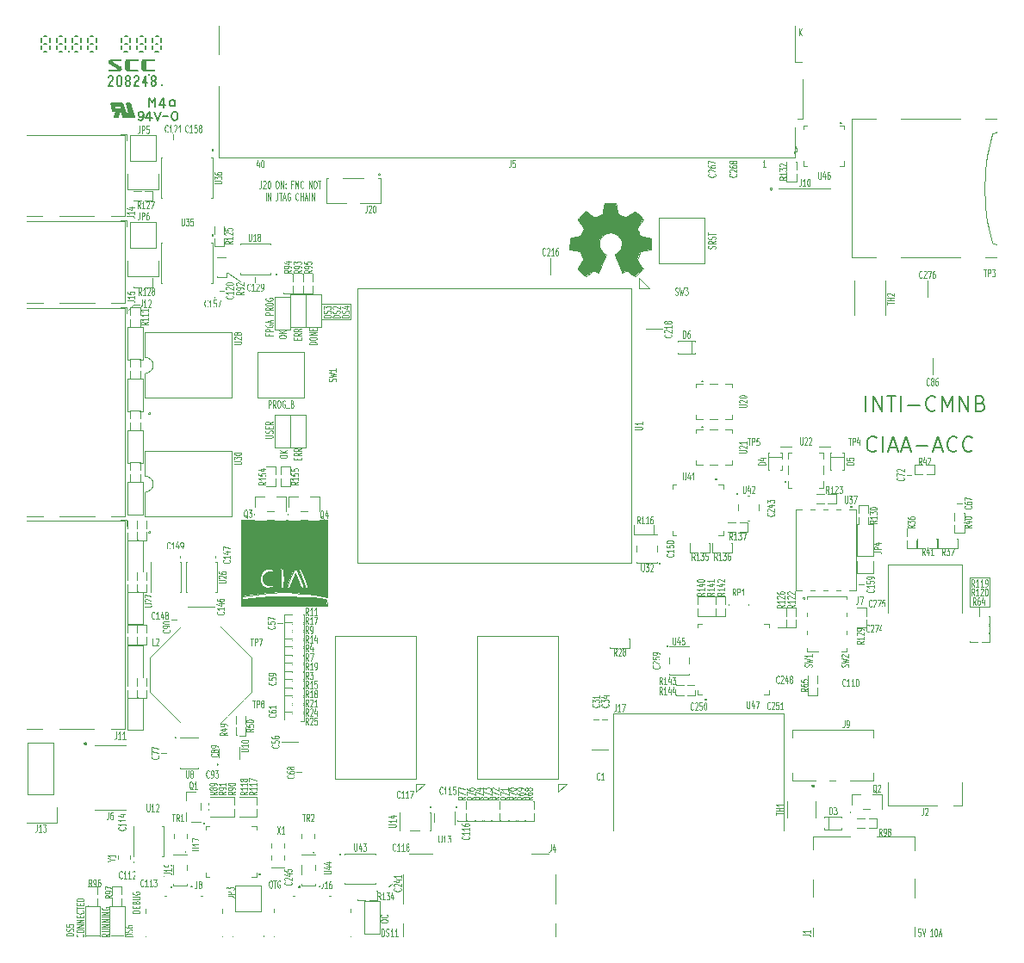
<source format=gbr>
*
%FSLAX26Y26*%
%MOIN*%
%ADD10C,0.005811*%
%ADD11C,0.004000*%
%ADD12C,0.008000*%
%ADD13C,0.009000*%
%ADD14C,0.005000*%
%ADD15C,0.012000*%
%ADD16C,0.043465*%
%ADD17C,0.053307*%
%ADD18C,0.069055*%
%ADD19C,0.029685*%
%ADD20C,0.030200*%
%ADD21R,0.022350X0.022350*%
%ADD22R,0.055000X0.055000*%
%ADD23R,0.051950X0.051950*%
%ADD24R,0.023600X0.023600*%
%ADD25R,0.032200X0.032200*%
%ADD26R,0.050450X0.050450*%
%ADD27R,0.022100X0.022100*%
%ADD28R,0.035500X0.035500*%
%ADD29R,0.044100X0.044100*%
%ADD30R,0.028500X0.028500*%
%ADD31R,0.031000X0.031000*%
%ADD32R,0.024300X0.024300*%
%ADD33R,0.028250X0.028250*%
%ADD34R,0.075500X0.075500*%
%ADD35R,0.083350X0.083350*%
%ADD36R,0.087300X0.087300*%
%ADD37R,0.069600X0.069600*%
%ADD38R,0.044000X0.044000*%
%ADD39R,0.047900X0.047900*%
%ADD40R,0.030700X0.030700*%
%ADD41R,0.067600X0.067600*%
%ADD42C,0.042500*%
%ADD43R,0.043500X0.043500*%
%ADD44R,0.036200X0.036200*%
%ADD45R,0.030200X0.030200*%
%ADD46R,0.028700X0.028700*%
%ADD47R,0.023150X0.023150*%
%ADD48R,0.042050X0.042050*%
%ADD49R,0.033750X0.033750*%
%ADD50R,0.072350X0.072350*%
%ADD51R,0.038100X0.038100*%
%ADD52R,0.026750X0.026750*%
%ADD53C,0.037500*%
%ADD54R,0.041650X0.041650*%
%ADD55C,0.164500*%
%ADD56R,0.074000X0.074000*%
%ADD57R,0.075000X0.075000*%
%ADD58C,0.075000*%
%ADD59R,0.041709X0.041709*%
%ADD60R,0.061700X0.061700*%
%ADD61R,0.050400X0.050400*%
%ADD62R,0.060200X0.060200*%
%ADD63R,0.050350X0.050350*%
%ADD64R,0.070050X0.070050*%
%ADD65R,0.042500X0.042500*%
%ADD66C,0.238350*%
%ADD67C,0.080850*%
%ADD68C,0.128100*%
%ADD69C,0.065100*%
%ADD70C,0.088750*%
%ADD71C,0.246200*%
%ADD72C,0.060400*%
%ADD73C,0.065450*%
%ADD74R,0.041700X0.041700*%
%ADD75R,0.043700X0.043700*%
%ADD76R,0.045700X0.045700*%
%ADD77C,0.064400*%
%ADD78C,0.081150*%
%ADD79C,0.069500*%
%ADD80C,0.052465*%
%ADD81C,0.062307*%
%ADD82C,0.038685*%
%ADD83C,0.064244*%
%ADD84C,0.068181*%
%ADD85C,0.079992*%
%ADD86C,0.095740*%
%ADD87C,0.076055*%
%ADD88C,0.036685*%
%ADD89C,0.019000*%
%ADD90C,0.049496*%
%IPPOS*%
%LNciaa_acc-f.silks.gbr*%
%LPD*%
G75*
G54D10*
X04437570Y-02684196D02*
Y-02625141D01*
X04465692Y-02684196D02*
Y-02625141D01*
X04499438Y-02684196D01*
Y-02625141D01*
X04519123D02*
X04552868D01*
X04535995Y-02684196D02*
Y-02625141D01*
X04572553Y-02684196D02*
Y-02625141D01*
X04600675Y-02661699D02*
X04645669D01*
X04707537Y-02678571D02*
X04704724Y-02681384D01*
X04696288Y-02684196D01*
X04690664D01*
X04682227Y-02681384D01*
X04676603Y-02675759D01*
X04673791Y-02670135D01*
X04670979Y-02658886D01*
Y-02650450D01*
X04673791Y-02639201D01*
X04676603Y-02633577D01*
X04682227Y-02627953D01*
X04690664Y-02625141D01*
X04696288D01*
X04704724Y-02627953D01*
X04707537Y-02630765D01*
X04732846Y-02684196D02*
Y-02625141D01*
X04752531Y-02667323D01*
X04772216Y-02625141D01*
Y-02684196D01*
X04800338D02*
Y-02625141D01*
X04834083Y-02684196D01*
Y-02625141D01*
X04881890Y-02653262D02*
X04890326Y-02656074D01*
X04893138Y-02658886D01*
X04895951Y-02664511D01*
Y-02672947D01*
X04893138Y-02678571D01*
X04890326Y-02681384D01*
X04884702Y-02684196D01*
X04862205D01*
Y-02625141D01*
X04881890D01*
X04887514Y-02627953D01*
X04890326Y-02630765D01*
X04893138Y-02636389D01*
Y-02642013D01*
X04890326Y-02647638D01*
X04887514Y-02650450D01*
X04881890Y-02653262D01*
X04862205D01*
X04478346Y-02836052D02*
X04475534Y-02838864D01*
X04467098Y-02841676D01*
X04461474D01*
X04453037Y-02838864D01*
X04447413Y-02833240D01*
X04444601Y-02827615D01*
X04441789Y-02816367D01*
Y-02807930D01*
X04444601Y-02796682D01*
X04447413Y-02791057D01*
X04453037Y-02785433D01*
X04461474Y-02782621D01*
X04467098D01*
X04475534Y-02785433D01*
X04478346Y-02788245D01*
X04503656Y-02841676D02*
Y-02782621D01*
X04528965Y-02824803D02*
X04557087D01*
X04523341Y-02841676D02*
X04543026Y-02782621D01*
X04562711Y-02841676D01*
X04579584Y-02824803D02*
X04607705D01*
X04573960Y-02841676D02*
X04593645Y-02782621D01*
X04613330Y-02841676D01*
X04633015Y-02819179D02*
X04678009D01*
X04703318Y-02824803D02*
X04731440D01*
X04697694Y-02841676D02*
X04717379Y-02782621D01*
X04737064Y-02841676D01*
X04790495Y-02836052D02*
X04787683Y-02838864D01*
X04779246Y-02841676D01*
X04773622D01*
X04765186Y-02838864D01*
X04759561Y-02833240D01*
X04756749Y-02827615D01*
X04753937Y-02816367D01*
Y-02807930D01*
X04756749Y-02796682D01*
X04759561Y-02791057D01*
X04765186Y-02785433D01*
X04773622Y-02782621D01*
X04779246D01*
X04787683Y-02785433D01*
X04790495Y-02788245D01*
X04849550Y-02836052D02*
X04846738Y-02838864D01*
X04838301Y-02841676D01*
X04832677D01*
X04824241Y-02838864D01*
X04818616Y-02833240D01*
X04815804Y-02827615D01*
X04812992Y-02816367D01*
Y-02807930D01*
X04815804Y-02796682D01*
X04818616Y-02791057D01*
X04824241Y-02785433D01*
X04832677Y-02782621D01*
X04838301D01*
X04846738Y-02785433D01*
X04849550Y-02788245D01*
G54D11*
X01814961Y-03440827D02*
X01811024Y-03436890D01*
X01917323Y-03440827D02*
X01814961D01*
X03853853Y-02053194D02*
X03855186Y-02050622D01*
Y-02046336D01*
X03853853Y-02044622D01*
X03852520Y-02043765D01*
X03849853Y-02042908D01*
X03847186D01*
X03844520Y-02043765D01*
X03843186Y-02044622D01*
X03841853Y-02046336D01*
X03840520Y-02049765D01*
X03839186Y-02051479D01*
X03837853Y-02052336D01*
X03835186Y-02053194D01*
X03832520D01*
X03829853Y-02052336D01*
X03828520Y-02051479D01*
X03827186Y-02049765D01*
Y-02045479D01*
X03828520Y-02042908D01*
X03855186Y-02024908D02*
X03841853Y-02030908D01*
X03855186Y-02035194D02*
X03827186D01*
Y-02028336D01*
X03828520Y-02026622D01*
X03829853Y-02025765D01*
X03832520Y-02024908D01*
X03836520D01*
X03839186Y-02025765D01*
X03840520Y-02026622D01*
X03841853Y-02028336D01*
Y-02035194D01*
X03853853Y-02018051D02*
X03855186Y-02015479D01*
Y-02011194D01*
X03853853Y-02009479D01*
X03852520Y-02008622D01*
X03849853Y-02007765D01*
X03847186D01*
X03844520Y-02008622D01*
X03843186Y-02009479D01*
X03841853Y-02011194D01*
X03840520Y-02014622D01*
X03839186Y-02016336D01*
X03837853Y-02017194D01*
X03835186Y-02018051D01*
X03832520D01*
X03829853Y-02017194D01*
X03828520Y-02016336D01*
X03827186Y-02014622D01*
Y-02010336D01*
X03828520Y-02007765D01*
X03827186Y-02002622D02*
Y-01992336D01*
X03855186Y-01997479D02*
X03827186D01*
X04877953Y-03440945D02*
Y-03476378D01*
X04917323Y-03326772D02*
X04838583D01*
X04917323Y-03440945D02*
Y-03326772D01*
X04838583Y-03440945D02*
X04917323D01*
X04838583Y-03326772D02*
Y-03440945D01*
X04649857Y-04689391D02*
X04641286D01*
X04640429Y-04702724D01*
X04641286Y-04701391D01*
X04643000Y-04700058D01*
X04647286D01*
X04649000Y-04701391D01*
X04649857Y-04702724D01*
X04650714Y-04705391D01*
Y-04712058D01*
X04649857Y-04714724D01*
X04649000Y-04716058D01*
X04647286Y-04717391D01*
X04643000D01*
X04641286Y-04716058D01*
X04640429Y-04714724D01*
X04655857Y-04689391D02*
X04661857Y-04717391D01*
X04667857Y-04689391D01*
X04697000Y-04717391D02*
X04686714D01*
X04691857D02*
Y-04689391D01*
X04690143Y-04693391D01*
X04688429Y-04696058D01*
X04686714Y-04697391D01*
X04708143Y-04689391D02*
X04709857D01*
X04711571Y-04690724D01*
X04712429Y-04692058D01*
X04713286Y-04694724D01*
X04714143Y-04700058D01*
Y-04706724D01*
X04713286Y-04712058D01*
X04712429Y-04714724D01*
X04711571Y-04716058D01*
X04709857Y-04717391D01*
X04708143D01*
X04706429Y-04716058D01*
X04705571Y-04714724D01*
X04704714Y-04712058D01*
X04703857Y-04706724D01*
Y-04700058D01*
X04704714Y-04694724D01*
X04705571Y-04692058D01*
X04706429Y-04690724D01*
X04708143Y-04689391D01*
X04721000Y-04709391D02*
X04729571D01*
X04719286Y-04717391D02*
X04725286Y-04689391D01*
X04731286Y-04717391D01*
X04369601Y-03673606D02*
X04370934Y-03671035D01*
Y-03666749D01*
X04369601Y-03665035D01*
X04368268Y-03664178D01*
X04365601Y-03663321D01*
X04362934D01*
X04360268Y-03664178D01*
X04358934Y-03665035D01*
X04357601Y-03666749D01*
X04356268Y-03670178D01*
X04354934Y-03671892D01*
X04353601Y-03672749D01*
X04350934Y-03673606D01*
X04348268D01*
X04345601Y-03672749D01*
X04344268Y-03671892D01*
X04342934Y-03670178D01*
Y-03665892D01*
X04344268Y-03663321D01*
X04342934Y-03657321D02*
X04370934Y-03653035D01*
X04350934Y-03649606D01*
X04370934Y-03646178D01*
X04342934Y-03641892D01*
X04345601Y-03635892D02*
X04344268Y-03635035D01*
X04342934Y-03633321D01*
Y-03629035D01*
X04344268Y-03627321D01*
X04345601Y-03626463D01*
X04348268Y-03625606D01*
X04350934D01*
X04354934Y-03626463D01*
X04370934Y-03636749D01*
Y-03625606D01*
X04227869Y-03673606D02*
X04229202Y-03671035D01*
Y-03666749D01*
X04227869Y-03665035D01*
X04226535Y-03664178D01*
X04223869Y-03663321D01*
X04221202D01*
X04218535Y-03664178D01*
X04217202Y-03665035D01*
X04215869Y-03666749D01*
X04214535Y-03670178D01*
X04213202Y-03671892D01*
X04211869Y-03672749D01*
X04209202Y-03673606D01*
X04206535D01*
X04203869Y-03672749D01*
X04202535Y-03671892D01*
X04201202Y-03670178D01*
Y-03665892D01*
X04202535Y-03663321D01*
X04201202Y-03657321D02*
X04229202Y-03653035D01*
X04209202Y-03649606D01*
X04229202Y-03646178D01*
X04201202Y-03641892D01*
X04229202Y-03625606D02*
Y-03635892D01*
Y-03630749D02*
X04201202D01*
X04205202Y-03632463D01*
X04207869Y-03634178D01*
X04209202Y-03635892D01*
X02586614Y-04527559D02*
X02602362Y-04515748D01*
X02132035Y-04501708D02*
X02135463D01*
X02137178Y-04503042D01*
X02138892Y-04505708D01*
X02139749Y-04511042D01*
Y-04520375D01*
X02138892Y-04525708D01*
X02137178Y-04528375D01*
X02135463Y-04529708D01*
X02132035D01*
X02130321Y-04528375D01*
X02128606Y-04525708D01*
X02127749Y-04520375D01*
Y-04511042D01*
X02128606Y-04505708D01*
X02130321Y-04503042D01*
X02132035Y-04501708D01*
X02144892D02*
X02155178D01*
X02150035Y-04529708D02*
Y-04501708D01*
X02170606Y-04503042D02*
X02168892Y-04501708D01*
X02166321D01*
X02163749Y-04503042D01*
X02162035Y-04505708D01*
X02161178Y-04508375D01*
X02160321Y-04513708D01*
Y-04517708D01*
X02161178Y-04523042D01*
X02162035Y-04525708D01*
X02163749Y-04528375D01*
X02166321Y-04529708D01*
X02168035D01*
X02170606Y-04528375D01*
X02171463Y-04527042D01*
Y-04517708D01*
X02168035D01*
X01626840Y-04626900D02*
X01598840D01*
Y-04622614D01*
X01600173Y-04620043D01*
X01602840Y-04618328D01*
X01605507Y-04617471D01*
X01610840Y-04616614D01*
X01614840D01*
X01620173Y-04617471D01*
X01622840Y-04618328D01*
X01625507Y-04620043D01*
X01626840Y-04622614D01*
Y-04626900D01*
X01612173Y-04608900D02*
Y-04602900D01*
X01626840Y-04600328D02*
Y-04608900D01*
X01598840D01*
Y-04600328D01*
X01612173Y-04586614D02*
X01613507Y-04584043D01*
X01614840Y-04583186D01*
X01617507Y-04582328D01*
X01621507D01*
X01624173Y-04583186D01*
X01625507Y-04584043D01*
X01626840Y-04585757D01*
Y-04592614D01*
X01598840D01*
Y-04586614D01*
X01600173Y-04584900D01*
X01601507Y-04584043D01*
X01604173Y-04583186D01*
X01606840D01*
X01609507Y-04584043D01*
X01610840Y-04584900D01*
X01612173Y-04586614D01*
Y-04592614D01*
X01598840Y-04574614D02*
X01621507D01*
X01624173Y-04573757D01*
X01625507Y-04572900D01*
X01626840Y-04571186D01*
Y-04567757D01*
X01625507Y-04566043D01*
X01624173Y-04565186D01*
X01621507Y-04564328D01*
X01598840D01*
X01600173Y-04546328D02*
X01598840Y-04548043D01*
Y-04550614D01*
X01600173Y-04553186D01*
X01602840Y-04554900D01*
X01605507Y-04555757D01*
X01610840Y-04556614D01*
X01614840D01*
X01620173Y-04555757D01*
X01622840Y-04554900D01*
X01625507Y-04553186D01*
X01626840Y-04550614D01*
Y-04548900D01*
X01625507Y-04546328D01*
X01624173Y-04545471D01*
X01614840D01*
Y-04548900D01*
X01508730Y-04706846D02*
X01495396Y-04712846D01*
X01508730Y-04717132D02*
X01480730D01*
Y-04710274D01*
X01482063Y-04708560D01*
X01483396Y-04707703D01*
X01486063Y-04706846D01*
X01490063D01*
X01492730Y-04707703D01*
X01494063Y-04708560D01*
X01495396Y-04710274D01*
Y-04717132D01*
X01480730Y-04699132D02*
X01503396D01*
X01506063Y-04698274D01*
X01507396Y-04697417D01*
X01508730Y-04695703D01*
Y-04692274D01*
X01507396Y-04690560D01*
X01506063Y-04689703D01*
X01503396Y-04688846D01*
X01480730D01*
X01508730Y-04680274D02*
X01480730D01*
X01508730Y-04669989D01*
X01480730D01*
X01508730Y-04661417D02*
X01480730D01*
X01508730Y-04651132D01*
X01480730D01*
X01508730Y-04642560D02*
X01480730D01*
X01508730Y-04633989D02*
X01480730D01*
X01508730Y-04623703D01*
X01480730D01*
X01482063Y-04605703D02*
X01480730Y-04607417D01*
Y-04609989D01*
X01482063Y-04612560D01*
X01484730Y-04614275D01*
X01487396Y-04615132D01*
X01492730Y-04615989D01*
X01496730D01*
X01502063Y-04615132D01*
X01504730Y-04614275D01*
X01507396Y-04612560D01*
X01508730Y-04609989D01*
Y-04608275D01*
X01507396Y-04605703D01*
X01506063Y-04604846D01*
X01496730D01*
Y-04608275D01*
X02559470Y-04660321D02*
Y-04656892D01*
X02560803Y-04655178D01*
X02563470Y-04653463D01*
X02568803Y-04652606D01*
X02578137D01*
X02583470Y-04653463D01*
X02586137Y-04655178D01*
X02587470Y-04656892D01*
Y-04660321D01*
X02586137Y-04662035D01*
X02583470Y-04663749D01*
X02578137Y-04664606D01*
X02568803D01*
X02563470Y-04663749D01*
X02560803Y-04662035D01*
X02559470Y-04660321D01*
X02584803Y-04634606D02*
X02586137Y-04635463D01*
X02587470Y-04638035D01*
Y-04639749D01*
X02586137Y-04642321D01*
X02583470Y-04644035D01*
X02580803Y-04644892D01*
X02575470Y-04645749D01*
X02571470D01*
X02566137Y-04644892D01*
X02563470Y-04644035D01*
X02560803Y-04642321D01*
X02559470Y-04639749D01*
Y-04638035D01*
X02560803Y-04635463D01*
X02562137Y-04634606D01*
X01407638Y-04709526D02*
X01408971Y-04710384D01*
X01410304Y-04712955D01*
Y-04714669D01*
X01408971Y-04717241D01*
X01406304Y-04718955D01*
X01403638Y-04719812D01*
X01398304Y-04720669D01*
X01394304D01*
X01388971Y-04719812D01*
X01386304Y-04718955D01*
X01383638Y-04717241D01*
X01382304Y-04714669D01*
Y-04712955D01*
X01383638Y-04710384D01*
X01384971Y-04709526D01*
X01382304Y-04698384D02*
Y-04694955D01*
X01383638Y-04693241D01*
X01386304Y-04691526D01*
X01391638Y-04690669D01*
X01400971D01*
X01406304Y-04691526D01*
X01408971Y-04693241D01*
X01410304Y-04694955D01*
Y-04698384D01*
X01408971Y-04700098D01*
X01406304Y-04701812D01*
X01400971Y-04702669D01*
X01391638D01*
X01386304Y-04701812D01*
X01383638Y-04700098D01*
X01382304Y-04698384D01*
X01410304Y-04682955D02*
X01382304D01*
X01410304Y-04672669D01*
X01382304D01*
X01410304Y-04664098D02*
X01382304D01*
X01410304Y-04653812D01*
X01382304D01*
X01395638Y-04645241D02*
Y-04639241D01*
X01410304Y-04636669D02*
Y-04645241D01*
X01382304D01*
Y-04636669D01*
X01407638Y-04618669D02*
X01408971Y-04619526D01*
X01410304Y-04622098D01*
Y-04623812D01*
X01408971Y-04626384D01*
X01406304Y-04628098D01*
X01403638Y-04628955D01*
X01398304Y-04629812D01*
X01394304D01*
X01388971Y-04628955D01*
X01386304Y-04628098D01*
X01383638Y-04626384D01*
X01382304Y-04623812D01*
Y-04622098D01*
X01383638Y-04619526D01*
X01384971Y-04618669D01*
X01382304Y-04613526D02*
Y-04603241D01*
X01410304Y-04608384D02*
X01382304D01*
X01395638Y-04597241D02*
Y-04591241D01*
X01410304Y-04588669D02*
Y-04597241D01*
X01382304D01*
Y-04588669D01*
X01410304Y-04580955D02*
X01382304D01*
Y-04576669D01*
X01383638Y-04574098D01*
X01386304Y-04572384D01*
X01388971Y-04571526D01*
X01394304Y-04570669D01*
X01398304D01*
X01403638Y-04571526D01*
X01406304Y-04572384D01*
X01408971Y-04574098D01*
X01410304Y-04576669D01*
Y-04580955D01*
X01508730Y-04706846D02*
X01495396Y-04712846D01*
X01508730Y-04717132D02*
X01480730D01*
Y-04710274D01*
X01482063Y-04708560D01*
X01483396Y-04707703D01*
X01486063Y-04706846D01*
X01490063D01*
X01492730Y-04707703D01*
X01494063Y-04708560D01*
X01495396Y-04710274D01*
Y-04717132D01*
X01480730Y-04699132D02*
X01503396D01*
X01506063Y-04698274D01*
X01507396Y-04697417D01*
X01508730Y-04695703D01*
Y-04692274D01*
X01507396Y-04690560D01*
X01506063Y-04689703D01*
X01503396Y-04688846D01*
X01480730D01*
X01508730Y-04680274D02*
X01480730D01*
X01508730Y-04669989D01*
X01480730D01*
X01508730Y-04661417D02*
X01480730D01*
X01508730Y-04651132D01*
X01480730D01*
X01508730Y-04642560D02*
X01480730D01*
X01508730Y-04633989D02*
X01480730D01*
X01508730Y-04623703D01*
X01480730D01*
X01482063Y-04605703D02*
X01480730Y-04607417D01*
Y-04609989D01*
X01482063Y-04612560D01*
X01484730Y-04614275D01*
X01487396Y-04615132D01*
X01492730Y-04615989D01*
X01496730D01*
X01502063Y-04615132D01*
X01504730Y-04614275D01*
X01507396Y-04612560D01*
X01508730Y-04609989D01*
Y-04608275D01*
X01507396Y-04605703D01*
X01506063Y-04604846D01*
X01496730D01*
Y-04608275D01*
X01602362Y-02271654D02*
X01582677Y-02291339D01*
X01625984Y-02271654D02*
X01602362D01*
X02097661Y-01792125D02*
Y-01812125D01*
X02096804Y-01816125D01*
X02095090Y-01818792D01*
X02092519Y-01820125D01*
X02090804D01*
X02105376Y-01794792D02*
X02106233Y-01793459D01*
X02107947Y-01792125D01*
X02112233D01*
X02113947Y-01793459D01*
X02114804Y-01794792D01*
X02115661Y-01797459D01*
Y-01800125D01*
X02114804Y-01804125D01*
X02104519Y-01820125D01*
X02115661D01*
X02126804Y-01792125D02*
X02128519D01*
X02130233Y-01793459D01*
X02131090Y-01794792D01*
X02131947Y-01797459D01*
X02132804Y-01802792D01*
Y-01809459D01*
X02131947Y-01814792D01*
X02131090Y-01817459D01*
X02130233Y-01818792D01*
X02128519Y-01820125D01*
X02126804D01*
X02125090Y-01818792D01*
X02124233Y-01817459D01*
X02123376Y-01814792D01*
X02122519Y-01809459D01*
Y-01802792D01*
X02123376Y-01797459D01*
X02124233Y-01794792D01*
X02125090Y-01793459D01*
X02126804Y-01792125D01*
X02157662D02*
X02161090D01*
X02162804Y-01793459D01*
X02164519Y-01796125D01*
X02165376Y-01801459D01*
Y-01810792D01*
X02164519Y-01816125D01*
X02162804Y-01818792D01*
X02161090Y-01820125D01*
X02157662D01*
X02155947Y-01818792D01*
X02154233Y-01816125D01*
X02153376Y-01810792D01*
Y-01801459D01*
X02154233Y-01796125D01*
X02155947Y-01793459D01*
X02157662Y-01792125D01*
X02173090Y-01820125D02*
Y-01792125D01*
X02183376Y-01820125D01*
Y-01792125D01*
X02191947Y-01817459D02*
X02192804Y-01818792D01*
X02191947Y-01820125D01*
X02191090Y-01818792D01*
X02191947Y-01817459D01*
Y-01820125D01*
Y-01802792D02*
X02192804Y-01804125D01*
X02191947Y-01805459D01*
X02191090Y-01804125D01*
X02191947Y-01802792D01*
Y-01805459D01*
X02220233D02*
X02214233D01*
Y-01820125D02*
Y-01792125D01*
X02222804D01*
X02229661Y-01820125D02*
Y-01792125D01*
X02235661Y-01812125D01*
X02241661Y-01792125D01*
Y-01820125D01*
X02260519Y-01817459D02*
X02259661Y-01818792D01*
X02257090Y-01820125D01*
X02255376D01*
X02252804Y-01818792D01*
X02251090Y-01816125D01*
X02250233Y-01813459D01*
X02249376Y-01808125D01*
Y-01804125D01*
X02250233Y-01798792D01*
X02251090Y-01796125D01*
X02252804Y-01793459D01*
X02255376Y-01792125D01*
X02257090D01*
X02259661Y-01793459D01*
X02260519Y-01794792D01*
X02281947Y-01820125D02*
Y-01792125D01*
X02292233Y-01820125D01*
Y-01792125D01*
X02304233D02*
X02307661D01*
X02309376Y-01793459D01*
X02311090Y-01796125D01*
X02311947Y-01801459D01*
Y-01810792D01*
X02311090Y-01816125D01*
X02309376Y-01818792D01*
X02307661Y-01820125D01*
X02304233D01*
X02302519Y-01818792D01*
X02300804Y-01816125D01*
X02299947Y-01810792D01*
Y-01801459D01*
X02300804Y-01796125D01*
X02302519Y-01793459D01*
X02304233Y-01792125D01*
X02317090D02*
X02327376D01*
X02322233Y-01820125D02*
Y-01792125D01*
X02115233Y-01866625D02*
Y-01838625D01*
X02123804Y-01866625D02*
Y-01838625D01*
X02134090Y-01866625D01*
Y-01838625D01*
X02161519D02*
Y-01858625D01*
X02160661Y-01862625D01*
X02158947Y-01865292D01*
X02156376Y-01866625D01*
X02154661D01*
X02167519Y-01838625D02*
X02177804D01*
X02172661Y-01866625D02*
Y-01838625D01*
X02182947Y-01858625D02*
X02191519D01*
X02181233Y-01866625D02*
X02187233Y-01838625D01*
X02193233Y-01866625D01*
X02208661Y-01839959D02*
X02206947Y-01838625D01*
X02204376D01*
X02201804Y-01839959D01*
X02200090Y-01842625D01*
X02199233Y-01845292D01*
X02198376Y-01850625D01*
Y-01854625D01*
X02199233Y-01859959D01*
X02200090Y-01862625D01*
X02201804Y-01865292D01*
X02204376Y-01866625D01*
X02206090D01*
X02208661Y-01865292D01*
X02209519Y-01863959D01*
Y-01854625D01*
X02206090D01*
X02241233Y-01863959D02*
X02240376Y-01865292D01*
X02237804Y-01866625D01*
X02236090D01*
X02233519Y-01865292D01*
X02231804Y-01862625D01*
X02230947Y-01859959D01*
X02230090Y-01854625D01*
Y-01850625D01*
X02230947Y-01845292D01*
X02231804Y-01842625D01*
X02233519Y-01839959D01*
X02236090Y-01838625D01*
X02237804D01*
X02240376Y-01839959D01*
X02241233Y-01841292D01*
X02248947Y-01866625D02*
Y-01838625D01*
Y-01851959D02*
X02259233D01*
Y-01866625D02*
Y-01838625D01*
X02266947Y-01858625D02*
X02275519D01*
X02265233Y-01866625D02*
X02271233Y-01838625D01*
X02277233Y-01866625D01*
X02283233D02*
Y-01838625D01*
X02291804Y-01866625D02*
Y-01838625D01*
X02302090Y-01866625D01*
Y-01838625D01*
X01917323Y-02240157D02*
Y-02244094D01*
X02125228Y-02670147D02*
Y-02642147D01*
X02132086D01*
X02133800Y-02643480D01*
X02134657Y-02644814D01*
X02135514Y-02647480D01*
Y-02651480D01*
X02134657Y-02654147D01*
X02133800Y-02655480D01*
X02132086Y-02656814D01*
X02125228D01*
X02153514Y-02670147D02*
X02147514Y-02656814D01*
X02143228Y-02670147D02*
Y-02642147D01*
X02150086D01*
X02151800Y-02643480D01*
X02152657Y-02644814D01*
X02153514Y-02647480D01*
Y-02651480D01*
X02152657Y-02654147D01*
X02151800Y-02655480D01*
X02150086Y-02656814D01*
X02143228D01*
X02164657Y-02642147D02*
X02168086D01*
X02169800Y-02643480D01*
X02171514Y-02646147D01*
X02172371Y-02651480D01*
Y-02660814D01*
X02171514Y-02666147D01*
X02169800Y-02668814D01*
X02168086Y-02670147D01*
X02164657D01*
X02162943Y-02668814D01*
X02161228Y-02666147D01*
X02160371Y-02660814D01*
Y-02651480D01*
X02161228Y-02646147D01*
X02162943Y-02643480D01*
X02164657Y-02642147D01*
X02189514Y-02643480D02*
X02187800Y-02642147D01*
X02185228D01*
X02182657Y-02643480D01*
X02180943Y-02646147D01*
X02180085Y-02648814D01*
X02179228Y-02654147D01*
Y-02658147D01*
X02180085Y-02663480D01*
X02180943Y-02666147D01*
X02182657Y-02668814D01*
X02185228Y-02670147D01*
X02186943D01*
X02189514Y-02668814D01*
X02190371Y-02667480D01*
Y-02658147D01*
X02186943D01*
X02193800Y-02672814D02*
X02207514D01*
X02217800Y-02655480D02*
X02220371Y-02656814D01*
X02221228Y-02658147D01*
X02222085Y-02660814D01*
Y-02664814D01*
X02221228Y-02667480D01*
X02220371Y-02668814D01*
X02218657Y-02670147D01*
X02211800D01*
Y-02642147D01*
X02217800D01*
X02219514Y-02643480D01*
X02220371Y-02644814D01*
X02221228Y-02647480D01*
Y-02650147D01*
X02220371Y-02652814D01*
X02219514Y-02654147D01*
X02217800Y-02655480D01*
X02211800D01*
X02114588Y-02786763D02*
X02137255D01*
X02139921Y-02785906D01*
X02141255Y-02785048D01*
X02142588Y-02783334D01*
Y-02779906D01*
X02141255Y-02778191D01*
X02139921Y-02777334D01*
X02137255Y-02776477D01*
X02114588D01*
X02141255Y-02768763D02*
X02142588Y-02766191D01*
Y-02761906D01*
X02141255Y-02760191D01*
X02139921Y-02759334D01*
X02137255Y-02758477D01*
X02134588D01*
X02131921Y-02759334D01*
X02130588Y-02760191D01*
X02129255Y-02761906D01*
X02127921Y-02765334D01*
X02126588Y-02767048D01*
X02125255Y-02767906D01*
X02122588Y-02768763D01*
X02119921D01*
X02117255Y-02767906D01*
X02115921Y-02767048D01*
X02114588Y-02765334D01*
Y-02761048D01*
X02115921Y-02758477D01*
X02127921Y-02750763D02*
Y-02744763D01*
X02142588Y-02742191D02*
Y-02750763D01*
X02114588D01*
Y-02742191D01*
X02142588Y-02724191D02*
X02129255Y-02730191D01*
X02142588Y-02734477D02*
X02114588D01*
Y-02727620D01*
X02115921Y-02725906D01*
X02117255Y-02725048D01*
X02119921Y-02724191D01*
X02123921D01*
X02126588Y-02725048D01*
X02127921Y-02725906D01*
X02129255Y-02727620D01*
Y-02734477D01*
X02238157Y-02872251D02*
Y-02866251D01*
X02252824Y-02863679D02*
Y-02872251D01*
X02224824D01*
Y-02863679D01*
X02252824Y-02845679D02*
X02239491Y-02851679D01*
X02252824Y-02855965D02*
X02224824D01*
Y-02849108D01*
X02226157Y-02847394D01*
X02227491Y-02846537D01*
X02230157Y-02845679D01*
X02234157D01*
X02236824Y-02846537D01*
X02238157Y-02847394D01*
X02239491Y-02849108D01*
Y-02855965D01*
X02252824Y-02827679D02*
X02239491Y-02833679D01*
X02252824Y-02837965D02*
X02224824D01*
Y-02831108D01*
X02226157Y-02829394D01*
X02227491Y-02828537D01*
X02230157Y-02827679D01*
X02234157D01*
X02236824Y-02828537D01*
X02238157Y-02829394D01*
X02239491Y-02831108D01*
Y-02837965D01*
X02169706Y-02861108D02*
Y-02857679D01*
X02171039Y-02855965D01*
X02173706Y-02854251D01*
X02179039Y-02853394D01*
X02188373D01*
X02193706Y-02854251D01*
X02196373Y-02855965D01*
X02197706Y-02857679D01*
Y-02861108D01*
X02196373Y-02862822D01*
X02193706Y-02864537D01*
X02188373Y-02865394D01*
X02179039D01*
X02173706Y-02864537D01*
X02171039Y-02862822D01*
X02169706Y-02861108D01*
X02197706Y-02845679D02*
X02169706D01*
X02197706Y-02835394D02*
X02181706Y-02843108D01*
X02169706Y-02835394D02*
X02185706Y-02845679D01*
X02127921Y-02385326D02*
Y-02391326D01*
X02142588D02*
X02114588D01*
Y-02382755D01*
X02142588Y-02375898D02*
X02114588D01*
Y-02369040D01*
X02115921Y-02367326D01*
X02117255Y-02366469D01*
X02119921Y-02365612D01*
X02123921D01*
X02126588Y-02366469D01*
X02127921Y-02367326D01*
X02129255Y-02369040D01*
Y-02375898D01*
X02115921Y-02348469D02*
X02114588Y-02350183D01*
Y-02352755D01*
X02115921Y-02355326D01*
X02118588Y-02357040D01*
X02121255Y-02357898D01*
X02126588Y-02358755D01*
X02130588D01*
X02135921Y-02357898D01*
X02138588Y-02357040D01*
X02141255Y-02355326D01*
X02142588Y-02352755D01*
Y-02351040D01*
X02141255Y-02348469D01*
X02139921Y-02347612D01*
X02130588D01*
Y-02351040D01*
X02134588Y-02340755D02*
Y-02332183D01*
X02142588Y-02342469D02*
X02114588Y-02336469D01*
X02142588Y-02330469D01*
Y-02310755D02*
X02114588D01*
Y-02303898D01*
X02115921Y-02302183D01*
X02117255Y-02301326D01*
X02119921Y-02300469D01*
X02123921D01*
X02126588Y-02301326D01*
X02127921Y-02302183D01*
X02129255Y-02303898D01*
Y-02310755D01*
X02142588Y-02282469D02*
X02129255Y-02288469D01*
X02142588Y-02292755D02*
X02114588D01*
Y-02285898D01*
X02115921Y-02284183D01*
X02117255Y-02283326D01*
X02119921Y-02282469D01*
X02123921D01*
X02126588Y-02283326D01*
X02127921Y-02284183D01*
X02129255Y-02285898D01*
Y-02292755D01*
X02114588Y-02271326D02*
Y-02267898D01*
X02115921Y-02266183D01*
X02118588Y-02264469D01*
X02123921Y-02263612D01*
X02133255D01*
X02138588Y-02264469D01*
X02141255Y-02266183D01*
X02142588Y-02267898D01*
Y-02271326D01*
X02141255Y-02273040D01*
X02138588Y-02274755D01*
X02133255Y-02275612D01*
X02123921D01*
X02118588Y-02274755D01*
X02115921Y-02273040D01*
X02114588Y-02271326D01*
X02115921Y-02246469D02*
X02114588Y-02248183D01*
Y-02250755D01*
X02115921Y-02253326D01*
X02118588Y-02255040D01*
X02121255Y-02255898D01*
X02126588Y-02256755D01*
X02130588D01*
X02135921Y-02255898D01*
X02138588Y-02255040D01*
X02141255Y-02253326D01*
X02142588Y-02250755D01*
Y-02249040D01*
X02141255Y-02246469D01*
X02139921Y-02245612D01*
X02130588D01*
Y-02249040D01*
X02238157Y-02407684D02*
Y-02401684D01*
X02252824Y-02399113D02*
Y-02407684D01*
X02224824D01*
Y-02399113D01*
X02252824Y-02381113D02*
X02239491Y-02387113D01*
X02252824Y-02391398D02*
X02224824D01*
Y-02384541D01*
X02226157Y-02382827D01*
X02227491Y-02381970D01*
X02230157Y-02381113D01*
X02234157D01*
X02236824Y-02381970D01*
X02238157Y-02382827D01*
X02239491Y-02384541D01*
Y-02391398D01*
X02252824Y-02363113D02*
X02239491Y-02369113D01*
X02252824Y-02373398D02*
X02224824D01*
Y-02366541D01*
X02226157Y-02364827D01*
X02227491Y-02363970D01*
X02230157Y-02363113D01*
X02234157D01*
X02236824Y-02363970D01*
X02238157Y-02364827D01*
X02239491Y-02366541D01*
Y-02373398D01*
X02311879Y-02425415D02*
X02283879D01*
Y-02421129D01*
X02285213Y-02418558D01*
X02287879Y-02416844D01*
X02290546Y-02415986D01*
X02295879Y-02415129D01*
X02299879D01*
X02305213Y-02415986D01*
X02307879Y-02416844D01*
X02310546Y-02418558D01*
X02311879Y-02421129D01*
Y-02425415D01*
X02283879Y-02403986D02*
Y-02400558D01*
X02285213Y-02398844D01*
X02287879Y-02397129D01*
X02293213Y-02396272D01*
X02302546D01*
X02307879Y-02397129D01*
X02310546Y-02398844D01*
X02311879Y-02400558D01*
Y-02403986D01*
X02310546Y-02405701D01*
X02307879Y-02407415D01*
X02302546Y-02408272D01*
X02293213D01*
X02287879Y-02407415D01*
X02285213Y-02405701D01*
X02283879Y-02403986D01*
X02311879Y-02388558D02*
X02283879D01*
X02311879Y-02378272D01*
X02283879D01*
X02297213Y-02369701D02*
Y-02363701D01*
X02311879Y-02361129D02*
Y-02369701D01*
X02283879D01*
Y-02361129D01*
X02165769Y-02396541D02*
Y-02393112D01*
X02167102Y-02391398D01*
X02169769Y-02389684D01*
X02175102Y-02388827D01*
X02184436D01*
X02189769Y-02389684D01*
X02192436Y-02391398D01*
X02193769Y-02393112D01*
Y-02396541D01*
X02192436Y-02398255D01*
X02189769Y-02399970D01*
X02184436Y-02400827D01*
X02175102D01*
X02169769Y-02399970D01*
X02167102Y-02398255D01*
X02165769Y-02396541D01*
X02193769Y-02381113D02*
X02165769D01*
X02193769Y-02370827D02*
X02177769Y-02378541D01*
X02165769Y-02370827D02*
X02181769Y-02381113D01*
X02444882Y-02267717D02*
X02330709D01*
X02444882Y-02326772D02*
Y-02267717D01*
X02330709Y-02326772D02*
X02444882D01*
X02330709Y-02267717D02*
Y-02326772D01*
X01964567Y-02145669D02*
X02015748Y-02181102D01*
X03598866Y-02208661D02*
X03559496Y-02169291D01*
Y-02208661D02*
X03598866D01*
X03559496Y-02169291D02*
Y-02208661D01*
X02468504D02*
X03531496D01*
X02468504Y-03271654D02*
Y-02208661D01*
X03531496Y-03271654D02*
X02468504D01*
X03531496Y-02208661D02*
Y-03271654D01*
X02696850Y-04157921D02*
X02728346Y-04126425D01*
X02696850D02*
Y-04157921D01*
X02728346Y-04126425D02*
X02696850D01*
Y-03555118D02*
Y-04106299D01*
X02381890Y-03555118D02*
X02696850D01*
X02381890Y-04106299D02*
Y-03555118D01*
X02696850Y-04106299D02*
X02381890D01*
X03248031Y-04157921D02*
X03279528Y-04126425D01*
X03248031D02*
Y-04157921D01*
X03279528Y-04126425D02*
X03248031D01*
Y-03555118D02*
Y-04106299D01*
X02933071Y-03555118D02*
X03248031D01*
X02933071Y-04106299D02*
Y-03555118D01*
X03248031Y-04106299D02*
X02933071D01*
X03859083Y-02946713D02*
X03858604Y-02945152D01*
X03857332Y-02944128D01*
X03855704Y-02943994D01*
X03854281Y-02944796D01*
X03853553Y-02946258D01*
X03853770Y-02947876D01*
X03854857Y-02949095D01*
X03856441Y-02949494D01*
X03857976Y-02948936D01*
X03858934Y-02947613D01*
X03859083Y-02946713D01*
X03885827Y-02968504D02*
X03864173D01*
X03688976D02*
X03710630D01*
X03688976Y-02990157D02*
Y-02968504D01*
Y-03165354D02*
Y-03143701D01*
X03710630Y-03165354D02*
X03688976D01*
X03885827D02*
X03864173D01*
X03885827Y-02968504D02*
Y-02990157D01*
Y-03165354D02*
Y-03143701D01*
X04118622Y-03855354D02*
Y-04320500D01*
X03458780Y-03855354D02*
X04118622D01*
X03458780Y-04320500D02*
Y-03855354D01*
X03377953Y-03996063D02*
X03440945D01*
X02177165Y-03964567D02*
X02240157D01*
X02163386Y-03720472D02*
X02175197D01*
Y-03846457D02*
X02163386D01*
X04809843Y-03040000D02*
X04790157D01*
X04595157Y-02930000D02*
X04614843D01*
X04695000Y-02478504D02*
Y-02541496D01*
X01907480Y-03948819D02*
X01919291D01*
X01960630Y-04080709D02*
Y-04092520D01*
X04366142Y-03759094D02*
Y-03770906D01*
X01616142Y-04476378D02*
X01627953D01*
X01643701D02*
X01655512D01*
X02818898Y-04187008D02*
Y-04175197D01*
X02868110Y-04303150D02*
X02856299D01*
X01954724Y-02216535D02*
X01935039D01*
X01755906Y-01612205D02*
Y-01631890D01*
X02074803Y-02183071D02*
Y-02163386D01*
X01797244Y-03417323D02*
X01809055D01*
X01931102Y-03240157D02*
X01942913D01*
X01728346Y-03454724D02*
Y-03442913D01*
X01793307Y-03240157D02*
X01805118D01*
X03655512Y-03216535D02*
X03643701D01*
X04431102Y-03354331D02*
X04411417D01*
X03216535Y-02090551D02*
Y-02153543D01*
X03649606Y-02366142D02*
X03586614D01*
X04037402Y-03059055D02*
X04049213D01*
X04095000Y-03689094D02*
Y-03700906D01*
X03790000Y-03805906D02*
Y-03794094D01*
X04045906Y-03825000D02*
X04034094D01*
X03659449Y-03649606D02*
X03647638D01*
X03875906Y-01745000D02*
X03864094D01*
X03900906D02*
X03889094D01*
X04344488Y-04253937D02*
Y-04263780D01*
Y-04305118D02*
Y-04295276D01*
X04277559Y-04253937D02*
Y-04263780D01*
Y-04305118D02*
Y-04295276D01*
X04293307Y-04305118D02*
Y-04253937D01*
X04277559D02*
X04344488D01*
Y-04305118D02*
X04277559D01*
X04112205Y-02911417D02*
X04102362D01*
X04061024D02*
X04070866D01*
X04112205Y-02844488D02*
X04102362D01*
X04061024D02*
X04070866D01*
X04061024Y-02860236D02*
X04112205D01*
Y-02844488D02*
Y-02911417D01*
X04061024D02*
Y-02844488D01*
X04352362Y-02911417D02*
X04342520D01*
X04301181D02*
X04311024D01*
X04352362Y-02844488D02*
X04342520D01*
X04301181D02*
X04311024D01*
X04301181Y-02860236D02*
X04352362D01*
Y-02844488D02*
Y-02911417D01*
X04301181D02*
Y-02844488D01*
X03710630Y-02462598D02*
Y-02452756D01*
Y-02411417D02*
Y-02421260D01*
X03777559Y-02462598D02*
Y-02452756D01*
Y-02411417D02*
Y-02421260D01*
X03761811Y-02411417D02*
Y-02462598D01*
X03777559D02*
X03710630D01*
Y-02411417D02*
X03777559D01*
X02210535Y-02358362D02*
Y-02232189D01*
X02269780D02*
Y-02358362D01*
X02210535Y-02232189D02*
X02269780D01*
X02216535Y-02246063D02*
X02263780D01*
X02269780Y-02358362D02*
X02210535D01*
X02210724Y-02240063D02*
Y-02366236D01*
X02151480D02*
Y-02240063D01*
X02210724Y-02366236D02*
X02151480D01*
X02204724Y-02352362D02*
X02157480D01*
X02151480Y-02240063D02*
X02210724D01*
X02269591Y-02358362D02*
Y-02232189D01*
X02328835D02*
Y-02358362D01*
X02269591Y-02232189D02*
X02328835D01*
X02275591Y-02246063D02*
X02322835D01*
X02328835Y-02358362D02*
X02269591D01*
X01474504Y-04602268D02*
Y-04728441D01*
X01415260D02*
Y-04602268D01*
X01474504Y-04728441D02*
X01415260D01*
X01468504Y-04714567D02*
X01421260D01*
X01415260Y-04602268D02*
X01474504D01*
X01568992D02*
Y-04728441D01*
X01509748D02*
Y-04602268D01*
X01568992Y-04728441D02*
X01509748D01*
X01562992Y-04714567D02*
X01515748D01*
X01509748Y-04602268D02*
X01568992D01*
X01580378Y-03309150D02*
Y-03182976D01*
X01639622D02*
Y-03309150D01*
X01580378Y-03182976D02*
X01639622D01*
X01586378Y-03196850D02*
X01633622D01*
X01639622Y-03309150D02*
X01580378D01*
Y-03509150D02*
Y-03382976D01*
X01639622D02*
Y-03509150D01*
X01580378Y-03382976D02*
X01639622D01*
X01586378Y-03396850D02*
X01633622D01*
X01639622Y-03509150D02*
X01580378D01*
Y-03716669D02*
Y-03590496D01*
X01639622D02*
Y-03716669D01*
X01580378Y-03590496D02*
X01639622D01*
X01586378Y-03604370D02*
X01633622D01*
X01639622Y-03716669D02*
X01580378D01*
Y-03919150D02*
Y-03792976D01*
X01639622D02*
Y-03919150D01*
X01580378Y-03792976D02*
X01639622D01*
X01586378Y-03806850D02*
X01633622D01*
X01639622Y-03919150D02*
X01580378D01*
X02497937Y-04708756D02*
Y-04582583D01*
X02557181D02*
Y-04708756D01*
X02497937Y-04582583D02*
X02557181D01*
X02503937Y-04596457D02*
X02551181D01*
X02557181Y-04708756D02*
X02497937D01*
X02210724Y-02696756D02*
Y-02822929D01*
X02151480D02*
Y-02696756D01*
X02210724Y-02822929D02*
X02151480D01*
X02204724Y-02809055D02*
X02157480D01*
X02151480Y-02696756D02*
X02210724D01*
X02269780D02*
Y-02822929D01*
X02210535D02*
Y-02696756D01*
X02269780Y-02822929D02*
X02210535D01*
X02263780Y-02809055D02*
X02216535D01*
X02210535Y-02696756D02*
X02269780D01*
X04809142Y-04211024D02*
Y-04116358D01*
X04523142Y-04210846D02*
Y-04116358D01*
Y-04211024D02*
X04809142D01*
Y-03277024D02*
Y-03470689D01*
X04523142Y-03277024D02*
Y-03470689D01*
Y-03277024D02*
X04809142D01*
X02647638Y-04729102D02*
Y-04669291D01*
X03238189D02*
Y-04729102D01*
X02647638Y-04594488D02*
Y-04474409D01*
X03238189Y-04594488D02*
Y-04474409D01*
X03139764Y-04397638D02*
X03238189D01*
X02647638D02*
X02765748D01*
X01946850Y-04718504D02*
Y-04729102D01*
X01651575D02*
Y-04718504D01*
X01750815Y-04526378D02*
X01750336Y-04524817D01*
X01749064Y-04523793D01*
X01747436Y-04523658D01*
X01746013Y-04524460D01*
X01745285Y-04525922D01*
X01745502Y-04527541D01*
X01746590Y-04528759D01*
X01748173Y-04529158D01*
X01749708Y-04528600D01*
X01750666Y-04527277D01*
X01750815Y-04526378D01*
X01862205Y-04561024D02*
X01875984D01*
X01722441D02*
X01736220D01*
X01651575Y-04610236D02*
Y-04629921D01*
X01946850Y-04610236D02*
Y-04629921D01*
X01651575Y-04730315D02*
X01946850D01*
X04234252Y-04133858D02*
X04233779Y-04132578D01*
X04232587Y-04131913D01*
X04231249Y-04132184D01*
X04230408Y-04133259D01*
X04230469Y-04134623D01*
X04231403Y-04135619D01*
X04232759Y-04135768D01*
X04233887Y-04135000D01*
X04234252Y-04133858D01*
X04236685D02*
X04236201Y-04131851D01*
X04234854Y-04130285D01*
X04232942Y-04129506D01*
X04230885Y-04129685D01*
X04229136Y-04130782D01*
X04228079Y-04132556D01*
X04227948Y-04134616D01*
X04228770Y-04136510D01*
X04230366Y-04137820D01*
X04232384Y-04138259D01*
X04234380Y-04137729D01*
X04235914Y-04136347D01*
X04236650Y-04134418D01*
X04236685Y-04133858D01*
X04293307Y-04116142D02*
X04328740D01*
X04154528D02*
Y-04078740D01*
X04467520Y-04116142D02*
Y-04078740D01*
Y-03919291D02*
Y-03956693D01*
X04154528Y-03919291D02*
Y-03956693D01*
X04372047Y-04116142D02*
X04467520D01*
X04154528D02*
X04250000D01*
X04154528Y-03919291D02*
X04467520D01*
X01294094Y-04168110D02*
Y-03968110D01*
X01194094D01*
Y-04168110D01*
X01183071Y-04279134D02*
Y-04218110D01*
X01194094Y-04168110D02*
X01294094D01*
X01305118Y-04218110D02*
Y-04279134D01*
X01183102D01*
X02442913Y-04717520D02*
Y-04729102D01*
X02147638D02*
Y-04717520D01*
X02246878Y-04525394D02*
X02246399Y-04523832D01*
X02245127Y-04522808D01*
X02243499Y-04522674D01*
X02242076Y-04523476D01*
X02241348Y-04524938D01*
X02241565Y-04526557D01*
X02242653Y-04527775D01*
X02244236Y-04528174D01*
X02245771Y-04527616D01*
X02246729Y-04526293D01*
X02246878Y-04525394D01*
X02358268Y-04560039D02*
X02372047D01*
X02218504D02*
X02232283D01*
X02147638Y-04609252D02*
Y-04628937D01*
X02442913Y-04609252D02*
Y-04628937D01*
X02147638Y-04729331D02*
X02442913D01*
X04943937Y-01603465D02*
X04954299D01*
X04943937Y-02036535D02*
X04954299D01*
X04930157Y-01606417D02*
X04947874Y-01602480D01*
X04925256Y-01611228D02*
X04926167Y-01608992D01*
X04927887Y-01607298D01*
X04930136Y-01606421D01*
X04930157Y-01606417D01*
X04953780Y-01594606D02*
X04953659Y-01597209D01*
X04952589Y-01599585D01*
X04950721Y-01601401D01*
X04948316Y-01602403D01*
X04947874Y-01602480D01*
X04953780Y-02045394D02*
X04953659Y-02042791D01*
X04952589Y-02040415D01*
X04950721Y-02038599D01*
X04948316Y-02037597D01*
X04947874Y-02037520D01*
X04930157Y-02033583D02*
X04947874Y-02037520D01*
X04953780Y-02087717D02*
Y-02045394D01*
X04925256Y-02028772D02*
X04926167Y-02031008D01*
X04927887Y-02032702D01*
X04930136Y-02033579D01*
X04930157Y-02033583D01*
X04925268Y-01611219D02*
X04918466Y-01638692D01*
X04912627Y-01666386D01*
X04907756Y-01694267D01*
X04903860Y-01722300D01*
X04900944Y-01750453D01*
X04899011Y-01778690D01*
X04898063Y-01806977D01*
X04898103Y-01835280D01*
X04899129Y-01863564D01*
X04901140Y-01891796D01*
X04904135Y-01919940D01*
X04908108Y-01947963D01*
X04913057Y-01975830D01*
X04918974Y-02003507D01*
X04925236Y-02028661D01*
X04953780Y-01552283D02*
Y-01594606D01*
X04484291Y-02087717D02*
X04382913D01*
Y-01552283D01*
X04484291D01*
X04953780D02*
X04895709D01*
X04953780Y-02087717D02*
X04895709D01*
X04811063Y-01552283D02*
X04568937D01*
Y-02087717D02*
X04811063D01*
X01997244Y-04620866D02*
Y-04520866D01*
X01986220Y-04729102D02*
Y-04670866D01*
X01997244Y-04620866D02*
X02097244D01*
X02108268Y-04670866D02*
Y-04729102D01*
X02097244Y-04620866D02*
Y-04520866D01*
X01997244D01*
X04465409Y-03243441D02*
Y-03119630D01*
X04404591D01*
Y-03243441D01*
X04465409D01*
Y-03264213D02*
Y-03310370D01*
X04404591D01*
Y-03264213D01*
X01590000Y-01715000D02*
Y-01615000D01*
X01578976Y-01826024D02*
Y-01765000D01*
X01590000Y-01715000D02*
X01690000D01*
X01701024Y-01765000D02*
Y-01826024D01*
X01578976D01*
X01690000Y-01715000D02*
Y-01615000D01*
X01590000D01*
Y-02050000D02*
Y-01950000D01*
X01578976Y-02161024D02*
Y-02100000D01*
X01590000Y-02050000D02*
X01690000D01*
X01701024Y-02100000D02*
Y-02161024D01*
X01578976D01*
X01690000Y-02050000D02*
Y-01950000D01*
X01590000D01*
X02059055Y-03771654D02*
X01935039Y-03895669D01*
X02059055Y-03637795D02*
X01935039Y-03513780D01*
X01665354Y-03637795D02*
X01789370Y-03513780D01*
X01665354Y-03771654D02*
X01789370Y-03895669D01*
X02059055Y-03771654D02*
Y-03637795D01*
X01665354Y-03771654D02*
Y-03637795D01*
X01862205Y-04157480D02*
Y-04159449D01*
Y-04275591D02*
Y-04273622D01*
Y-04234252D02*
Y-04198819D01*
X01875984Y-04279528D02*
X01875511Y-04278247D01*
X01874319Y-04277583D01*
X01872981Y-04277853D01*
X01872141Y-04278928D01*
X01872202Y-04280292D01*
X01873135Y-04281288D01*
X01874492Y-04281438D01*
X01875619Y-04280669D01*
X01875984Y-04279528D01*
X01807087Y-04196850D02*
Y-04157480D01*
Y-04275591D02*
Y-04236220D01*
Y-04157480D02*
X01862205D01*
Y-04275591D02*
X01807087D01*
X04500000Y-04224409D02*
X04498031D01*
X04381890D02*
X04383858D01*
X04423228D02*
X04458661D01*
X04379140Y-04236220D02*
X04378667Y-04234940D01*
X04377474Y-04234275D01*
X04376137Y-04234546D01*
X04375296Y-04235621D01*
X04375357Y-04236985D01*
X04376290Y-04237981D01*
X04377647Y-04238131D01*
X04378775Y-04237362D01*
X04379140Y-04236220D01*
X04460630Y-04169291D02*
X04500000D01*
X04381890D02*
X04421260D01*
X04500000D02*
Y-04224409D01*
X04381890D02*
Y-04169291D01*
X02192913Y-03070866D02*
X02190945D01*
X02074803D02*
X02076772D01*
X02116142D02*
X02151575D01*
X02072835Y-03082677D02*
X02072361Y-03081397D01*
X02071169Y-03080732D01*
X02069831Y-03081003D01*
X02068991Y-03082078D01*
X02069052Y-03083442D01*
X02069985Y-03084438D01*
X02071342Y-03084587D01*
X02072470Y-03083819D01*
X02072835Y-03082677D01*
X02153543Y-03015748D02*
X02192913D01*
X02074803D02*
X02114173D01*
X02192913D02*
Y-03070866D01*
X02074803D02*
Y-03015748D01*
X02322835Y-03070866D02*
X02320866D01*
X02204724D02*
X02206693D01*
X02246063D02*
X02281496D01*
X02202756Y-03082677D02*
X02202283Y-03081397D01*
X02201091Y-03080732D01*
X02199753Y-03081003D01*
X02198912Y-03082078D01*
X02198973Y-03083442D01*
X02199907Y-03084438D01*
X02201263Y-03084587D01*
X02202391Y-03083819D01*
X02202756Y-03082677D01*
X02283465Y-03015748D02*
X02322835D01*
X02204724D02*
X02244094D01*
X02322835D02*
Y-03070866D01*
X02204724D02*
Y-03015748D01*
X02232283Y-03727260D02*
X02262693D01*
Y-03690063D01*
X02232283D01*
X02216535Y-03727260D02*
X02186126D01*
Y-03690063D01*
X02216535D01*
X02232283Y-03632772D02*
X02262693D01*
Y-03595575D01*
X02232283D01*
X02216535Y-03632772D02*
X02186126D01*
Y-03595575D01*
X02216535D01*
X02232283Y-03664268D02*
X02262693D01*
Y-03627071D01*
X02232283D01*
X02216535Y-03664268D02*
X02186126D01*
Y-03627071D01*
X02216535D01*
X02232283Y-03569780D02*
X02262693D01*
Y-03532583D01*
X02232283D01*
X02216535Y-03569780D02*
X02186126D01*
Y-03532583D01*
X02216535D01*
X02232283Y-03506787D02*
X02262693D01*
Y-03469591D01*
X02232283D01*
X02216535Y-03506787D02*
X02186126D01*
Y-03469591D01*
X02216535D01*
X02232283Y-03601276D02*
X02262693D01*
Y-03564079D01*
X02232283D01*
X02216535Y-03601276D02*
X02186126D01*
Y-03564079D01*
X02216535D01*
X02232283Y-03758756D02*
X02262693D01*
Y-03721559D01*
X02232283D01*
X02216535Y-03758756D02*
X02186126D01*
Y-03721559D01*
X02216535D01*
X02232283Y-03538283D02*
X02262693D01*
Y-03501087D01*
X02232283D01*
X02216535Y-03538283D02*
X02186126D01*
Y-03501087D01*
X02216535D01*
X02232283Y-03790252D02*
X02262693D01*
Y-03753055D01*
X02232283D01*
X02216535Y-03790252D02*
X02186126D01*
Y-03753055D01*
X02216535D01*
X02232283Y-03695764D02*
X02262693D01*
Y-03658567D01*
X02232283D01*
X02216535Y-03695764D02*
X02186126D01*
Y-03658567D01*
X02216535D01*
X02232283Y-03821748D02*
X02262693D01*
Y-03784551D01*
X02232283D01*
X02216535Y-03821748D02*
X02186126D01*
Y-03784551D01*
X02216535D01*
X02232283Y-03853244D02*
X02262693D01*
Y-03816047D01*
X02232283D01*
X02216535Y-03853244D02*
X02186126D01*
Y-03816047D01*
X02216535D01*
X02232283Y-03884740D02*
X02262693D01*
Y-03847543D01*
X02232283D01*
X02216535Y-03884740D02*
X02186126D01*
Y-03847543D01*
X02216535D01*
X03476378Y-03564079D02*
X03445969D01*
Y-03601276D01*
X03476378D01*
X03492126Y-03564079D02*
X03522535D01*
Y-03601276D01*
X03492126D01*
X04596402Y-03182874D02*
Y-03213283D01*
X04633598D01*
Y-03182874D01*
X04596402Y-03167126D02*
Y-03136717D01*
X04633598D01*
Y-03167126D01*
X04747126Y-03176402D02*
X04716717D01*
Y-03213598D01*
X04747126D01*
X04762874Y-03176402D02*
X04793283D01*
Y-03213598D01*
X04762874D01*
X04818598Y-03107126D02*
Y-03076717D01*
X04781402D01*
Y-03107126D01*
X04818598Y-03122874D02*
Y-03153283D01*
X04781402D01*
Y-03122874D01*
X04682874Y-03213598D02*
X04713283D01*
Y-03176402D01*
X04682874D01*
X04667126Y-03213598D02*
X04636717D01*
Y-03176402D01*
X04667126D01*
X04672874Y-02928598D02*
X04703283D01*
Y-02891402D01*
X04672874D01*
X04657126Y-02928598D02*
X04626717D01*
Y-02891402D01*
X04657126D01*
X01965654Y-03909449D02*
Y-03939858D01*
X02002850D01*
Y-03909449D01*
X01965654Y-03893701D02*
Y-03863291D01*
X02002850D01*
Y-03893701D01*
X02001087Y-03909449D02*
Y-03939858D01*
X02038283D01*
Y-03909449D01*
X02001087Y-03893701D02*
Y-03863291D01*
X02038283D01*
Y-03893701D01*
X04870079Y-03540457D02*
X04839669D01*
Y-03577654D01*
X04870079D01*
X04885827Y-03540457D02*
X04916236D01*
Y-03577654D01*
X04885827D01*
X04250685Y-03737441D02*
Y-03707031D01*
X04213488D01*
Y-03737441D01*
X04250685Y-03753189D02*
Y-03783598D01*
X04213488D01*
Y-03753189D01*
X03115260Y-04240157D02*
Y-04270567D01*
X03152457D01*
Y-04240157D01*
X03115260Y-04224409D02*
Y-04194000D01*
X03152457D01*
Y-04224409D01*
X03083764Y-04240157D02*
Y-04270567D01*
X03120961D01*
Y-04240157D01*
X03083764Y-04224409D02*
Y-04194000D01*
X03120961D01*
Y-04224409D01*
X03052268Y-04240157D02*
Y-04270567D01*
X03089465D01*
Y-04240157D01*
X03052268Y-04224409D02*
Y-04194000D01*
X03089465D01*
Y-04224409D01*
X03020772Y-04240157D02*
Y-04270567D01*
X03057969D01*
Y-04240157D01*
X03020772Y-04224409D02*
Y-04194000D01*
X03057969D01*
Y-04224409D01*
X02985339Y-04240157D02*
Y-04270567D01*
X03022535D01*
Y-04240157D01*
X02985339Y-04224409D02*
Y-04194000D01*
X03022535D01*
Y-04224409D01*
X02953843Y-04240157D02*
Y-04270567D01*
X02991039D01*
Y-04240157D01*
X02953843Y-04224409D02*
Y-04194000D01*
X02991039D01*
Y-04224409D01*
X02922346Y-04240157D02*
Y-04270567D01*
X02959543D01*
Y-04240157D01*
X02922346Y-04224409D02*
Y-04194000D01*
X02959543D01*
Y-04224409D01*
X02890850Y-04240157D02*
Y-04270567D01*
X02928047D01*
Y-04240157D01*
X02890850Y-04224409D02*
Y-04194000D01*
X02928047D01*
Y-04224409D01*
X02892614D02*
Y-04194000D01*
X02855417D01*
Y-04224409D01*
X02892614Y-04240157D02*
Y-04270567D01*
X02855417D01*
Y-04240157D01*
X01931984Y-04208661D02*
Y-04178252D01*
X01894787D01*
Y-04208661D01*
X01931984Y-04224409D02*
Y-04254819D01*
X01894787D01*
Y-04224409D01*
X01957780D02*
Y-04254819D01*
X01994976D01*
Y-04224409D01*
X01957780Y-04208661D02*
Y-04178252D01*
X01994976D01*
Y-04208661D01*
X01926283Y-04224409D02*
Y-04254819D01*
X01963480D01*
Y-04224409D01*
X01926283Y-04208661D02*
Y-04178252D01*
X01963480D01*
Y-04208661D01*
X01926283Y-02133858D02*
Y-02164268D01*
X01963480D01*
Y-02133858D01*
X01926283Y-02118110D02*
Y-02087701D01*
X01963480D01*
Y-02118110D01*
X02258756Y-02181102D02*
Y-02150693D01*
X02221559D01*
Y-02181102D01*
X02258756Y-02196850D02*
Y-02227260D01*
X02221559D01*
Y-02196850D01*
X02219386Y-02181102D02*
Y-02150693D01*
X02182189D01*
Y-02181102D01*
X02219386Y-02196850D02*
Y-02227260D01*
X02182189D01*
Y-02196850D01*
X02298126Y-02181102D02*
Y-02150693D01*
X02260929D01*
Y-02181102D01*
X02298126Y-02196850D02*
Y-02227260D01*
X02260929D01*
Y-02196850D01*
X01463480Y-04555118D02*
Y-04524709D01*
X01426283D01*
Y-04555118D01*
X01463480Y-04570866D02*
Y-04601276D01*
X01426283D01*
Y-04570866D01*
X01557969Y-04555118D02*
Y-04524709D01*
X01520772D01*
Y-04555118D01*
X01557969Y-04570866D02*
Y-04601276D01*
X01520772D01*
Y-04570866D01*
X04448819Y-04298126D02*
X04479228D01*
Y-04260929D01*
X04448819D01*
X04433071Y-04298126D02*
X04402661D01*
Y-04260929D01*
X04433071D01*
X01618598Y-03137126D02*
Y-03106717D01*
X01581402D01*
Y-03137126D01*
X01618598Y-03152874D02*
Y-03183283D01*
X01581402D01*
Y-03152874D01*
X01618598Y-03337126D02*
Y-03306717D01*
X01581402D01*
Y-03337126D01*
X01618598Y-03352874D02*
Y-03383283D01*
X01581402D01*
Y-03352874D01*
X01618598Y-03542126D02*
Y-03511717D01*
X01581402D01*
Y-03542126D01*
X01618598Y-03557874D02*
Y-03588283D01*
X01581402D01*
Y-03557874D01*
X01618598Y-03747126D02*
Y-03716717D01*
X01581402D01*
Y-03747126D01*
X01618598Y-03762874D02*
Y-03793283D01*
X01581402D01*
Y-03762874D01*
X01616402Y-03152559D02*
Y-03182969D01*
X01653598D01*
Y-03152559D01*
X01616402Y-03136811D02*
Y-03106402D01*
X01653598D01*
Y-03136811D01*
X01616402Y-03352874D02*
Y-03383283D01*
X01653598D01*
Y-03352874D01*
X01616402Y-03337126D02*
Y-03306717D01*
X01653598D01*
Y-03337126D01*
X01616402Y-03557874D02*
Y-03588283D01*
X01653598D01*
Y-03557874D01*
X01616402Y-03542126D02*
Y-03511717D01*
X01653598D01*
Y-03542126D01*
X01616402Y-03762874D02*
Y-03793283D01*
X01653598D01*
Y-03762874D01*
X01616402Y-03747126D02*
Y-03716717D01*
X01653598D01*
Y-03747126D01*
X01628598Y-02312441D02*
Y-02282031D01*
X01591402D01*
Y-02312441D01*
X01628598Y-02328189D02*
Y-02358598D01*
X01591402D01*
Y-02328189D01*
X01628598Y-02512126D02*
Y-02481717D01*
X01591402D01*
Y-02512126D01*
X01628598Y-02527874D02*
Y-02558283D01*
X01591402D01*
Y-02527874D01*
X01628598Y-02712126D02*
Y-02681717D01*
X01591402D01*
Y-02712126D01*
X01628598Y-02727874D02*
Y-02758283D01*
X01591402D01*
Y-02727874D01*
X01628598Y-02912126D02*
Y-02881717D01*
X01591402D01*
Y-02912126D01*
X01628598Y-02927874D02*
Y-02958283D01*
X01591402D01*
Y-02927874D01*
X03570866Y-03123134D02*
X03540457D01*
Y-03160331D01*
X03570866D01*
X03586614Y-03123134D02*
X03617024D01*
Y-03160331D01*
X03586614D01*
X02081591Y-04208661D02*
Y-04178252D01*
X02044394D01*
Y-04208661D01*
X02081591Y-04224409D02*
Y-04254819D01*
X02044394D01*
Y-04224409D01*
X02050094Y-04208661D02*
Y-04178252D01*
X02012898D01*
Y-04208661D01*
X02050094Y-04224409D02*
Y-04254819D01*
X02012898D01*
Y-04224409D01*
X04870079Y-03477465D02*
X04839669D01*
Y-03514661D01*
X04870079D01*
X04885827Y-03477465D02*
X04916236D01*
Y-03514661D01*
X04885827D01*
X04870079Y-03508961D02*
X04839669D01*
Y-03546157D01*
X04870079D01*
X04885827Y-03508961D02*
X04916236D01*
Y-03546157D01*
X04885827D01*
X04131008Y-03492126D02*
Y-03522535D01*
X04168205D01*
Y-03492126D01*
X04131008Y-03476378D02*
Y-03445969D01*
X04168205D01*
Y-03476378D01*
X04275591Y-03005024D02*
X04245181D01*
Y-03042220D01*
X04275591D01*
X04291339Y-03005024D02*
X04321748D01*
Y-03042220D01*
X04291339D01*
X01916402Y-02012874D02*
Y-02043283D01*
X01953598D01*
Y-02012874D01*
X01916402Y-01997126D02*
Y-01966717D01*
X01953598D01*
Y-01997126D01*
X04132772Y-03476378D02*
Y-03445969D01*
X04095575D01*
Y-03476378D01*
X04132772Y-03492126D02*
Y-03522535D01*
X04095575D01*
Y-03492126D01*
X01632126Y-01831402D02*
X01601717D01*
Y-01868598D01*
X01632126D01*
X01647874Y-01831402D02*
X01678283D01*
Y-01868598D01*
X01647874D01*
Y-02203598D02*
X01678283D01*
Y-02166402D01*
X01647874D01*
X01632126Y-02203598D02*
X01601717D01*
Y-02166402D01*
X01632126D01*
X04402661Y-03492126D02*
Y-03522535D01*
X04439858D01*
Y-03492126D01*
X04402661Y-03476378D02*
Y-03445969D01*
X04439858D01*
Y-03476378D01*
X04447732Y-03078740D02*
Y-03048331D01*
X04410535D01*
Y-03078740D01*
X04447732Y-03094488D02*
Y-03124898D01*
X04410535D01*
Y-03094488D01*
X04131402Y-01762874D02*
Y-01793283D01*
X04168598D01*
Y-01762874D01*
X04131402Y-01747126D02*
Y-01716717D01*
X04168598D01*
Y-01747126D01*
X02515748Y-04577654D02*
X02546157D01*
Y-04540457D01*
X02515748D01*
X02500000Y-04577654D02*
X02469591D01*
Y-04540457D01*
X02500000D01*
X03787402Y-03194000D02*
X03756992D01*
Y-03231197D01*
X03787402D01*
X03803150Y-03194000D02*
X03833559D01*
Y-03231197D01*
X03803150D01*
X03889764D02*
X03920173D01*
Y-03194000D01*
X03889764D01*
X03874016Y-03231197D02*
X03843606D01*
Y-03194000D01*
X03874016D01*
X03948819Y-03152457D02*
X03979228D01*
Y-03115260D01*
X03948819D01*
X03933071Y-03152457D02*
X03902661D01*
Y-03115260D01*
X03933071D01*
X03786402Y-03447874D02*
Y-03478283D01*
X03823598D01*
Y-03447874D01*
X03786402Y-03432126D02*
Y-03401717D01*
X03823598D01*
Y-03432126D01*
X03821402Y-03447874D02*
Y-03478283D01*
X03858598D01*
Y-03447874D01*
X03821402Y-03432126D02*
Y-03401717D01*
X03858598D01*
Y-03432126D01*
X03856402Y-03447874D02*
Y-03478283D01*
X03893598D01*
Y-03447874D01*
X03856402Y-03432126D02*
Y-03401717D01*
X03893598D01*
Y-03432126D01*
X03732126Y-03706402D02*
X03701717D01*
Y-03743598D01*
X03732126D01*
X03747874Y-03706402D02*
X03778283D01*
Y-03743598D01*
X03747874D01*
Y-03783598D02*
X03778283D01*
Y-03746402D01*
X03747874D01*
X03732126Y-03783598D02*
X03701717D01*
Y-03746402D01*
X03732126D01*
X02152457Y-02929134D02*
Y-02898724D01*
X02115260D01*
Y-02929134D01*
X02152457Y-02944882D02*
Y-02975291D01*
X02115260D01*
Y-02944882D01*
X02174315D02*
Y-02975291D01*
X02211512D01*
Y-02944882D01*
X02174315Y-02929134D02*
Y-02898724D01*
X02211512D01*
Y-02929134D01*
X03905630Y-03454685D02*
X03907598D01*
X03905630Y-03415315D02*
Y-03454685D01*
X03907598Y-03415315D02*
X03905630D01*
X03984370D02*
X03982402D01*
X03984370Y-03454685D02*
Y-03415315D01*
X03982402Y-03454685D02*
X03984370D01*
X02084646Y-02631890D02*
Y-02454724D01*
X02261811Y-02631890D02*
X02084646D01*
X02261811Y-02454724D02*
Y-02631890D01*
X02084646Y-02454724D02*
X02261811D01*
X03812992Y-02112205D02*
X03635827D01*
X03812992Y-01935039D02*
Y-02112205D01*
X03635827Y-01935039D02*
X03812992D01*
X03635827Y-02112205D02*
Y-01935039D01*
X04244094Y-04160827D02*
X04243307D01*
X04244094Y-04295866D02*
X04243307D01*
X04134646D02*
X04133858D01*
X04134646Y-04160827D02*
X04133858D01*
X04244094Y-04295866D02*
Y-04160827D01*
X04133858D02*
Y-04295866D01*
X04392256Y-02311614D02*
X04393043D01*
X04392256Y-02176575D02*
X04393043D01*
X04512851D02*
X04513639D01*
X04512851Y-02311614D02*
X04513639D01*
X04392256Y-02176575D02*
Y-02311614D01*
X04513639D02*
Y-02176575D01*
X01804965Y-04388709D02*
X01804498Y-04387621D01*
X01803387Y-04387211D01*
X01802325Y-04387733D01*
X01801973Y-04388863D01*
X01802549Y-04389897D01*
X01803695Y-04390191D01*
X01804698Y-04389562D01*
X01804965Y-04388709D01*
X01780465Y-04290209D02*
X01786465D01*
X01780465Y-04371209D02*
X01786465D01*
X01808465Y-04344209D02*
Y-04317209D01*
X01758465Y-04344209D02*
Y-04317209D01*
X02301028Y-04391622D02*
X02300561Y-04390534D01*
X02299450Y-04390124D01*
X02298388Y-04390646D01*
X02298036Y-04391776D01*
X02298612Y-04392810D01*
X02299758Y-04393104D01*
X02300761Y-04392475D01*
X02301028Y-04391622D01*
X02276528Y-04290209D02*
X02282528D01*
X02276528Y-04371209D02*
X02282528D01*
X02304528Y-04344209D02*
Y-04317209D01*
X02254528Y-04344209D02*
Y-04317209D01*
X01765748Y-03947619D02*
X01765275Y-03946339D01*
X01764083Y-03945674D01*
X01762745Y-03945944D01*
X01761904Y-03947020D01*
X01761965Y-03948383D01*
X01762899Y-03949379D01*
X01764255Y-03949529D01*
X01765383Y-03948760D01*
X01765748Y-03947619D01*
X01854331Y-03954724D02*
Y-03946850D01*
X01783465Y-03954724D02*
Y-03946850D01*
X01854331Y-04068898D02*
Y-04061024D01*
X01783465Y-04068898D02*
Y-04061024D01*
X01854331Y-04068898D02*
X01783465D01*
Y-03946850D02*
X01854331D01*
X01929483Y-04051181D02*
X01929010Y-04049901D01*
X01927818Y-04049236D01*
X01926480Y-04049506D01*
X01925640Y-04050582D01*
X01925701Y-04051945D01*
X01926634Y-04052942D01*
X01927991Y-04053091D01*
X01929119Y-04052323D01*
X01929483Y-04051181D01*
X01933071Y-03983268D02*
Y-04032480D01*
X02011811Y-03983268D02*
Y-04032480D01*
X01608268Y-04429134D02*
X01607794Y-04427854D01*
X01606602Y-04427189D01*
X01605265Y-04427459D01*
X01604424Y-04428535D01*
X01604485Y-04429898D01*
X01605418Y-04430894D01*
X01606775Y-04431044D01*
X01607903Y-04430275D01*
X01608268Y-04429134D01*
X01720472Y-04291339D02*
X01712598D01*
X01720472Y-04409449D02*
Y-04291339D01*
X01712598Y-04409449D02*
X01720472D01*
X01602362D02*
X01610236D01*
X01602362Y-04291339D02*
Y-04409449D01*
Y-04291339D02*
X01610236D01*
X02853652Y-04216535D02*
X02853179Y-04215255D01*
X02851987Y-04214590D01*
X02850649Y-04214861D01*
X02849809Y-04215936D01*
X02849870Y-04217300D01*
X02850803Y-04218296D01*
X02852160Y-04218446D01*
X02853288Y-04217677D01*
X02853652Y-04216535D01*
X02846457Y-04284449D02*
Y-04235236D01*
X02767717Y-04284449D02*
Y-04235236D01*
X02714567Y-04307087D02*
X02671260D01*
X02753937Y-04216535D02*
X02753464Y-04215255D01*
X02752272Y-04214590D01*
X02750934Y-04214861D01*
X02750093Y-04215936D01*
X02750154Y-04217300D01*
X02751088Y-04218296D01*
X02752444Y-04218446D01*
X02753572Y-04217677D01*
X02753937Y-04216535D01*
X02746063Y-04307087D02*
X02753937D01*
X02746063Y-04236220D02*
X02753937D01*
X02631890Y-04307087D02*
X02639764D01*
X02631890Y-04236220D02*
X02639764D01*
X02631890Y-04307087D02*
Y-04236220D01*
X02753937D02*
Y-04307087D01*
X02092520Y-04476685D02*
X02092041Y-04475124D01*
X02090768Y-04474100D01*
X02089141Y-04473966D01*
X02087718Y-04474768D01*
X02086990Y-04476229D01*
X02087206Y-04477848D01*
X02088294Y-04479067D01*
X02089878Y-04479465D01*
X02091413Y-04478907D01*
X02092370Y-04477584D01*
X02092520Y-04476685D01*
X02078740Y-04488189D02*
Y-04466535D01*
Y-04291339D02*
Y-04312992D01*
X02057087Y-04291339D02*
X02078740D01*
X01881890D02*
X01903543D01*
X01881890Y-04312992D02*
Y-04291339D01*
Y-04488189D02*
Y-04466535D01*
X02078740Y-04488189D02*
X02057087D01*
X01881890D02*
X01903543D01*
X02155512Y-02152966D02*
X02155039Y-02151686D01*
X02153846Y-02151021D01*
X02152509Y-02151291D01*
X02151668Y-02152367D01*
X02151729Y-02153730D01*
X02152663Y-02154726D01*
X02154019Y-02154876D01*
X02155147Y-02154107D01*
X02155512Y-02152966D01*
X02015748Y-02035433D02*
Y-02043307D01*
X02133858Y-02035433D02*
X02015748D01*
X02133858Y-02043307D02*
Y-02035433D01*
Y-02153543D02*
Y-02145669D01*
X02015748Y-02153543D02*
X02133858D01*
X02015748D02*
Y-02145669D01*
X01828740Y-04523622D02*
X01828267Y-04522342D01*
X01827075Y-04521677D01*
X01825737Y-04521947D01*
X01824897Y-04523023D01*
X01824958Y-04524386D01*
X01825891Y-04525382D01*
X01827248Y-04525532D01*
X01828375Y-04524763D01*
X01828740Y-04523622D01*
X01757874Y-04401575D02*
Y-04407480D01*
Y-04401575D02*
X01809055D01*
Y-04407480D01*
X01757874Y-04519685D02*
Y-04513780D01*
Y-04519685D02*
X01809055D01*
Y-04513780D01*
Y-04466535D02*
Y-04438976D01*
X01757874Y-04482283D02*
Y-04438976D01*
X03805122Y-02566929D02*
X03804648Y-02565649D01*
X03803456Y-02564984D01*
X03802118Y-02565255D01*
X03801278Y-02566330D01*
X03801339Y-02567694D01*
X03802272Y-02568690D01*
X03803629Y-02568839D01*
X03804757Y-02568071D01*
X03805122Y-02566929D01*
X03872047Y-02714567D02*
X03828740D01*
Y-02576772D02*
X03872047D01*
X03781496D02*
X03812992D01*
X03781496Y-02598425D02*
Y-02576772D01*
Y-02714567D02*
Y-02692913D01*
Y-02714567D02*
X03812992D01*
X03919291D02*
X03887795D01*
X03919291Y-02692913D02*
Y-02714567D01*
Y-02576772D02*
X03887795D01*
X03919291D02*
Y-02598425D01*
X03805122Y-02744094D02*
X03804648Y-02742814D01*
X03803456Y-02742150D01*
X03802118Y-02742420D01*
X03801278Y-02743495D01*
X03801339Y-02744859D01*
X03802272Y-02745855D01*
X03803629Y-02746005D01*
X03804757Y-02745236D01*
X03805122Y-02744094D01*
X03872047Y-02891732D02*
X03828740D01*
Y-02753937D02*
X03872047D01*
X03781496D02*
X03812992D01*
X03781496Y-02775591D02*
Y-02753937D01*
Y-02891732D02*
Y-02870079D01*
Y-02891732D02*
X03812992D01*
X03919291D02*
X03887795D01*
X03919291Y-02870079D02*
Y-02891732D01*
Y-02753937D02*
X03887795D01*
X03919291D02*
Y-02775591D01*
X04127953Y-02956693D02*
X04127480Y-02955413D01*
X04126287Y-02954748D01*
X04124950Y-02955018D01*
X04124109Y-02956094D01*
X04124170Y-02957457D01*
X04125103Y-02958453D01*
X04126460Y-02958603D01*
X04127588Y-02957834D01*
X04127953Y-02956693D01*
X04273622Y-02891732D02*
Y-02935039D01*
X04135827D02*
Y-02891732D01*
Y-02982283D02*
Y-02950787D01*
X04157480Y-02982283D02*
X04135827D01*
X04273622D02*
X04251969D01*
X04273622D02*
Y-02950787D01*
Y-02844488D02*
Y-02875984D01*
X04251969Y-02844488D02*
X04273622D01*
X04135827D02*
Y-02875984D01*
Y-02844488D02*
X04157480D01*
X01923228Y-03248031D02*
X01922755Y-03246751D01*
X01921563Y-03246087D01*
X01920225Y-03246357D01*
X01919385Y-03247432D01*
X01919446Y-03248796D01*
X01920379Y-03249792D01*
X01921736Y-03249942D01*
X01922864Y-03249173D01*
X01923228Y-03248031D01*
X01807087Y-03385827D02*
X01814961D01*
X01807087Y-03267717D02*
Y-03385827D01*
X01814961Y-03267717D02*
X01807087D01*
X01925197D02*
X01917323D01*
X01925197Y-03385827D02*
Y-03267717D01*
Y-03385827D02*
X01917323D01*
X01785433Y-03248031D02*
X01784960Y-03246751D01*
X01783768Y-03246087D01*
X01782430Y-03246357D01*
X01781589Y-03247432D01*
X01781650Y-03248796D01*
X01782584Y-03249792D01*
X01783940Y-03249942D01*
X01785068Y-03249173D01*
X01785433Y-03248031D01*
X01669291Y-03385827D02*
X01677165D01*
X01669291Y-03267717D02*
Y-03385827D01*
X01677165Y-03267717D02*
X01669291D01*
X01787402D02*
X01779528D01*
X01787402Y-03385827D02*
Y-03267717D01*
Y-03385827D02*
X01779528D01*
X01645709Y-02536496D02*
X01651255Y-02536004D01*
X01656628Y-02534543D01*
X01661660Y-02532158D01*
X01666193Y-02528925D01*
X01670086Y-02524944D01*
X01673217Y-02520339D01*
X01675488Y-02515256D01*
X01676829Y-02509851D01*
X01677197Y-02504295D01*
X01676581Y-02498761D01*
X01675000Y-02493422D01*
X01672503Y-02488445D01*
X01669169Y-02483985D01*
X01665102Y-02480182D01*
X01660429Y-02477155D01*
X01655295Y-02474998D01*
X01649862Y-02473779D01*
X01645709Y-02473504D01*
Y-02379016D02*
Y-02473504D01*
Y-02630984D02*
Y-02536496D01*
X01984291Y-02630984D02*
X01645709D01*
X01984291Y-02379016D02*
Y-02630984D01*
X01645709Y-02379016D02*
X01984291D01*
X01667362Y-02692008D02*
X01666879Y-02690118D01*
X01665548Y-02688692D01*
X01663696Y-02688080D01*
X01661777Y-02688432D01*
X01660263Y-02689663D01*
X01659525Y-02691468D01*
X01659745Y-02693407D01*
X01660868Y-02695001D01*
X01662619Y-02695862D01*
X01664568Y-02695775D01*
X01666236Y-02694764D01*
X01667214Y-02693077D01*
X01667362Y-02692008D01*
X01645709Y-02996496D02*
X01651255Y-02996004D01*
X01656628Y-02994543D01*
X01661660Y-02992158D01*
X01666193Y-02988925D01*
X01670086Y-02984944D01*
X01673217Y-02980339D01*
X01675488Y-02975256D01*
X01676829Y-02969851D01*
X01677197Y-02964295D01*
X01676581Y-02958761D01*
X01675000Y-02953422D01*
X01672503Y-02948445D01*
X01669169Y-02943985D01*
X01665102Y-02940182D01*
X01660429Y-02937155D01*
X01655295Y-02934998D01*
X01649862Y-02933779D01*
X01645709Y-02933504D01*
Y-02839016D02*
Y-02933504D01*
Y-03090984D02*
Y-02996496D01*
X01984291Y-03090984D02*
X01645709D01*
X01984291Y-02839016D02*
Y-03090984D01*
X01645709Y-02839016D02*
X01984291D01*
X01667362Y-03152008D02*
X01666879Y-03150118D01*
X01665548Y-03148692D01*
X01663696Y-03148080D01*
X01661777Y-03148432D01*
X01660263Y-03149663D01*
X01659525Y-03151468D01*
X01659745Y-03153407D01*
X01660868Y-03155001D01*
X01662619Y-03155862D01*
X01664568Y-03155775D01*
X01666236Y-03154764D01*
X01667214Y-03153077D01*
X01667362Y-03152008D01*
X03639764Y-03273243D02*
X03639291Y-03271963D01*
X03638098Y-03271298D01*
X03636761Y-03271568D01*
X03635920Y-03272644D01*
X03635981Y-03274007D01*
X03636914Y-03275003D01*
X03638271Y-03275153D01*
X03639399Y-03274384D01*
X03639764Y-03273243D01*
X03629921Y-03234252D02*
Y-03198819D01*
X03551181D02*
Y-03234252D01*
X03551650Y-03162786D02*
Y-03164755D01*
X03630391Y-03162786D02*
X03551650D01*
X03630391Y-03164755D02*
Y-03162786D01*
X03629921Y-03270814D02*
Y-03268845D01*
X03551181Y-03270814D02*
X03629921D01*
X03551181D02*
Y-03268845D01*
X01908425Y-02031260D02*
X01900551D01*
X01711575D02*
X01719449D01*
X01711575Y-02188740D02*
X01719449D01*
X01908425D02*
X01900551D01*
X01911595Y-02000764D02*
X01911114Y-01999085D01*
X01909818Y-01997916D01*
X01908099Y-01997611D01*
X01906479Y-01998262D01*
X01905449Y-01999672D01*
X01905323Y-02001413D01*
X01906137Y-02002958D01*
X01907646Y-02003836D01*
X01909391Y-02003783D01*
X01910843Y-02002813D01*
X01911562Y-02001222D01*
X01911595Y-02000764D01*
X01908425Y-02188740D02*
Y-02031260D01*
X01711575D02*
Y-02188740D01*
X01908425Y-01701260D02*
X01900551D01*
X01711575D02*
X01719449D01*
X01711575Y-01858740D02*
X01719449D01*
X01908425D02*
X01900551D01*
X01911595Y-01670764D02*
X01911114Y-01669085D01*
X01909818Y-01667916D01*
X01908099Y-01667611D01*
X01906479Y-01668262D01*
X01905449Y-01669672D01*
X01905323Y-01671413D01*
X01906137Y-01672958D01*
X01907646Y-01673836D01*
X01909391Y-01673783D01*
X01910843Y-01672813D01*
X01911562Y-01671222D01*
X01911595Y-01670764D01*
X01908425Y-01858740D02*
Y-01701260D01*
X01711575D02*
Y-01858740D01*
X04382705Y-03053150D02*
X04382226Y-03051588D01*
X04380954Y-03050564D01*
X04379326Y-03050430D01*
X04377903Y-03051232D01*
X04377175Y-03052694D01*
X04377392Y-03054313D01*
X04378479Y-03055531D01*
X04380063Y-03055930D01*
X04381598Y-03055372D01*
X04382556Y-03054049D01*
X04382705Y-03053150D01*
X04320866Y-03062992D02*
X04346457D01*
X04271654D02*
X04295276D01*
X04220472D02*
X04246063D01*
Y-03377953D02*
X04220472D01*
X04295276D02*
X04271654D01*
X04346457D02*
X04320866D01*
X04165354D02*
X04194882D01*
X04165354Y-03062992D02*
X04194882D01*
X04165354Y-03377953D02*
Y-03062992D01*
X04401575Y-03377953D02*
X04372047D01*
X04401575Y-03062992D02*
X04372047D01*
X04401575Y-03377953D02*
Y-03062992D01*
X04199634Y-03407403D02*
X04199155Y-03405842D01*
X04197883Y-03404818D01*
X04196255Y-03404683D01*
X04194832Y-03405485D01*
X04194104Y-03406947D01*
X04194321Y-03408566D01*
X04195409Y-03409784D01*
X04196992Y-03410183D01*
X04198527Y-03409625D01*
X04199485Y-03408302D01*
X04199634Y-03407403D01*
X04210630Y-03480315D02*
Y-03460630D01*
Y-03555118D02*
Y-03523622D01*
X04364173Y-03529528D02*
Y-03555118D01*
Y-03460630D02*
Y-03486220D01*
X04210630Y-03616142D02*
Y-03598425D01*
X04364173Y-03616142D02*
Y-03598425D01*
X04210630Y-03616142D02*
X04364173D01*
Y-03401575D02*
Y-03417323D01*
X04210630Y-03401575D02*
Y-03417323D01*
X04364173Y-03401575D02*
X04210630D01*
X03938976Y-03002688D02*
X03938503Y-03001408D01*
X03937311Y-03000744D01*
X03935973Y-03001014D01*
X03935133Y-03002089D01*
X03935194Y-03003453D01*
X03936127Y-03004449D01*
X03937484Y-03004599D01*
X03938612Y-03003830D01*
X03938976Y-03002688D01*
X03944882Y-03041339D02*
Y-03076772D01*
X04023622D02*
Y-03041339D01*
Y-03108268D02*
Y-03106299D01*
X03944882Y-03108268D02*
X04023622D01*
X03944882Y-03106299D02*
Y-03108268D01*
Y-03009843D02*
Y-03011811D01*
X04023622Y-03009843D02*
X03944882D01*
X04023622D02*
Y-03011811D01*
X02403543Y-04398245D02*
X02403070Y-04396965D01*
X02401878Y-04396300D01*
X02400540Y-04396571D01*
X02399700Y-04397646D01*
X02399761Y-04399010D01*
X02400694Y-04400006D01*
X02402051Y-04400156D01*
X02403179Y-04399387D01*
X02403543Y-04398245D01*
X02539370Y-04515748D02*
Y-04507874D01*
X02421260Y-04515748D02*
X02539370D01*
X02421260Y-04507874D02*
Y-04515748D01*
Y-04397638D02*
Y-04405512D01*
X02539370Y-04397638D02*
X02421260D01*
X02539370D02*
Y-04405512D01*
X02324803Y-04523622D02*
X02324330Y-04522342D01*
X02323138Y-04521677D01*
X02321800Y-04521947D01*
X02320960Y-04523023D01*
X02321021Y-04524386D01*
X02321954Y-04525382D01*
X02323311Y-04525532D01*
X02324438Y-04524763D01*
X02324803Y-04523622D01*
X02253937Y-04401575D02*
Y-04407480D01*
Y-04401575D02*
X02305118D01*
Y-04407480D01*
X02253937Y-04519685D02*
Y-04513780D01*
Y-04519685D02*
X02305118D01*
Y-04513780D01*
Y-04466535D02*
Y-04438976D01*
X02253937Y-04482283D02*
Y-04438976D01*
X03818701Y-03799456D02*
X03818228Y-03798176D01*
X03817035Y-03797511D01*
X03815698Y-03797781D01*
X03814857Y-03798857D01*
X03814918Y-03800220D01*
X03815851Y-03801216D01*
X03817208Y-03801366D01*
X03818336Y-03800597D01*
X03818701Y-03799456D01*
X04062795Y-03782795D02*
Y-03760354D01*
X04040354Y-03782795D02*
X04062795D01*
Y-03507205D02*
Y-03529646D01*
X04040354Y-03507205D02*
X04062795D01*
X03787205Y-03782795D02*
X03809646D01*
X03787205Y-03760354D02*
Y-03782795D01*
Y-03507205D02*
X03809646D01*
X03787205Y-03529646D02*
Y-03507205D01*
X04341937Y-01566417D02*
X04341464Y-01565137D01*
X04340272Y-01564472D01*
X04338934Y-01564743D01*
X04338094Y-01565818D01*
X04338155Y-01567182D01*
X04339088Y-01568178D01*
X04340445Y-01568327D01*
X04341572Y-01567559D01*
X04341937Y-01566417D01*
X04353740Y-01576260D02*
X04334055D01*
X04353740Y-01595945D02*
Y-01576260D01*
X04196260D02*
X04215945D01*
X04196260Y-01595945D02*
Y-01576260D01*
Y-01733740D02*
Y-01714055D01*
X04215945Y-01733740D02*
X04196260D01*
X04353740D02*
X04334055D01*
X04353740Y-01714055D02*
Y-01733740D01*
X03669724Y-03593666D02*
X03669251Y-03592386D01*
X03668059Y-03591721D01*
X03666721Y-03591992D01*
X03665881Y-03593067D01*
X03665942Y-03594431D01*
X03666875Y-03595427D01*
X03668232Y-03595576D01*
X03669360Y-03594808D01*
X03669724Y-03593666D01*
X03675630Y-03632283D02*
Y-03667717D01*
X03754370D02*
Y-03632283D01*
Y-03703751D02*
Y-03701783D01*
X03675630Y-03703751D02*
X03754370D01*
X03675630Y-03701783D02*
Y-03703751D01*
Y-03595735D02*
Y-03597703D01*
X03754370Y-03595735D02*
X03675630D01*
X03754370D02*
Y-03597703D01*
X02187008Y-04377953D02*
Y-04354331D01*
Y-04425197D02*
Y-04401575D01*
X02135827Y-04452756D02*
X02187008D01*
X02135827Y-04401575D02*
Y-04425197D01*
Y-04354331D02*
Y-04377953D01*
X02187008Y-04326772D02*
X02135827D01*
X01590551Y-04401575D02*
Y-04425197D01*
X01543307D02*
Y-04401575D01*
X01933701Y-01702102D02*
X04163701D01*
X01933701Y-01183102D02*
Y-01702102D01*
X04163701Y-01181102D02*
X01933701D01*
X04163701Y-01331602D02*
Y-01183102D01*
X04193701Y-01331602D02*
X04163701D01*
X04193701Y-01551602D02*
Y-01331602D01*
X04163701Y-01551602D02*
X04193701D01*
X04163701Y-01702102D02*
Y-01551602D01*
X01575551Y-02280118D02*
X01551929D01*
X01575551D02*
Y-02303740D01*
X01571614Y-02284055D02*
X01183102D01*
X01571614Y-03091142D02*
Y-02284055D01*
X01260591Y-03091142D02*
X01183102D01*
X01457441D02*
X01315709D01*
X01571614D02*
X01512559D01*
X01575551Y-03105118D02*
X01551929D01*
X01575551D02*
Y-03128740D01*
X01571614Y-03109055D02*
X01183102D01*
X01571614Y-03916142D02*
Y-03109055D01*
X01260591Y-03916142D02*
X01183102D01*
X01457441D02*
X01315709D01*
X01571614D02*
X01512559D01*
X01575551Y-01945118D02*
X01551929D01*
X01575551D02*
Y-01968740D01*
X01571614Y-01949055D02*
X01183102D01*
X01571614Y-02264016D02*
Y-01949055D01*
X01260591Y-02264016D02*
X01183102D01*
X01457441D02*
X01315709D01*
X01571614D02*
X01512559D01*
X01575551Y-01610118D02*
X01551929D01*
X01575551D02*
Y-01633740D01*
X01571614Y-01614055D02*
X01183102D01*
X01571614Y-01929016D02*
Y-01614055D01*
X01260591Y-01929016D02*
X01183102D01*
X01457441D02*
X01315709D01*
X01571614D02*
X01512559D01*
X04470000Y-03560906D02*
Y-03549094D01*
X04495433Y-03460906D02*
Y-03449094D01*
X02566929Y-04533465D02*
Y-04521654D01*
X04675000Y-02178504D02*
Y-02241496D01*
X01923228Y-02220472D02*
X01911417D01*
X01810000Y-01627953D02*
Y-01616142D01*
X01580378Y-02484150D02*
Y-02357976D01*
X01639622D02*
Y-02484150D01*
X01580378Y-02357976D02*
X01639622D01*
X01586378Y-02371850D02*
X01633622D01*
X01639622Y-02484150D02*
X01580378D01*
Y-02684150D02*
Y-02557976D01*
X01639622D02*
Y-02684150D01*
X01580378Y-02557976D02*
X01639622D01*
X01586378Y-02571850D02*
X01633622D01*
X01639622Y-02684150D02*
X01580378D01*
Y-02884150D02*
Y-02757976D01*
X01639622D02*
Y-02884150D01*
X01580378Y-02757976D02*
X01639622D01*
X01586378Y-02771850D02*
X01633622D01*
X01639622Y-02884150D02*
X01580378D01*
Y-03084150D02*
Y-02957976D01*
X01639622D02*
Y-03084150D01*
X01580378Y-02957976D02*
X01639622D01*
X01586378Y-02971850D02*
X01633622D01*
X01639622Y-03084150D02*
X01580378D01*
X02556209Y-01765039D02*
X02555730Y-01763478D01*
X02554458Y-01762454D01*
X02552830Y-01762320D01*
X02551407Y-01763122D01*
X02550679Y-01764584D01*
X02550896Y-01766202D01*
X02551983Y-01767421D01*
X02553567Y-01767820D01*
X02555102Y-01767262D01*
X02556060Y-01765939D01*
X02556209Y-01765039D01*
X02348701Y-01879213D02*
X02433346D01*
X02348701Y-01780787D02*
Y-01879213D01*
X02364449Y-01780787D02*
X02348701D01*
X02502244D02*
X02407756D01*
X02561299D02*
X02545551D01*
X02561299Y-01879213D02*
Y-01780787D01*
Y-01879213D02*
X02476654D01*
X01419756Y-03970472D02*
X01419272Y-03968465D01*
X01417925Y-03966900D01*
X01416013Y-03966120D01*
X01413956Y-03966299D01*
X01412206Y-03967396D01*
X01411150Y-03969170D01*
X01411018Y-03971230D01*
X01411841Y-03973124D01*
X01413437Y-03974435D01*
X01415455Y-03974873D01*
X01417450Y-03974343D01*
X01418985Y-03972961D01*
X01419720Y-03971032D01*
X01419756Y-03970472D01*
X01417323D02*
X01416850Y-03969192D01*
X01415657Y-03968527D01*
X01414320Y-03968798D01*
X01413479Y-03969873D01*
X01413540Y-03971237D01*
X01414474Y-03972233D01*
X01415830Y-03972383D01*
X01416958Y-03971614D01*
X01417323Y-03970472D01*
X01451811Y-04227362D02*
X01571811D01*
Y-03977362D02*
X01451811D01*
X04072863Y-01821969D02*
X04072384Y-01820407D01*
X04071111Y-01819383D01*
X04069484Y-01819249D01*
X04068061Y-01820051D01*
X04067332Y-01821513D01*
X04067549Y-01823131D01*
X04068637Y-01824350D01*
X04070221Y-01824749D01*
X04071756Y-01824191D01*
X04072713Y-01822868D01*
X04072863Y-01821969D01*
X04074480D02*
X04073996Y-01819961D01*
X04072650Y-01818396D01*
X04070738Y-01817616D01*
X04068680Y-01817795D01*
X04066931Y-01818892D01*
X04065874Y-01820666D01*
X04065743Y-01822726D01*
X04066566Y-01824620D01*
X04068161Y-01825931D01*
X04070179Y-01826369D01*
X04072175Y-01825839D01*
X04073709Y-01824457D01*
X04074445Y-01822528D01*
X04074480Y-01821969D01*
X04101575Y-02820000D02*
X04298425D01*
X04101575Y-01820000D02*
X04298425D01*
X01580709Y-04263780D02*
X01592520D01*
X02692913Y-04364173D02*
Y-04375984D01*
X02712598Y-04175197D02*
Y-04187008D01*
X03403543Y-03877953D02*
X03383858D01*
X03435039D02*
X03415354D01*
X02159449Y-03503937D02*
X02179134D01*
X02234252Y-04082677D02*
X02253937D01*
X01710630Y-04007874D02*
X01730315D01*
X01769685Y-03492126D02*
X01750000D01*
X02226378Y-04460630D02*
X02238189D01*
X02351739Y-03438354D02*
X02185039D01*
X02018439D01*
Y-03271654D01*
Y-03105054D01*
X02185039D01*
X02351739D01*
Y-03254554D01*
Y-03404154D01*
X02337539Y-03401054D01*
X02321739Y-03398154D01*
X02301039Y-03395154D01*
X02278439Y-03392354D01*
Y-03365154D01*
X02277239Y-03360054D01*
X02274139Y-03350554D01*
X02269639Y-03338354D01*
X02264639Y-03325254D01*
X02259539Y-03312854D01*
X02257839Y-03309154D01*
X02252939Y-03300454D01*
X02247939Y-03295554D01*
X02246239Y-03295054D01*
X02242639Y-03296854D01*
X02243339Y-03300854D01*
X02245339Y-03306154D01*
X02249039Y-03315954D01*
X02253539Y-03328254D01*
X02258339Y-03341154D01*
X02262639Y-03353054D01*
X02265839Y-03361854D01*
X02266739Y-03364154D01*
X02270139Y-03367454D01*
X02275139Y-03368154D01*
X02278239Y-03365954D01*
X02278439Y-03365154D01*
Y-03392354D01*
X02277339Y-03392254D01*
X02260939Y-03390454D01*
Y-03366954D01*
X02260739Y-03363754D01*
X02258939Y-03357554D01*
X02255239Y-03347454D01*
X02249539Y-03332354D01*
X02247339Y-03326654D01*
X02241339Y-03311754D01*
X02236239Y-03301754D01*
X02231739Y-03296754D01*
X02227239Y-03296954D01*
X02222339Y-03302754D01*
X02216539Y-03314154D01*
X02209339Y-03331554D01*
X02203239Y-03347554D01*
X02199139Y-03358554D01*
X02197439Y-03364854D01*
X02198039Y-03367654D01*
X02200639Y-03368354D01*
X02201439D01*
X02205139Y-03366654D01*
X02209239Y-03360854D01*
X02214139Y-03350254D01*
X02218439Y-03339354D01*
X02229439Y-03310254D01*
X02235939Y-03328454D01*
X02242439Y-03345754D01*
X02247539Y-03357554D01*
X02251639Y-03364654D01*
X02255239Y-03367854D01*
X02257239Y-03368354D01*
X02259639Y-03368154D01*
X02260939Y-03366954D01*
Y-03390454D01*
X02252339Y-03389654D01*
X02227939Y-03387454D01*
X02205939Y-03385954D01*
X02188139Y-03385254D01*
X02185039D01*
Y-03338554D01*
Y-03331654D01*
X02184939Y-03315654D01*
X02184639Y-03305054D01*
X02183739Y-03298954D01*
X02182139Y-03295954D01*
X02179639Y-03295054D01*
X02178439D01*
X02175439Y-03295454D01*
X02173539Y-03297454D01*
X02172439Y-03302254D01*
X02171939Y-03310954D01*
X02171739Y-03324754D01*
Y-03331654D01*
X02171839Y-03347754D01*
X02172139Y-03358254D01*
X02173039Y-03364454D01*
X02174639Y-03367354D01*
X02177139Y-03368254D01*
X02178439Y-03368354D01*
X02181339Y-03367954D01*
X02183239Y-03365854D01*
X02184339Y-03361054D01*
X02184839Y-03352354D01*
X02185039Y-03338554D01*
Y-03385254D01*
X02168539Y-03385654D01*
X02147839Y-03386954D01*
X02145039Y-03387154D01*
Y-03301354D01*
X02142139Y-03296454D01*
X02134539Y-03293954D01*
X02123839Y-03294054D01*
X02116439Y-03295454D01*
X02103439Y-03302054D01*
X02095239Y-03313354D01*
X02091839Y-03328954D01*
X02091739Y-03332354D01*
X02092439Y-03343654D01*
X02095539Y-03351454D01*
X02101639Y-03358754D01*
X02108839Y-03364954D01*
X02115939Y-03367654D01*
X02125939Y-03367754D01*
X02127439Y-03367654D01*
X02138339Y-03366154D01*
X02143539Y-03363154D01*
X02144339Y-03361354D01*
X02143639Y-03357854D01*
X02138439Y-03357254D01*
X02135239Y-03357554D01*
X02120639Y-03357254D01*
X02109839Y-03351954D01*
X02103639Y-03342454D01*
X02102639Y-03329354D01*
X02103239Y-03325554D01*
X02108439Y-03313554D01*
X02117439Y-03306854D01*
X02130539Y-03305454D01*
X02131539Y-03305554D01*
X02140439Y-03305854D01*
X02144339Y-03304154D01*
X02145039Y-03301354D01*
Y-03387154D01*
X02125239Y-03388854D01*
X02103339Y-03391154D01*
X02098439Y-03391754D01*
X02073939Y-03394854D01*
X02055339Y-03397354D01*
X02041739Y-03399254D01*
X02032439Y-03400954D01*
X02026539Y-03402354D01*
X02023339Y-03403854D01*
X02022039Y-03405454D01*
X02021739Y-03407354D01*
Y-03407454D01*
X02023339Y-03410654D01*
X02029339Y-03410954D01*
X02032539Y-03410554D01*
X02061539Y-03406454D01*
X02095539Y-03403554D01*
X02133439Y-03401754D01*
X02173539Y-03401054D01*
X02214639Y-03401454D01*
X02255139Y-03402954D01*
X02293839Y-03405554D01*
X02329039Y-03409254D01*
X02337539Y-03410454D01*
X02346439Y-03412054D01*
X02350539Y-03414754D01*
X02351639Y-03420554D01*
X02351739Y-03425354D01*
Y-03438354D01*
D03*
X03353419Y-02161085D02*
X03355019Y-02160285D01*
X03358719Y-02157985D01*
X03364019Y-02154485D01*
X03370219Y-02150385D01*
X03376419Y-02146085D01*
X03381519Y-02142685D01*
X03385119Y-02140385D01*
X03386619Y-02139585D01*
X03387419Y-02139785D01*
X03390419Y-02141285D01*
X03394719Y-02143485D01*
X03397219Y-02144785D01*
X03401119Y-02146485D01*
X03403119Y-02146885D01*
X03403419Y-02146285D01*
X03404919Y-02143285D01*
X03407119Y-02138085D01*
X03410119Y-02131285D01*
X03413519Y-02123285D01*
X03417219Y-02114685D01*
X03420819Y-02105885D01*
X03424319Y-02097485D01*
X03427419Y-02089985D01*
X03429919Y-02083885D01*
X03431519Y-02079585D01*
X03432119Y-02077785D01*
X03431919Y-02077385D01*
X03429919Y-02075485D01*
X03426519Y-02072885D01*
X03419019Y-02066785D01*
X03411719Y-02057585D01*
X03407219Y-02047185D01*
X03405719Y-02035585D01*
X03407019Y-02024885D01*
X03411219Y-02014585D01*
X03418419Y-02005285D01*
X03427119Y-01998385D01*
X03437319Y-01993985D01*
X03448819Y-01992585D01*
X03459819Y-01993785D01*
X03470319Y-01997985D01*
X03479619Y-02005085D01*
X03483519Y-02009585D01*
X03488919Y-02018985D01*
X03492019Y-02029085D01*
X03492319Y-02031585D01*
X03491919Y-02042685D01*
X03488619Y-02053285D01*
X03482819Y-02062785D01*
X03474719Y-02070485D01*
X03473619Y-02071285D01*
X03469919Y-02074085D01*
X03467419Y-02075985D01*
X03465419Y-02077585D01*
X03479519Y-02111485D01*
X03481719Y-02116885D01*
X03485619Y-02126185D01*
X03489019Y-02134185D01*
X03491719Y-02140485D01*
X03493619Y-02144785D01*
X03494419Y-02146485D01*
X03494519Y-02146585D01*
X03495719Y-02146785D01*
X03498319Y-02145785D01*
X03503019Y-02143485D01*
X03506219Y-02141885D01*
X03509819Y-02140185D01*
X03511419Y-02139585D01*
X03512819Y-02140285D01*
X03516219Y-02142585D01*
X03521319Y-02145885D01*
X03527319Y-02149985D01*
X03533119Y-02153985D01*
X03538419Y-02157485D01*
X03542319Y-02159885D01*
X03544219Y-02160985D01*
X03544519D01*
X03546119Y-02159985D01*
X03549219Y-02157485D01*
X03553819Y-02153085D01*
X03560319Y-02146685D01*
X03561319Y-02145685D01*
X03566719Y-02140185D01*
X03571119Y-02135585D01*
X03574019Y-02132385D01*
X03575019Y-02130885D01*
D03*
X03574119Y-02128985D01*
X03571619Y-02125185D01*
X03568119Y-02119785D01*
X03563819Y-02113485D01*
X03552619Y-02097185D01*
X03558819Y-02081785D01*
X03560719Y-02077085D01*
X03563119Y-02071385D01*
X03564819Y-02067285D01*
X03565819Y-02065485D01*
X03567419Y-02064885D01*
X03571719Y-02063885D01*
X03577819Y-02062585D01*
X03585019Y-02061285D01*
X03592019Y-02059985D01*
X03598319Y-02058785D01*
X03602819Y-02057885D01*
X03604819Y-02057485D01*
X03605319Y-02057185D01*
X03605719Y-02056185D01*
X03606019Y-02054085D01*
X03606119Y-02050285D01*
X03606219Y-02044285D01*
Y-02035585D01*
Y-02034685D01*
X03606119Y-02026385D01*
X03606019Y-02019785D01*
X03605819Y-02015485D01*
X03605519Y-02013785D01*
D03*
X03603519Y-02013285D01*
X03599119Y-02012385D01*
X03592819Y-02011085D01*
X03585319Y-02009685D01*
X03584919Y-02009585D01*
X03577419Y-02008185D01*
X03571219Y-02006885D01*
X03566819Y-02005885D01*
X03565019Y-02005285D01*
X03564619Y-02004785D01*
X03563119Y-02001885D01*
X03560919Y-01997285D01*
X03558519Y-01991585D01*
X03556019Y-01985785D01*
X03553919Y-01980485D01*
X03552519Y-01976585D01*
X03552119Y-01974785D01*
D03*
X03553219Y-01972985D01*
X03555819Y-01969085D01*
X03559419Y-01963785D01*
X03563819Y-01957385D01*
X03564119Y-01956885D01*
X03568419Y-01950585D01*
X03571919Y-01945285D01*
X03574219Y-01941485D01*
X03575019Y-01939785D01*
Y-01939685D01*
X03573619Y-01937785D01*
X03570419Y-01934285D01*
X03565819Y-01929485D01*
X03560319Y-01923885D01*
X03558519Y-01922185D01*
X03552419Y-01916185D01*
X03548219Y-01912285D01*
X03545519Y-01910185D01*
X03544219Y-01909685D01*
Y-01909785D01*
X03542319Y-01910885D01*
X03538319Y-01913485D01*
X03532919Y-01917185D01*
X03526519Y-01921485D01*
X03526119Y-01921785D01*
X03519819Y-01926085D01*
X03514619Y-01929585D01*
X03510819Y-01932085D01*
X03509219Y-01933085D01*
X03508919D01*
X03506419Y-01932285D01*
X03501919Y-01930785D01*
X03496419Y-01928585D01*
X03490619Y-01926285D01*
X03485319Y-01924085D01*
X03481319Y-01922185D01*
X03479419Y-01921185D01*
Y-01921085D01*
X03478719Y-01918785D01*
X03477619Y-01914085D01*
X03476319Y-01907585D01*
X03474819Y-01899885D01*
X03474619Y-01898685D01*
X03473219Y-01891185D01*
X03472019Y-01884985D01*
X03471119Y-01880685D01*
X03470619Y-01878885D01*
X03469619Y-01878685D01*
X03465919Y-01878385D01*
X03460319Y-01878285D01*
X03453519Y-01878185D01*
X03446419Y-01878285D01*
X03439519Y-01878385D01*
X03433519Y-01878585D01*
X03429319Y-01878885D01*
X03427519Y-01879285D01*
X03427419Y-01879385D01*
X03426819Y-01881685D01*
X03425819Y-01886385D01*
X03424419Y-01892885D01*
X03422919Y-01900685D01*
X03422719Y-01901985D01*
X03421319Y-01909485D01*
X03420019Y-01915585D01*
X03419119Y-01919885D01*
X03418619Y-01921485D01*
X03418019Y-01921885D01*
X03414919Y-01923185D01*
X03409919Y-01925285D01*
X03403619Y-01927785D01*
X03389219Y-01933685D01*
X03371619Y-01921485D01*
X03369919Y-01920385D01*
X03363619Y-01916085D01*
X03358319Y-01912585D01*
X03354719Y-01910285D01*
X03353219Y-01909385D01*
X03353119Y-01909485D01*
X03351319Y-01910985D01*
X03347819Y-01914285D01*
X03343019Y-01918985D01*
X03337519Y-01924485D01*
X03333419Y-01928585D01*
X03328519Y-01933585D01*
X03325419Y-01936885D01*
X03323719Y-01939085D01*
X03323119Y-01940385D01*
X03323319Y-01941185D01*
X03324419Y-01942985D01*
X03327019Y-01946885D01*
X03330619Y-01952285D01*
X03334919Y-01958485D01*
X03338519Y-01963785D01*
X03342319Y-01969685D01*
X03344819Y-01973885D01*
X03345719Y-01975985D01*
X03345519Y-01976885D01*
X03344219Y-01980285D01*
X03342119Y-01985585D01*
X03339519Y-01991785D01*
X03333319Y-02005785D01*
X03324119Y-02007485D01*
X03318619Y-02008585D01*
X03310819Y-02010085D01*
X03303419Y-02011485D01*
X03291819Y-02013785D01*
X03291419Y-02056385D01*
X03293219Y-02057185D01*
X03294919Y-02057685D01*
X03299219Y-02058585D01*
X03305319Y-02059785D01*
X03312619Y-02061185D01*
X03318719Y-02062385D01*
X03325019Y-02063485D01*
X03329419Y-02064385D01*
X03331419Y-02064785D01*
X03331919Y-02065485D01*
X03333519Y-02068485D01*
X03335719Y-02073285D01*
X03338119Y-02079085D01*
X03340619Y-02084985D01*
X03342819Y-02090485D01*
X03344419Y-02094685D01*
X03344919Y-02096885D01*
X03344119Y-02098585D01*
X03341719Y-02102185D01*
X03338319Y-02107385D01*
X03334119Y-02113585D01*
X03329819Y-02119785D01*
X03326319Y-02125085D01*
X03323819Y-02128885D01*
X03322819Y-02130585D01*
X03323319Y-02131785D01*
X03325719Y-02134785D01*
X03330419Y-02139585D01*
X03337319Y-02146485D01*
X03338519Y-02147585D01*
X03344019Y-02152885D01*
X03348719Y-02157185D01*
X03351919Y-02160085D01*
X03353419Y-02161085D01*
X04233150Y-04330630D02*
Y-04387717D01*
X04382756Y-04330630D02*
X04233150D01*
X04626850D02*
X04477244D01*
X04626850Y-04387717D02*
Y-04330630D01*
Y-04729102D02*
Y-04679055D01*
Y-04572756D02*
Y-04494016D01*
X04233150Y-04572756D02*
Y-04494016D01*
Y-04729102D02*
Y-04679055D01*
X03544163Y-02753872D02*
X03566829D01*
X03569496Y-02753015D01*
X03570829Y-02752157D01*
X03572163Y-02750443D01*
Y-02747015D01*
X03570829Y-02745300D01*
X03569496Y-02744443D01*
X03566829Y-02743586D01*
X03544163D01*
X03572163Y-02725586D02*
Y-02735872D01*
Y-02730729D02*
X03544163D01*
X03548163Y-02732443D01*
X03550829Y-02734157D01*
X03552163Y-02735872D01*
X03729683Y-02921811D02*
Y-02944478D01*
X03730540Y-02947145D01*
X03731397Y-02948478D01*
X03733111Y-02949811D01*
X03736540D01*
X03738254Y-02948478D01*
X03739111Y-02947145D01*
X03739969Y-02944478D01*
Y-02921811D01*
X03756254Y-02931145D02*
Y-02949811D01*
X03751969Y-02920478D02*
X03747683Y-02940478D01*
X03758826D01*
X03775111Y-02949811D02*
X03764826D01*
X03769969D02*
Y-02921811D01*
X03768254Y-02925811D01*
X03766540Y-02928478D01*
X03764826Y-02929811D01*
X03469681Y-03819155D02*
Y-03839155D01*
X03468823Y-03843155D01*
X03467109Y-03845822D01*
X03464538Y-03847155D01*
X03462823D01*
X03487681D02*
X03477395D01*
X03482538D02*
Y-03819155D01*
X03480823Y-03823155D01*
X03479109Y-03825822D01*
X03477395Y-03827155D01*
X03493681Y-03819155D02*
X03505681D01*
X03497966Y-03847155D01*
X03406449Y-04108425D02*
X03405592Y-04109759D01*
X03403020Y-04111092D01*
X03401306D01*
X03398735Y-04109759D01*
X03397020Y-04107092D01*
X03396163Y-04104425D01*
X03395306Y-04099092D01*
Y-04095092D01*
X03396163Y-04089759D01*
X03397020Y-04087092D01*
X03398735Y-04084425D01*
X03401306Y-04083092D01*
X03403020D01*
X03405592Y-04084425D01*
X03406449Y-04085759D01*
X03423592Y-04111092D02*
X03413306D01*
X03418449D02*
Y-04083092D01*
X03416735Y-04087092D01*
X03415020Y-04089759D01*
X03413306Y-04091092D01*
X02163543Y-03976138D02*
X02164877Y-03976995D01*
X02166210Y-03979567D01*
Y-03981281D01*
X02164877Y-03983853D01*
X02162210Y-03985567D01*
X02159543Y-03986424D01*
X02154210Y-03987281D01*
X02150210D01*
X02144877Y-03986424D01*
X02142210Y-03985567D01*
X02139543Y-03983853D01*
X02138210Y-03981281D01*
Y-03979567D01*
X02139543Y-03976995D01*
X02140877Y-03976138D01*
X02138210Y-03959853D02*
Y-03968424D01*
X02151543Y-03969281D01*
X02150210Y-03968424D01*
X02148877Y-03966710D01*
Y-03962424D01*
X02150210Y-03960710D01*
X02151543Y-03959853D01*
X02154210Y-03958995D01*
X02160877D01*
X02163543Y-03959853D01*
X02164877Y-03960710D01*
X02166210Y-03962424D01*
Y-03966710D01*
X02164877Y-03968424D01*
X02163543Y-03969281D01*
X02138210Y-03943567D02*
Y-03946995D01*
X02139543Y-03948710D01*
X02140877Y-03949567D01*
X02144877Y-03951281D01*
X02150210Y-03952138D01*
X02160877D01*
X02163543Y-03951281D01*
X02164877Y-03950424D01*
X02166210Y-03948710D01*
Y-03945281D01*
X02164877Y-03943567D01*
X02163543Y-03942710D01*
X02160877Y-03941853D01*
X02154210D01*
X02151543Y-03942710D01*
X02150210Y-03943567D01*
X02148877Y-03945281D01*
Y-03948710D01*
X02150210Y-03950424D01*
X02151543Y-03951281D01*
X02154210Y-03952138D01*
X02151732Y-03732044D02*
X02153066Y-03732901D01*
X02154399Y-03735472D01*
Y-03737187D01*
X02153066Y-03739758D01*
X02150399Y-03741472D01*
X02147732Y-03742330D01*
X02142399Y-03743187D01*
X02138399D01*
X02133066Y-03742330D01*
X02130399Y-03741472D01*
X02127732Y-03739758D01*
X02126399Y-03737187D01*
Y-03735472D01*
X02127732Y-03732901D01*
X02129066Y-03732044D01*
X02126399Y-03715758D02*
Y-03724330D01*
X02139732Y-03725187D01*
X02138399Y-03724330D01*
X02137066Y-03722615D01*
Y-03718330D01*
X02138399Y-03716615D01*
X02139732Y-03715758D01*
X02142399Y-03714901D01*
X02149066D01*
X02151732Y-03715758D01*
X02153066Y-03716615D01*
X02154399Y-03718330D01*
Y-03722615D01*
X02153066Y-03724330D01*
X02151732Y-03725187D01*
X02154399Y-03706330D02*
Y-03702901D01*
X02153066Y-03701187D01*
X02151732Y-03700330D01*
X02147732Y-03698615D01*
X02142399Y-03697758D01*
X02131732D01*
X02129066Y-03698615D01*
X02127732Y-03699472D01*
X02126399Y-03701187D01*
Y-03704615D01*
X02127732Y-03706330D01*
X02129066Y-03707187D01*
X02131732Y-03708044D01*
X02138399D01*
X02141066Y-03707187D01*
X02142399Y-03706330D01*
X02143732Y-03704615D01*
Y-03701187D01*
X02142399Y-03699472D01*
X02141066Y-03698615D01*
X02138399Y-03697758D01*
X02151732Y-03858028D02*
X02153066Y-03858885D01*
X02154399Y-03861457D01*
Y-03863171D01*
X02153066Y-03865742D01*
X02150399Y-03867457D01*
X02147732Y-03868314D01*
X02142399Y-03869171D01*
X02138399D01*
X02133066Y-03868314D01*
X02130399Y-03867457D01*
X02127732Y-03865742D01*
X02126399Y-03863171D01*
Y-03861457D01*
X02127732Y-03858885D01*
X02129066Y-03858028D01*
X02126399Y-03842600D02*
Y-03846028D01*
X02127732Y-03847742D01*
X02129066Y-03848600D01*
X02133066Y-03850314D01*
X02138399Y-03851171D01*
X02149066D01*
X02151732Y-03850314D01*
X02153066Y-03849457D01*
X02154399Y-03847742D01*
Y-03844314D01*
X02153066Y-03842600D01*
X02151732Y-03841742D01*
X02149066Y-03840885D01*
X02142399D01*
X02139732Y-03841742D01*
X02138399Y-03842600D01*
X02137066Y-03844314D01*
Y-03847742D01*
X02138399Y-03849457D01*
X02139732Y-03850314D01*
X02142399Y-03851171D01*
X02154399Y-03823742D02*
Y-03834028D01*
Y-03828885D02*
X02126399D01*
X02130399Y-03830600D01*
X02133066Y-03832314D01*
X02134399Y-03834028D01*
X04844646Y-03051571D02*
X04845979Y-03052429D01*
X04847312Y-03055000D01*
Y-03056714D01*
X04845979Y-03059286D01*
X04843312Y-03061000D01*
X04840646Y-03061857D01*
X04835312Y-03062714D01*
X04831312D01*
X04825979Y-03061857D01*
X04823312Y-03061000D01*
X04820646Y-03059286D01*
X04819312Y-03056714D01*
Y-03055000D01*
X04820646Y-03052429D01*
X04821979Y-03051571D01*
X04819312Y-03036143D02*
Y-03039571D01*
X04820646Y-03041286D01*
X04821979Y-03042143D01*
X04825979Y-03043857D01*
X04831312Y-03044714D01*
X04841979D01*
X04844646Y-03043857D01*
X04845979Y-03043000D01*
X04847312Y-03041286D01*
Y-03037857D01*
X04845979Y-03036143D01*
X04844646Y-03035286D01*
X04841979Y-03034429D01*
X04835312D01*
X04832646Y-03035286D01*
X04831312Y-03036143D01*
X04829979Y-03037857D01*
Y-03041286D01*
X04831312Y-03043000D01*
X04832646Y-03043857D01*
X04835312Y-03044714D01*
X04819312Y-03028429D02*
Y-03016429D01*
X04847312Y-03024143D01*
X04583504Y-02941571D02*
X04584837Y-02942429D01*
X04586171Y-02945000D01*
Y-02946714D01*
X04584837Y-02949286D01*
X04582171Y-02951000D01*
X04579504Y-02951857D01*
X04574171Y-02952714D01*
X04570171D01*
X04564837Y-02951857D01*
X04562171Y-02951000D01*
X04559504Y-02949286D01*
X04558171Y-02946714D01*
Y-02945000D01*
X04559504Y-02942429D01*
X04560837Y-02941571D01*
X04558171Y-02935571D02*
Y-02923571D01*
X04586171Y-02931286D01*
X04560837Y-02917571D02*
X04559504Y-02916714D01*
X04558171Y-02915000D01*
Y-02910714D01*
X04559504Y-02909000D01*
X04560837Y-02908143D01*
X04563504Y-02907286D01*
X04566171D01*
X04570171Y-02908143D01*
X04586171Y-02918429D01*
Y-02907286D01*
X04683429Y-02580866D02*
X04682571Y-02582200D01*
X04680000Y-02583533D01*
X04678286D01*
X04675714Y-02582200D01*
X04674000Y-02579533D01*
X04673143Y-02576866D01*
X04672286Y-02571533D01*
Y-02567533D01*
X04673143Y-02562200D01*
X04674000Y-02559533D01*
X04675714Y-02556866D01*
X04678286Y-02555533D01*
X04680000D01*
X04682571Y-02556866D01*
X04683429Y-02558200D01*
X04693714Y-02567533D02*
X04692000Y-02566200D01*
X04691143Y-02564866D01*
X04690286Y-02562200D01*
Y-02560866D01*
X04691143Y-02558200D01*
X04692000Y-02556866D01*
X04693714Y-02555533D01*
X04697143D01*
X04698857Y-02556866D01*
X04699714Y-02558200D01*
X04700571Y-02560866D01*
Y-02562200D01*
X04699714Y-02564866D01*
X04698857Y-02566200D01*
X04697143Y-02567533D01*
X04693714D01*
X04692000Y-02568866D01*
X04691143Y-02570200D01*
X04690286Y-02572866D01*
Y-02578200D01*
X04691143Y-02580866D01*
X04692000Y-02582200D01*
X04693714Y-02583533D01*
X04697143D01*
X04698857Y-02582200D01*
X04699714Y-02580866D01*
X04700571Y-02578200D01*
Y-02572866D01*
X04699714Y-02570200D01*
X04698857Y-02568866D01*
X04697143Y-02567533D01*
X04716000Y-02555533D02*
X04712571D01*
X04710857Y-02556866D01*
X04710000Y-02558200D01*
X04708286Y-02562200D01*
X04707429Y-02567533D01*
Y-02578200D01*
X04708286Y-02580866D01*
X04709143Y-02582200D01*
X04710857Y-02583533D01*
X04714286D01*
X04716000Y-02582200D01*
X04716857Y-02580866D01*
X04717714Y-02578200D01*
Y-02571533D01*
X04716857Y-02568866D01*
X04716000Y-02567533D01*
X04714286Y-02566200D01*
X04710857D01*
X04709143Y-02567533D01*
X04708286Y-02568866D01*
X04707429Y-02571533D01*
X01928201Y-04011628D02*
X01929535Y-04012486D01*
X01930868Y-04015057D01*
Y-04016771D01*
X01929535Y-04019343D01*
X01926868Y-04021057D01*
X01924201Y-04021914D01*
X01918868Y-04022771D01*
X01914868D01*
X01909535Y-04021914D01*
X01906868Y-04021057D01*
X01904201Y-04019343D01*
X01902868Y-04016771D01*
Y-04015057D01*
X01904201Y-04012486D01*
X01905535Y-04011628D01*
X01914868Y-04001343D02*
X01913535Y-04003057D01*
X01912201Y-04003914D01*
X01909535Y-04004771D01*
X01908201D01*
X01905535Y-04003914D01*
X01904201Y-04003057D01*
X01902868Y-04001343D01*
Y-03997914D01*
X01904201Y-03996200D01*
X01905535Y-03995343D01*
X01908201Y-03994486D01*
X01909535D01*
X01912201Y-03995343D01*
X01913535Y-03996200D01*
X01914868Y-03997914D01*
Y-04001343D01*
X01916201Y-04003057D01*
X01917535Y-04003914D01*
X01920201Y-04004771D01*
X01925535D01*
X01928201Y-04003914D01*
X01929535Y-04003057D01*
X01930868Y-04001343D01*
Y-03997914D01*
X01929535Y-03996200D01*
X01928201Y-03995343D01*
X01925535Y-03994486D01*
X01920201D01*
X01917535Y-03995343D01*
X01916201Y-03996200D01*
X01914868Y-03997914D01*
X01930868Y-03985914D02*
Y-03982486D01*
X01929535Y-03980771D01*
X01928201Y-03979914D01*
X01924201Y-03978200D01*
X01918868Y-03977343D01*
X01908201D01*
X01905535Y-03978200D01*
X01904201Y-03979057D01*
X01902868Y-03980771D01*
Y-03984200D01*
X01904201Y-03985914D01*
X01905535Y-03986771D01*
X01908201Y-03987628D01*
X01914868D01*
X01917535Y-03986771D01*
X01918868Y-03985914D01*
X01920201Y-03984200D01*
Y-03980771D01*
X01918868Y-03979057D01*
X01917535Y-03978200D01*
X01914868Y-03977343D01*
X01895976Y-04100551D02*
X01895119Y-04101885D01*
X01892547Y-04103218D01*
X01890833D01*
X01888262Y-04101885D01*
X01886547Y-04099218D01*
X01885690Y-04096551D01*
X01884833Y-04091218D01*
Y-04087218D01*
X01885690Y-04081885D01*
X01886547Y-04079218D01*
X01888262Y-04076551D01*
X01890833Y-04075218D01*
X01892547D01*
X01895119Y-04076551D01*
X01895976Y-04077885D01*
X01904547Y-04103218D02*
X01907976D01*
X01909690Y-04101885D01*
X01910547Y-04100551D01*
X01912262Y-04096551D01*
X01913119Y-04091218D01*
Y-04080551D01*
X01912262Y-04077885D01*
X01911405Y-04076551D01*
X01909690Y-04075218D01*
X01906262D01*
X01904547Y-04076551D01*
X01903690Y-04077885D01*
X01902833Y-04080551D01*
Y-04087218D01*
X01903690Y-04089885D01*
X01904547Y-04091218D01*
X01906262Y-04092551D01*
X01909690D01*
X01911405Y-04091218D01*
X01912262Y-04089885D01*
X01913119Y-04087218D01*
X01919119Y-04075218D02*
X01930262D01*
X01924262Y-04085885D01*
X01926833D01*
X01928547Y-04087218D01*
X01929405Y-04088551D01*
X01930262Y-04091218D01*
Y-04097885D01*
X01929405Y-04100551D01*
X01928547Y-04101885D01*
X01926833Y-04103218D01*
X01921690D01*
X01919976Y-04101885D01*
X01919119Y-04100551D01*
X04357810Y-03746220D02*
X04356953Y-03747554D01*
X04354381Y-03748887D01*
X04352667D01*
X04350096Y-03747554D01*
X04348381Y-03744887D01*
X04347524Y-03742220D01*
X04346667Y-03736887D01*
Y-03732887D01*
X04347524Y-03727554D01*
X04348381Y-03724887D01*
X04350096Y-03722220D01*
X04352667Y-03720887D01*
X04354381D01*
X04356953Y-03722220D01*
X04357810Y-03723554D01*
X04374953Y-03748887D02*
X04364667D01*
X04369810D02*
Y-03720887D01*
X04368096Y-03724887D01*
X04366381Y-03727554D01*
X04364667Y-03728887D01*
X04392096Y-03748887D02*
X04381810D01*
X04386953D02*
Y-03720887D01*
X04385238Y-03724887D01*
X04383524Y-03727554D01*
X04381810Y-03728887D01*
X04403238Y-03720887D02*
X04404953D01*
X04406667Y-03722220D01*
X04407524Y-03723554D01*
X04408381Y-03726220D01*
X04409238Y-03731554D01*
Y-03738220D01*
X04408381Y-03743554D01*
X04407524Y-03746220D01*
X04406667Y-03747554D01*
X04404953Y-03748887D01*
X04403238D01*
X04401524Y-03747554D01*
X04400667Y-03746220D01*
X04399810Y-03743554D01*
X04398953Y-03738220D01*
Y-03731554D01*
X04399810Y-03726220D01*
X04400667Y-03723554D01*
X04401524Y-03722220D01*
X04403238Y-03720887D01*
X01558597Y-04490315D02*
X01557740Y-04491648D01*
X01555169Y-04492982D01*
X01553454D01*
X01550883Y-04491648D01*
X01549169Y-04488982D01*
X01548312Y-04486315D01*
X01547454Y-04480982D01*
Y-04476982D01*
X01548312Y-04471648D01*
X01549169Y-04468982D01*
X01550883Y-04466315D01*
X01553454Y-04464982D01*
X01555169D01*
X01557740Y-04466315D01*
X01558597Y-04467648D01*
X01575740Y-04492982D02*
X01565454D01*
X01570597D02*
Y-04464982D01*
X01568883Y-04468982D01*
X01567169Y-04471648D01*
X01565454Y-04472982D01*
X01592883Y-04492982D02*
X01582597D01*
X01587740D02*
Y-04464982D01*
X01586026Y-04468982D01*
X01584312Y-04471648D01*
X01582597Y-04472982D01*
X01599740Y-04467648D02*
X01600597Y-04466315D01*
X01602312Y-04464982D01*
X01606597D01*
X01608312Y-04466315D01*
X01609169Y-04467648D01*
X01610026Y-04470315D01*
Y-04472982D01*
X01609169Y-04476982D01*
X01598883Y-04492982D01*
X01610026D01*
X01641274Y-04521811D02*
X01640417Y-04523144D01*
X01637846Y-04524478D01*
X01636132D01*
X01633560Y-04523144D01*
X01631846Y-04520478D01*
X01630989Y-04517811D01*
X01630132Y-04512478D01*
Y-04508478D01*
X01630989Y-04503144D01*
X01631846Y-04500478D01*
X01633560Y-04497811D01*
X01636132Y-04496478D01*
X01637846D01*
X01640417Y-04497811D01*
X01641274Y-04499144D01*
X01658417Y-04524478D02*
X01648132D01*
X01653274D02*
Y-04496478D01*
X01651560Y-04500478D01*
X01649846Y-04503144D01*
X01648132Y-04504478D01*
X01675560Y-04524478D02*
X01665275D01*
X01670417D02*
Y-04496478D01*
X01668703Y-04500478D01*
X01666989Y-04503144D01*
X01665275Y-04504478D01*
X01681560Y-04496478D02*
X01692703D01*
X01686703Y-04507144D01*
X01689275D01*
X01690989Y-04508478D01*
X01691846Y-04509811D01*
X01692703Y-04512478D01*
Y-04519144D01*
X01691846Y-04521811D01*
X01690989Y-04523144D01*
X01689275Y-04524478D01*
X01684132D01*
X01682417Y-04523144D01*
X01681560Y-04521811D01*
X02798755Y-04163543D02*
X02797898Y-04164877D01*
X02795326Y-04166210D01*
X02793612D01*
X02791040Y-04164877D01*
X02789326Y-04162210D01*
X02788469Y-04159543D01*
X02787612Y-04154210D01*
Y-04150210D01*
X02788469Y-04144877D01*
X02789326Y-04142210D01*
X02791040Y-04139543D01*
X02793612Y-04138210D01*
X02795326D01*
X02797898Y-04139543D01*
X02798755Y-04140877D01*
X02815898Y-04166210D02*
X02805612D01*
X02810755D02*
Y-04138210D01*
X02809040Y-04142210D01*
X02807326Y-04144877D01*
X02805612Y-04146210D01*
X02833041Y-04166210D02*
X02822755D01*
X02827898D02*
Y-04138210D01*
X02826183Y-04142210D01*
X02824469Y-04144877D01*
X02822755Y-04146210D01*
X02849326Y-04138210D02*
X02840755D01*
X02839898Y-04151543D01*
X02840755Y-04150210D01*
X02842469Y-04148877D01*
X02846755D01*
X02848469Y-04150210D01*
X02849326Y-04151543D01*
X02850183Y-04154210D01*
Y-04160877D01*
X02849326Y-04163543D01*
X02848469Y-04164877D01*
X02846755Y-04166210D01*
X02842469D01*
X02840755Y-04164877D01*
X02839898Y-04163543D01*
X02899764Y-04331167D02*
X02901097Y-04332024D01*
X02902430Y-04334595D01*
Y-04336309D01*
X02901097Y-04338881D01*
X02898430Y-04340595D01*
X02895764Y-04341452D01*
X02890430Y-04342309D01*
X02886430D01*
X02881097Y-04341452D01*
X02878430Y-04340595D01*
X02875764Y-04338881D01*
X02874430Y-04336309D01*
Y-04334595D01*
X02875764Y-04332024D01*
X02877097Y-04331167D01*
X02902430Y-04314024D02*
Y-04324309D01*
Y-04319167D02*
X02874430D01*
X02878430Y-04320881D01*
X02881097Y-04322595D01*
X02882430Y-04324309D01*
X02902430Y-04296881D02*
Y-04307166D01*
Y-04302024D02*
X02874430D01*
X02878430Y-04303738D01*
X02881097Y-04305452D01*
X02882430Y-04307166D01*
X02874430Y-04281452D02*
Y-04284881D01*
X02875764Y-04286595D01*
X02877097Y-04287452D01*
X02881097Y-04289166D01*
X02886430Y-04290024D01*
X02897097D01*
X02899764Y-04289166D01*
X02901097Y-04288309D01*
X02902430Y-04286595D01*
Y-04283166D01*
X02901097Y-04281452D01*
X02899764Y-04280595D01*
X02897097Y-04279738D01*
X02890430D01*
X02887764Y-04280595D01*
X02886430Y-04281452D01*
X02885097Y-04283166D01*
Y-04286595D01*
X02886430Y-04288309D01*
X02887764Y-04289166D01*
X02890430Y-04290024D01*
X01986378Y-02236678D02*
X01987711Y-02237535D01*
X01989045Y-02240107D01*
Y-02241821D01*
X01987711Y-02244393D01*
X01985045Y-02246107D01*
X01982378Y-02246964D01*
X01977045Y-02247821D01*
X01973045D01*
X01967711Y-02246964D01*
X01965045Y-02246107D01*
X01962378Y-02244393D01*
X01961045Y-02241821D01*
Y-02240107D01*
X01962378Y-02237535D01*
X01963711Y-02236678D01*
X01989045Y-02219535D02*
Y-02229821D01*
Y-02224678D02*
X01961045D01*
X01965045Y-02226393D01*
X01967711Y-02228107D01*
X01969045Y-02229821D01*
X01963711Y-02212678D02*
X01962378Y-02211821D01*
X01961045Y-02210107D01*
Y-02205821D01*
X01962378Y-02204107D01*
X01963711Y-02203250D01*
X01966378Y-02202393D01*
X01969045D01*
X01973045Y-02203250D01*
X01989045Y-02213535D01*
Y-02202393D01*
X01961045Y-02191250D02*
Y-02189535D01*
X01962378Y-02187821D01*
X01963711Y-02186964D01*
X01966378Y-02186107D01*
X01971711Y-02185250D01*
X01978378D01*
X01983711Y-02186107D01*
X01986378Y-02186964D01*
X01987711Y-02187821D01*
X01989045Y-02189535D01*
Y-02191250D01*
X01987711Y-02192964D01*
X01986378Y-02193821D01*
X01983711Y-02194678D01*
X01978378Y-02195535D01*
X01971711D01*
X01966378Y-02194678D01*
X01963711Y-02193821D01*
X01962378Y-02192964D01*
X01961045Y-02191250D01*
X01735763Y-01600551D02*
X01734906Y-01601885D01*
X01732334Y-01603218D01*
X01730620D01*
X01728048Y-01601885D01*
X01726334Y-01599218D01*
X01725477Y-01596551D01*
X01724620Y-01591218D01*
Y-01587218D01*
X01725477Y-01581885D01*
X01726334Y-01579218D01*
X01728048Y-01576551D01*
X01730620Y-01575218D01*
X01732334D01*
X01734906Y-01576551D01*
X01735763Y-01577885D01*
X01752906Y-01603218D02*
X01742620D01*
X01747763D02*
Y-01575218D01*
X01746048Y-01579218D01*
X01744334Y-01581885D01*
X01742620Y-01583218D01*
X01759763Y-01577885D02*
X01760620Y-01576551D01*
X01762334Y-01575218D01*
X01766620D01*
X01768334Y-01576551D01*
X01769191Y-01577885D01*
X01770048Y-01580551D01*
Y-01583218D01*
X01769191Y-01587218D01*
X01758906Y-01603218D01*
X01770048D01*
X01787191D02*
X01776906D01*
X01782048D02*
Y-01575218D01*
X01780334Y-01579218D01*
X01778620Y-01581885D01*
X01776906Y-01583218D01*
X02054660Y-02214724D02*
X02053803Y-02216058D01*
X02051232Y-02217391D01*
X02049517D01*
X02046946Y-02216058D01*
X02045232Y-02213391D01*
X02044375Y-02210724D01*
X02043517Y-02205391D01*
Y-02201391D01*
X02044375Y-02196058D01*
X02045232Y-02193391D01*
X02046946Y-02190724D01*
X02049517Y-02189391D01*
X02051232D01*
X02053803Y-02190724D01*
X02054660Y-02192058D01*
X02071803Y-02217391D02*
X02061517D01*
X02066660D02*
Y-02189391D01*
X02064946Y-02193391D01*
X02063232Y-02196058D01*
X02061517Y-02197391D01*
X02078660Y-02192058D02*
X02079517Y-02190724D01*
X02081232Y-02189391D01*
X02085517D01*
X02087232Y-02190724D01*
X02088089Y-02192058D01*
X02088946Y-02194724D01*
Y-02197391D01*
X02088089Y-02201391D01*
X02077803Y-02217391D01*
X02088946D01*
X02097518D02*
X02100946D01*
X02102660Y-02216058D01*
X02103518Y-02214724D01*
X02105232Y-02210724D01*
X02106089Y-02205391D01*
Y-02194724D01*
X02105232Y-02192058D01*
X02104375Y-02190724D01*
X02102660Y-02189391D01*
X02099232D01*
X02097518Y-02190724D01*
X02096660Y-02192058D01*
X02095803Y-02194724D01*
Y-02201391D01*
X02096660Y-02204058D01*
X02097518Y-02205391D01*
X02099232Y-02206724D01*
X02102660D01*
X02104375Y-02205391D01*
X02105232Y-02204058D01*
X02106089Y-02201391D01*
X01950945Y-03461088D02*
X01952278Y-03461945D01*
X01953612Y-03464516D01*
Y-03466231D01*
X01952278Y-03468802D01*
X01949612Y-03470516D01*
X01946945Y-03471373D01*
X01941612Y-03472231D01*
X01937612D01*
X01932278Y-03471373D01*
X01929612Y-03470516D01*
X01926945Y-03468802D01*
X01925612Y-03466231D01*
Y-03464516D01*
X01926945Y-03461945D01*
X01928278Y-03461088D01*
X01953612Y-03443945D02*
Y-03454231D01*
Y-03449088D02*
X01925612D01*
X01929612Y-03450802D01*
X01932278Y-03452516D01*
X01933612Y-03454231D01*
X01934945Y-03428516D02*
X01953612D01*
X01924278Y-03432802D02*
X01944278Y-03437088D01*
Y-03425945D01*
X01925612Y-03411373D02*
Y-03414802D01*
X01926945Y-03416516D01*
X01928278Y-03417373D01*
X01932278Y-03419088D01*
X01937612Y-03419945D01*
X01948278D01*
X01950945Y-03419088D01*
X01952278Y-03418231D01*
X01953612Y-03416516D01*
Y-03413088D01*
X01952278Y-03411373D01*
X01950945Y-03410516D01*
X01948278Y-03409659D01*
X01941612D01*
X01938945Y-03410516D01*
X01937612Y-03411373D01*
X01936278Y-03413088D01*
Y-03416516D01*
X01937612Y-03418231D01*
X01938945Y-03419088D01*
X01941612Y-03419945D01*
X01974567Y-03260300D02*
X01975900Y-03261157D01*
X01977234Y-03263729D01*
Y-03265443D01*
X01975900Y-03268015D01*
X01973234Y-03269729D01*
X01970567Y-03270586D01*
X01965234Y-03271443D01*
X01961234D01*
X01955900Y-03270586D01*
X01953234Y-03269729D01*
X01950567Y-03268015D01*
X01949234Y-03265443D01*
Y-03263729D01*
X01950567Y-03261157D01*
X01951900Y-03260300D01*
X01977234Y-03243157D02*
Y-03253443D01*
Y-03248300D02*
X01949234D01*
X01953234Y-03250015D01*
X01955900Y-03251729D01*
X01957234Y-03253443D01*
X01958567Y-03227729D02*
X01977234D01*
X01947900Y-03232015D02*
X01967900Y-03236300D01*
Y-03225157D01*
X01949234Y-03220015D02*
Y-03208015D01*
X01977234Y-03215729D01*
X01684581Y-03486378D02*
X01683724Y-03487711D01*
X01681153Y-03489045D01*
X01679439D01*
X01676867Y-03487711D01*
X01675153Y-03485045D01*
X01674296Y-03482378D01*
X01673439Y-03477045D01*
Y-03473045D01*
X01674296Y-03467711D01*
X01675153Y-03465045D01*
X01676867Y-03462378D01*
X01679439Y-03461045D01*
X01681153D01*
X01683724Y-03462378D01*
X01684581Y-03463711D01*
X01701724Y-03489045D02*
X01691439D01*
X01696581D02*
Y-03461045D01*
X01694867Y-03465045D01*
X01693153Y-03467711D01*
X01691439Y-03469045D01*
X01717153Y-03470378D02*
Y-03489045D01*
X01712867Y-03459711D02*
X01708582Y-03479711D01*
X01719724D01*
X01729153Y-03473045D02*
X01727439Y-03471711D01*
X01726582Y-03470378D01*
X01725724Y-03467711D01*
Y-03466378D01*
X01726582Y-03463711D01*
X01727439Y-03462378D01*
X01729153Y-03461045D01*
X01732582D01*
X01734296Y-03462378D01*
X01735153Y-03463711D01*
X01736010Y-03466378D01*
Y-03467711D01*
X01735153Y-03470378D01*
X01734296Y-03471711D01*
X01732582Y-03473045D01*
X01729153D01*
X01727439Y-03474378D01*
X01726582Y-03475711D01*
X01725724Y-03478378D01*
Y-03483711D01*
X01726582Y-03486378D01*
X01727439Y-03487711D01*
X01729153Y-03489045D01*
X01732582D01*
X01734296Y-03487711D01*
X01735153Y-03486378D01*
X01736010Y-03483711D01*
Y-03478378D01*
X01735153Y-03475711D01*
X01734296Y-03474378D01*
X01732582Y-03473045D01*
X01743637Y-03216162D02*
X01742780Y-03217495D01*
X01740208Y-03218829D01*
X01738494D01*
X01735922Y-03217495D01*
X01734208Y-03214829D01*
X01733351Y-03212162D01*
X01732494Y-03206829D01*
Y-03202829D01*
X01733351Y-03197495D01*
X01734208Y-03194829D01*
X01735922Y-03192162D01*
X01738494Y-03190829D01*
X01740208D01*
X01742780Y-03192162D01*
X01743637Y-03193495D01*
X01760780Y-03218829D02*
X01750494D01*
X01755637D02*
Y-03190829D01*
X01753922Y-03194829D01*
X01752208Y-03197495D01*
X01750494Y-03198829D01*
X01776208Y-03200162D02*
Y-03218829D01*
X01771922Y-03189495D02*
X01767637Y-03209495D01*
X01778780D01*
X01786494Y-03218829D02*
X01789922D01*
X01791637Y-03217495D01*
X01792494Y-03216162D01*
X01794208Y-03212162D01*
X01795065Y-03206829D01*
Y-03196162D01*
X01794208Y-03193495D01*
X01793351Y-03192162D01*
X01791637Y-03190829D01*
X01788208D01*
X01786494Y-03192162D01*
X01785637Y-03193495D01*
X01784780Y-03196162D01*
Y-03202829D01*
X01785637Y-03205495D01*
X01786494Y-03206829D01*
X01788208Y-03208162D01*
X01791637D01*
X01793351Y-03206829D01*
X01794208Y-03205495D01*
X01795065Y-03202829D01*
X03691233Y-03236678D02*
X03692566Y-03237535D01*
X03693899Y-03240107D01*
Y-03241821D01*
X03692566Y-03244393D01*
X03689899Y-03246107D01*
X03687233Y-03246964D01*
X03681899Y-03247821D01*
X03677899D01*
X03672566Y-03246964D01*
X03669899Y-03246107D01*
X03667233Y-03244393D01*
X03665899Y-03241821D01*
Y-03240107D01*
X03667233Y-03237535D01*
X03668566Y-03236678D01*
X03693899Y-03219535D02*
Y-03229821D01*
Y-03224678D02*
X03665899D01*
X03669899Y-03226393D01*
X03672566Y-03228107D01*
X03673899Y-03229821D01*
X03665899Y-03203250D02*
Y-03211821D01*
X03679233Y-03212678D01*
X03677899Y-03211821D01*
X03676566Y-03210107D01*
Y-03205821D01*
X03677899Y-03204107D01*
X03679233Y-03203250D01*
X03681899Y-03202393D01*
X03688566D01*
X03691233Y-03203250D01*
X03692566Y-03204107D01*
X03693899Y-03205821D01*
Y-03210107D01*
X03692566Y-03211821D01*
X03691233Y-03212678D01*
X03665899Y-03191250D02*
Y-03189535D01*
X03667233Y-03187821D01*
X03668566Y-03186964D01*
X03671233Y-03186107D01*
X03676566Y-03185250D01*
X03683233D01*
X03688566Y-03186107D01*
X03691233Y-03186964D01*
X03692566Y-03187821D01*
X03693899Y-03189535D01*
Y-03191250D01*
X03692566Y-03192964D01*
X03691233Y-03193821D01*
X03688566Y-03194678D01*
X03683233Y-03195535D01*
X03676566D01*
X03671233Y-03194678D01*
X03668566Y-03193821D01*
X03667233Y-03192964D01*
X03665899Y-03191250D01*
X04466700Y-03374474D02*
X04468034Y-03375331D01*
X04469367Y-03377902D01*
Y-03379616D01*
X04468034Y-03382188D01*
X04465367Y-03383902D01*
X04462700Y-03384759D01*
X04457367Y-03385616D01*
X04453367D01*
X04448034Y-03384759D01*
X04445367Y-03383902D01*
X04442700Y-03382188D01*
X04441367Y-03379616D01*
Y-03377902D01*
X04442700Y-03375331D01*
X04444034Y-03374474D01*
X04469367Y-03357331D02*
Y-03367616D01*
Y-03362474D02*
X04441367D01*
X04445367Y-03364188D01*
X04448034Y-03365902D01*
X04449367Y-03367616D01*
X04441367Y-03341045D02*
Y-03349616D01*
X04454700Y-03350474D01*
X04453367Y-03349616D01*
X04452034Y-03347902D01*
Y-03343616D01*
X04453367Y-03341902D01*
X04454700Y-03341045D01*
X04457367Y-03340188D01*
X04464034D01*
X04466700Y-03341045D01*
X04468034Y-03341902D01*
X04469367Y-03343616D01*
Y-03347902D01*
X04468034Y-03349616D01*
X04466700Y-03350474D01*
X04469367Y-03331616D02*
Y-03328188D01*
X04468034Y-03326474D01*
X04466700Y-03325616D01*
X04462700Y-03323902D01*
X04457367Y-03323045D01*
X04446700D01*
X04444034Y-03323902D01*
X04442700Y-03324759D01*
X04441367Y-03326474D01*
Y-03329902D01*
X04442700Y-03331616D01*
X04444034Y-03332474D01*
X04446700Y-03333331D01*
X04453367D01*
X04456034Y-03332474D01*
X04457367Y-03331616D01*
X04458700Y-03329902D01*
Y-03326474D01*
X04457367Y-03324759D01*
X04456034Y-03323902D01*
X04453367Y-03323045D01*
X03196393Y-02076929D02*
X03195535Y-02078263D01*
X03192964Y-02079596D01*
X03191250D01*
X03188678Y-02078263D01*
X03186964Y-02075596D01*
X03186107Y-02072929D01*
X03185250Y-02067596D01*
Y-02063596D01*
X03186107Y-02058263D01*
X03186964Y-02055596D01*
X03188678Y-02052929D01*
X03191250Y-02051596D01*
X03192964D01*
X03195535Y-02052929D01*
X03196393Y-02054263D01*
X03203250D02*
X03204107Y-02052929D01*
X03205821Y-02051596D01*
X03210107D01*
X03211821Y-02052929D01*
X03212678Y-02054263D01*
X03213535Y-02056929D01*
Y-02059596D01*
X03212678Y-02063596D01*
X03202393Y-02079596D01*
X03213535D01*
X03230678D02*
X03220393D01*
X03225535D02*
Y-02051596D01*
X03223821Y-02055596D01*
X03222107Y-02058263D01*
X03220393Y-02059596D01*
X03246107Y-02051596D02*
X03242678D01*
X03240964Y-02052929D01*
X03240107Y-02054263D01*
X03238393Y-02058263D01*
X03237535Y-02063596D01*
Y-02074263D01*
X03238393Y-02076929D01*
X03239250Y-02078263D01*
X03240964Y-02079596D01*
X03244393D01*
X03246107Y-02078263D01*
X03246964Y-02076929D01*
X03247821Y-02074263D01*
Y-02067596D01*
X03246964Y-02064929D01*
X03246107Y-02063596D01*
X03244393Y-02062262D01*
X03240964D01*
X03239250Y-02063596D01*
X03238393Y-02064929D01*
X03237535Y-02067596D01*
X03683228Y-02386285D02*
X03684562Y-02387142D01*
X03685895Y-02389713D01*
Y-02391427D01*
X03684562Y-02393999D01*
X03681895Y-02395713D01*
X03679228Y-02396570D01*
X03673895Y-02397427D01*
X03669895D01*
X03664562Y-02396570D01*
X03661895Y-02395713D01*
X03659228Y-02393999D01*
X03657895Y-02391427D01*
Y-02389713D01*
X03659228Y-02387142D01*
X03660562Y-02386285D01*
Y-02379427D02*
X03659228Y-02378570D01*
X03657895Y-02376856D01*
Y-02372570D01*
X03659228Y-02370856D01*
X03660562Y-02369999D01*
X03663228Y-02369142D01*
X03665895D01*
X03669895Y-02369999D01*
X03685895Y-02380285D01*
Y-02369142D01*
Y-02351999D02*
Y-02362285D01*
Y-02357142D02*
X03657895D01*
X03661895Y-02358856D01*
X03664562Y-02360570D01*
X03665895Y-02362285D01*
X03669895Y-02341713D02*
X03668562Y-02343427D01*
X03667228Y-02344285D01*
X03664562Y-02345142D01*
X03663228D01*
X03660562Y-02344285D01*
X03659228Y-02343427D01*
X03657895Y-02341713D01*
Y-02338285D01*
X03659228Y-02336570D01*
X03660562Y-02335713D01*
X03663228Y-02334856D01*
X03664562D01*
X03667228Y-02335713D01*
X03668562Y-02336570D01*
X03669895Y-02338285D01*
Y-02341713D01*
X03671228Y-02343427D01*
X03672562Y-02344285D01*
X03675228Y-02345142D01*
X03680562D01*
X03683228Y-02344285D01*
X03684562Y-02343427D01*
X03685895Y-02341713D01*
Y-02338285D01*
X03684562Y-02336570D01*
X03683228Y-02335713D01*
X03680562Y-02334856D01*
X03675228D01*
X03672562Y-02335713D01*
X03671228Y-02336570D01*
X03669895Y-02338285D01*
X04080866Y-03079198D02*
X04082200Y-03080055D01*
X04083533Y-03082627D01*
Y-03084341D01*
X04082200Y-03086912D01*
X04079533Y-03088627D01*
X04076866Y-03089484D01*
X04071533Y-03090341D01*
X04067533D01*
X04062200Y-03089484D01*
X04059533Y-03088627D01*
X04056866Y-03086912D01*
X04055533Y-03084341D01*
Y-03082627D01*
X04056866Y-03080055D01*
X04058200Y-03079198D01*
Y-03072341D02*
X04056866Y-03071484D01*
X04055533Y-03069769D01*
Y-03065484D01*
X04056866Y-03063769D01*
X04058200Y-03062912D01*
X04060866Y-03062055D01*
X04063533D01*
X04067533Y-03062912D01*
X04083533Y-03073198D01*
Y-03062055D01*
X04064866Y-03046627D02*
X04083533D01*
X04054200Y-03050912D02*
X04074200Y-03055198D01*
Y-03044055D01*
X04055533Y-03038912D02*
Y-03027769D01*
X04066200Y-03033769D01*
Y-03031198D01*
X04067533Y-03029484D01*
X04068866Y-03028627D01*
X04071533Y-03027769D01*
X04078200D01*
X04080866Y-03028627D01*
X04082200Y-03029484D01*
X04083533Y-03031198D01*
Y-03036341D01*
X04082200Y-03038055D01*
X04080866Y-03038912D01*
X04101904Y-03734409D02*
X04101047Y-03735743D01*
X04098476Y-03737076D01*
X04096762D01*
X04094190Y-03735743D01*
X04092476Y-03733076D01*
X04091619Y-03730409D01*
X04090762Y-03725076D01*
Y-03721076D01*
X04091619Y-03715743D01*
X04092476Y-03713076D01*
X04094190Y-03710409D01*
X04096762Y-03709076D01*
X04098476D01*
X04101047Y-03710409D01*
X04101904Y-03711743D01*
X04108762D02*
X04109619Y-03710409D01*
X04111333Y-03709076D01*
X04115619D01*
X04117333Y-03710409D01*
X04118190Y-03711743D01*
X04119047Y-03714409D01*
Y-03717076D01*
X04118190Y-03721076D01*
X04107904Y-03737076D01*
X04119047D01*
X04134476Y-03718409D02*
Y-03737076D01*
X04130190Y-03707743D02*
X04125904Y-03727743D01*
X04137047D01*
X04146476Y-03721076D02*
X04144762Y-03719743D01*
X04143904Y-03718409D01*
X04143047Y-03715743D01*
Y-03714409D01*
X04143904Y-03711743D01*
X04144762Y-03710409D01*
X04146476Y-03709076D01*
X04149904D01*
X04151619Y-03710409D01*
X04152476Y-03711743D01*
X04153333Y-03714409D01*
Y-03715743D01*
X04152476Y-03718409D01*
X04151619Y-03719743D01*
X04149904Y-03721076D01*
X04146476D01*
X04144762Y-03722409D01*
X04143904Y-03723743D01*
X04143047Y-03726409D01*
Y-03731743D01*
X04143904Y-03734409D01*
X04144762Y-03735743D01*
X04146476Y-03737076D01*
X04149904D01*
X04151619Y-03735743D01*
X04152476Y-03734409D01*
X04153333Y-03731743D01*
Y-03726409D01*
X04152476Y-03723743D01*
X04151619Y-03722409D01*
X04149904Y-03721076D01*
X03769857Y-03837559D02*
X03769000Y-03838892D01*
X03766429Y-03840226D01*
X03764714D01*
X03762143Y-03838892D01*
X03760429Y-03836226D01*
X03759571Y-03833559D01*
X03758714Y-03828226D01*
Y-03824226D01*
X03759571Y-03818892D01*
X03760429Y-03816226D01*
X03762143Y-03813559D01*
X03764714Y-03812226D01*
X03766429D01*
X03769000Y-03813559D01*
X03769857Y-03814892D01*
X03776714D02*
X03777571Y-03813559D01*
X03779286Y-03812226D01*
X03783571D01*
X03785286Y-03813559D01*
X03786143Y-03814892D01*
X03787000Y-03817559D01*
Y-03820226D01*
X03786143Y-03824226D01*
X03775857Y-03840226D01*
X03787000D01*
X03803286Y-03812226D02*
X03794714D01*
X03793857Y-03825559D01*
X03794714Y-03824226D01*
X03796429Y-03822892D01*
X03800714D01*
X03802429Y-03824226D01*
X03803286Y-03825559D01*
X03804143Y-03828226D01*
Y-03834892D01*
X03803286Y-03837559D01*
X03802429Y-03838892D01*
X03800714Y-03840226D01*
X03796429D01*
X03794714Y-03838892D01*
X03793857Y-03837559D01*
X03815286Y-03812226D02*
X03817000D01*
X03818714Y-03813559D01*
X03819571Y-03814892D01*
X03820429Y-03817559D01*
X03821286Y-03822892D01*
Y-03829559D01*
X03820429Y-03834892D01*
X03819571Y-03837559D01*
X03818714Y-03838892D01*
X03817000Y-03840226D01*
X03815286D01*
X03813571Y-03838892D01*
X03812714Y-03837559D01*
X03811857Y-03834892D01*
X03811000Y-03829559D01*
Y-03822892D01*
X03811857Y-03817559D01*
X03812714Y-03814892D01*
X03813571Y-03813559D01*
X03815286Y-03812226D01*
X04066471Y-03835000D02*
X04065614Y-03836333D01*
X04063043Y-03837667D01*
X04061328D01*
X04058757Y-03836333D01*
X04057043Y-03833667D01*
X04056186Y-03831000D01*
X04055328Y-03825667D01*
Y-03821667D01*
X04056186Y-03816333D01*
X04057043Y-03813667D01*
X04058757Y-03811000D01*
X04061328Y-03809667D01*
X04063043D01*
X04065614Y-03811000D01*
X04066471Y-03812333D01*
X04073328D02*
X04074186Y-03811000D01*
X04075900Y-03809667D01*
X04080186D01*
X04081900Y-03811000D01*
X04082757Y-03812333D01*
X04083614Y-03815000D01*
Y-03817667D01*
X04082757Y-03821667D01*
X04072471Y-03837667D01*
X04083614D01*
X04099900Y-03809667D02*
X04091328D01*
X04090471Y-03823000D01*
X04091328Y-03821667D01*
X04093043Y-03820333D01*
X04097328D01*
X04099043Y-03821667D01*
X04099900Y-03823000D01*
X04100757Y-03825667D01*
Y-03832333D01*
X04099900Y-03835000D01*
X04099043Y-03836333D01*
X04097328Y-03837667D01*
X04093043D01*
X04091328Y-03836333D01*
X04090471Y-03835000D01*
X04117900Y-03837667D02*
X04107614D01*
X04112757D02*
Y-03809667D01*
X04111043Y-03813667D01*
X04109329Y-03816333D01*
X04107614Y-03817667D01*
X03637402Y-03669356D02*
X03638735Y-03670213D01*
X03640068Y-03672784D01*
Y-03674498D01*
X03638735Y-03677070D01*
X03636068Y-03678784D01*
X03633402Y-03679641D01*
X03628068Y-03680498D01*
X03624068D01*
X03618735Y-03679641D01*
X03616068Y-03678784D01*
X03613402Y-03677070D01*
X03612068Y-03674498D01*
Y-03672784D01*
X03613402Y-03670213D01*
X03614735Y-03669356D01*
Y-03662498D02*
X03613402Y-03661641D01*
X03612068Y-03659927D01*
Y-03655641D01*
X03613402Y-03653927D01*
X03614735Y-03653070D01*
X03617402Y-03652213D01*
X03620068D01*
X03624068Y-03653070D01*
X03640068Y-03663356D01*
Y-03652213D01*
X03612068Y-03635927D02*
Y-03644498D01*
X03625402Y-03645355D01*
X03624068Y-03644498D01*
X03622735Y-03642784D01*
Y-03638498D01*
X03624068Y-03636784D01*
X03625402Y-03635927D01*
X03628068Y-03635070D01*
X03634735D01*
X03637402Y-03635927D01*
X03638735Y-03636784D01*
X03640068Y-03638498D01*
Y-03642784D01*
X03638735Y-03644498D01*
X03637402Y-03645355D01*
X03640068Y-03626498D02*
Y-03623070D01*
X03638735Y-03621355D01*
X03637402Y-03620498D01*
X03633402Y-03618784D01*
X03628068Y-03617927D01*
X03617402D01*
X03614735Y-03618784D01*
X03613402Y-03619641D01*
X03612068Y-03621355D01*
Y-03624784D01*
X03613402Y-03626498D01*
X03614735Y-03627355D01*
X03617402Y-03628213D01*
X03624068D01*
X03626735Y-03627355D01*
X03628068Y-03626498D01*
X03629402Y-03624784D01*
Y-03621355D01*
X03628068Y-03619641D01*
X03626735Y-03618784D01*
X03624068Y-03617927D01*
X03852520Y-01765143D02*
X03853853Y-01766000D01*
X03855186Y-01768571D01*
Y-01770286D01*
X03853853Y-01772857D01*
X03851186Y-01774571D01*
X03848520Y-01775429D01*
X03843186Y-01776286D01*
X03839186D01*
X03833853Y-01775429D01*
X03831186Y-01774571D01*
X03828520Y-01772857D01*
X03827186Y-01770286D01*
Y-01768571D01*
X03828520Y-01766000D01*
X03829853Y-01765143D01*
Y-01758286D02*
X03828520Y-01757429D01*
X03827186Y-01755714D01*
Y-01751429D01*
X03828520Y-01749714D01*
X03829853Y-01748857D01*
X03832520Y-01748000D01*
X03835186D01*
X03839186Y-01748857D01*
X03855186Y-01759143D01*
Y-01748000D01*
X03827186Y-01732571D02*
Y-01736000D01*
X03828520Y-01737714D01*
X03829853Y-01738571D01*
X03833853Y-01740286D01*
X03839186Y-01741143D01*
X03849853D01*
X03852520Y-01740286D01*
X03853853Y-01739429D01*
X03855186Y-01737714D01*
Y-01734286D01*
X03853853Y-01732571D01*
X03852520Y-01731714D01*
X03849853Y-01730857D01*
X03843186D01*
X03840520Y-01731714D01*
X03839186Y-01732571D01*
X03837853Y-01734286D01*
Y-01737714D01*
X03839186Y-01739429D01*
X03840520Y-01740286D01*
X03843186Y-01741143D01*
X03827186Y-01724857D02*
Y-01712857D01*
X03855186Y-01720571D01*
X03935197Y-01765143D02*
X03936530Y-01766000D01*
X03937863Y-01768571D01*
Y-01770286D01*
X03936530Y-01772857D01*
X03933863Y-01774571D01*
X03931197Y-01775429D01*
X03925863Y-01776286D01*
X03921863D01*
X03916530Y-01775429D01*
X03913863Y-01774571D01*
X03911197Y-01772857D01*
X03909863Y-01770286D01*
Y-01768571D01*
X03911197Y-01766000D01*
X03912530Y-01765143D01*
Y-01758286D02*
X03911197Y-01757429D01*
X03909863Y-01755714D01*
Y-01751429D01*
X03911197Y-01749714D01*
X03912530Y-01748857D01*
X03915197Y-01748000D01*
X03917863D01*
X03921863Y-01748857D01*
X03937863Y-01759143D01*
Y-01748000D01*
X03909863Y-01732571D02*
Y-01736000D01*
X03911197Y-01737714D01*
X03912530Y-01738571D01*
X03916530Y-01740286D01*
X03921863Y-01741143D01*
X03932530D01*
X03935197Y-01740286D01*
X03936530Y-01739429D01*
X03937863Y-01737714D01*
Y-01734286D01*
X03936530Y-01732571D01*
X03935197Y-01731714D01*
X03932530Y-01730857D01*
X03925863D01*
X03923197Y-01731714D01*
X03921863Y-01732571D01*
X03920530Y-01734286D01*
Y-01737714D01*
X03921863Y-01739429D01*
X03923197Y-01740286D01*
X03925863Y-01741143D01*
X03921863Y-01720571D02*
X03920530Y-01722286D01*
X03919197Y-01723143D01*
X03916530Y-01724000D01*
X03915197D01*
X03912530Y-01723143D01*
X03911197Y-01722286D01*
X03909863Y-01720571D01*
Y-01717143D01*
X03911197Y-01715429D01*
X03912530Y-01714571D01*
X03915197Y-01713714D01*
X03916530D01*
X03919197Y-01714571D01*
X03920530Y-01715429D01*
X03921863Y-01717143D01*
Y-01720571D01*
X03923197Y-01722286D01*
X03924530Y-01723143D01*
X03927197Y-01724000D01*
X03932530D01*
X03935197Y-01723143D01*
X03936530Y-01722286D01*
X03937863Y-01720571D01*
Y-01717143D01*
X03936530Y-01715429D01*
X03935197Y-01714571D01*
X03932530Y-01713714D01*
X03927197D01*
X03924530Y-01714571D01*
X03923197Y-01715429D01*
X03921863Y-01717143D01*
X04297738Y-04244950D02*
Y-04216950D01*
X04302024D01*
X04304595Y-04218283D01*
X04306309Y-04220950D01*
X04307167Y-04223617D01*
X04308024Y-04228950D01*
Y-04232950D01*
X04307167Y-04238283D01*
X04306309Y-04240950D01*
X04304595Y-04243617D01*
X04302024Y-04244950D01*
X04297738D01*
X04314024Y-04216950D02*
X04325167D01*
X04319167Y-04227617D01*
X04321738D01*
X04323452Y-04228950D01*
X04324309Y-04230283D01*
X04325167Y-04232950D01*
Y-04239617D01*
X04324309Y-04242283D01*
X04323452Y-04243617D01*
X04321738Y-04244950D01*
X04316595D01*
X04314881Y-04243617D01*
X04314024Y-04242283D01*
X04049281Y-02891238D02*
X04021281D01*
Y-02886953D01*
X04022614Y-02884381D01*
X04025281Y-02882667D01*
X04027948Y-02881810D01*
X04033281Y-02880953D01*
X04037281D01*
X04042614Y-02881810D01*
X04045281Y-02882667D01*
X04047948Y-02884381D01*
X04049281Y-02886953D01*
Y-02891238D01*
X04030614Y-02865524D02*
X04049281D01*
X04019948Y-02869810D02*
X04039948Y-02874096D01*
Y-02862953D01*
X04390619Y-02891238D02*
X04362619D01*
Y-02886953D01*
X04363953Y-02884381D01*
X04366619Y-02882667D01*
X04369286Y-02881810D01*
X04374619Y-02880953D01*
X04378619D01*
X04383953Y-02881810D01*
X04386619Y-02882667D01*
X04389286Y-02884381D01*
X04390619Y-02886953D01*
Y-02891238D01*
X04362619Y-02864667D02*
Y-02873238D01*
X04375953Y-02874096D01*
X04374619Y-02873238D01*
X04373286Y-02871524D01*
Y-02867238D01*
X04374619Y-02865524D01*
X04375953Y-02864667D01*
X04378619Y-02863810D01*
X04385286D01*
X04387953Y-02864667D01*
X04389286Y-02865524D01*
X04390619Y-02867238D01*
Y-02871524D01*
X04389286Y-02873238D01*
X04387953Y-02874096D01*
X03730809Y-02399675D02*
Y-02371675D01*
X03735094D01*
X03737666Y-02373008D01*
X03739380Y-02375675D01*
X03740237Y-02378341D01*
X03741094Y-02383675D01*
Y-02387675D01*
X03740237Y-02393008D01*
X03739380Y-02395675D01*
X03737666Y-02398341D01*
X03735094Y-02399675D01*
X03730809D01*
X03756523Y-02371675D02*
X03753094D01*
X03751380Y-02373008D01*
X03750523Y-02374341D01*
X03748809Y-02378341D01*
X03747952Y-02383675D01*
Y-02394341D01*
X03748809Y-02397008D01*
X03749666Y-02398341D01*
X03751380Y-02399675D01*
X03754809D01*
X03756523Y-02398341D01*
X03757380Y-02397008D01*
X03758237Y-02394341D01*
Y-02387675D01*
X03757380Y-02385008D01*
X03756523Y-02383675D01*
X03754809Y-02382341D01*
X03751380D01*
X03749666Y-02383675D01*
X03748809Y-02385008D01*
X03747952Y-02387675D01*
X02402430Y-02321463D02*
X02374430D01*
Y-02317178D01*
X02375764Y-02314606D01*
X02378430Y-02312892D01*
X02381097Y-02312035D01*
X02386430Y-02311178D01*
X02390430D01*
X02395764Y-02312035D01*
X02398430Y-02312892D01*
X02401097Y-02314606D01*
X02402430Y-02317178D01*
Y-02321463D01*
X02401097Y-02304321D02*
X02402430Y-02301749D01*
Y-02297463D01*
X02401097Y-02295749D01*
X02399764Y-02294892D01*
X02397097Y-02294035D01*
X02394430D01*
X02391764Y-02294892D01*
X02390430Y-02295749D01*
X02389097Y-02297463D01*
X02387764Y-02300892D01*
X02386430Y-02302606D01*
X02385097Y-02303463D01*
X02382430Y-02304321D01*
X02379764D01*
X02377097Y-02303463D01*
X02375764Y-02302606D01*
X02374430Y-02300892D01*
Y-02296606D01*
X02375764Y-02294035D01*
X02377097Y-02287178D02*
X02375764Y-02286321D01*
X02374430Y-02284606D01*
Y-02280321D01*
X02375764Y-02278606D01*
X02377097Y-02277749D01*
X02379764Y-02276892D01*
X02382430D01*
X02386430Y-02277749D01*
X02402430Y-02288035D01*
Y-02276892D01*
X02366997Y-02321070D02*
X02338997D01*
Y-02316784D01*
X02340331Y-02314213D01*
X02342997Y-02312498D01*
X02345664Y-02311641D01*
X02350997Y-02310784D01*
X02354997D01*
X02360331Y-02311641D01*
X02362997Y-02312498D01*
X02365664Y-02314213D01*
X02366997Y-02316784D01*
Y-02321070D01*
X02365664Y-02303927D02*
X02366997Y-02301356D01*
Y-02297070D01*
X02365664Y-02295356D01*
X02364331Y-02294498D01*
X02361664Y-02293641D01*
X02358997D01*
X02356331Y-02294498D01*
X02354997Y-02295356D01*
X02353664Y-02297070D01*
X02352331Y-02300498D01*
X02350997Y-02302213D01*
X02349664Y-02303070D01*
X02346997Y-02303927D01*
X02344331D01*
X02341664Y-02303070D01*
X02340331Y-02302213D01*
X02338997Y-02300498D01*
Y-02296213D01*
X02340331Y-02293641D01*
X02338997Y-02287641D02*
Y-02276498D01*
X02349664Y-02282498D01*
Y-02279927D01*
X02350997Y-02278213D01*
X02352331Y-02277356D01*
X02354997Y-02276498D01*
X02361664D01*
X02364331Y-02277356D01*
X02365664Y-02278213D01*
X02366997Y-02279927D01*
Y-02285070D01*
X02365664Y-02286784D01*
X02364331Y-02287641D01*
X02437863Y-02321070D02*
X02409863D01*
Y-02316784D01*
X02411197Y-02314213D01*
X02413863Y-02312498D01*
X02416530Y-02311641D01*
X02421863Y-02310784D01*
X02425863D01*
X02431197Y-02311641D01*
X02433863Y-02312498D01*
X02436530Y-02314213D01*
X02437863Y-02316784D01*
Y-02321070D01*
X02436530Y-02303927D02*
X02437863Y-02301356D01*
Y-02297070D01*
X02436530Y-02295356D01*
X02435197Y-02294498D01*
X02432530Y-02293641D01*
X02429863D01*
X02427197Y-02294498D01*
X02425863Y-02295356D01*
X02424530Y-02297070D01*
X02423197Y-02300498D01*
X02421863Y-02302213D01*
X02420530Y-02303070D01*
X02417863Y-02303927D01*
X02415197D01*
X02412530Y-02303070D01*
X02411197Y-02302213D01*
X02409863Y-02300498D01*
Y-02296213D01*
X02411197Y-02293641D01*
X02419197Y-02278213D02*
X02437863D01*
X02408530Y-02282498D02*
X02428530Y-02286784D01*
Y-02275641D01*
X01370934Y-04714771D02*
X01342934D01*
Y-04710485D01*
X01344268Y-04707913D01*
X01346934Y-04706199D01*
X01349601Y-04705342D01*
X01354934Y-04704485D01*
X01358934D01*
X01364268Y-04705342D01*
X01366934Y-04706199D01*
X01369601Y-04707913D01*
X01370934Y-04710485D01*
Y-04714771D01*
X01369601Y-04697628D02*
X01370934Y-04695056D01*
Y-04690771D01*
X01369601Y-04689056D01*
X01368268Y-04688199D01*
X01365601Y-04687342D01*
X01362934D01*
X01360268Y-04688199D01*
X01358934Y-04689056D01*
X01357601Y-04690771D01*
X01356268Y-04694199D01*
X01354934Y-04695913D01*
X01353601Y-04696771D01*
X01350934Y-04697628D01*
X01348268D01*
X01345601Y-04696771D01*
X01344268Y-04695913D01*
X01342934Y-04694199D01*
Y-04689913D01*
X01344268Y-04687342D01*
X01342934Y-04671056D02*
Y-04679628D01*
X01356268Y-04680485D01*
X01354934Y-04679628D01*
X01353601Y-04677913D01*
Y-04673628D01*
X01354934Y-04671913D01*
X01356268Y-04671056D01*
X01358934Y-04670199D01*
X01365601D01*
X01368268Y-04671056D01*
X01369601Y-04671913D01*
X01370934Y-04673628D01*
Y-04677913D01*
X01369601Y-04679628D01*
X01368268Y-04680485D01*
X01599281Y-04718708D02*
X01571281D01*
Y-04714422D01*
X01572614Y-04711850D01*
X01575281Y-04710136D01*
X01577948Y-04709279D01*
X01583281Y-04708422D01*
X01587281D01*
X01592614Y-04709279D01*
X01595281Y-04710136D01*
X01597948Y-04711850D01*
X01599281Y-04714422D01*
Y-04718708D01*
X01597948Y-04701565D02*
X01599281Y-04698993D01*
Y-04694708D01*
X01597948Y-04692993D01*
X01596614Y-04692136D01*
X01593948Y-04691279D01*
X01591281D01*
X01588614Y-04692136D01*
X01587281Y-04692993D01*
X01585948Y-04694708D01*
X01584614Y-04698136D01*
X01583281Y-04699850D01*
X01581948Y-04700708D01*
X01579281Y-04701565D01*
X01576614D01*
X01573948Y-04700708D01*
X01572614Y-04699850D01*
X01571281Y-04698136D01*
Y-04693850D01*
X01572614Y-04691279D01*
X01571281Y-04675850D02*
Y-04679279D01*
X01572614Y-04680993D01*
X01573948Y-04681850D01*
X01577948Y-04683565D01*
X01583281Y-04684422D01*
X01593948D01*
X01596614Y-04683565D01*
X01597948Y-04682707D01*
X01599281Y-04680993D01*
Y-04677565D01*
X01597948Y-04675850D01*
X01596614Y-04674993D01*
X01593948Y-04674136D01*
X01587281D01*
X01584614Y-04674993D01*
X01583281Y-04675850D01*
X01581948Y-04677565D01*
Y-04680993D01*
X01583281Y-04682707D01*
X01584614Y-04683565D01*
X01587281Y-04684422D01*
X02564060Y-04717391D02*
Y-04689391D01*
X02568345D01*
X02570917Y-04690724D01*
X02572631Y-04693391D01*
X02573488Y-04696058D01*
X02574345Y-04701391D01*
Y-04705391D01*
X02573488Y-04710724D01*
X02572631Y-04713391D01*
X02570917Y-04716058D01*
X02568345Y-04717391D01*
X02564060D01*
X02581202Y-04716058D02*
X02583774Y-04717391D01*
X02588060D01*
X02589774Y-04716058D01*
X02590631Y-04714724D01*
X02591488Y-04712058D01*
Y-04709391D01*
X02590631Y-04706724D01*
X02589774Y-04705391D01*
X02588060Y-04704058D01*
X02584631Y-04702724D01*
X02582917Y-04701391D01*
X02582060Y-04700058D01*
X02581202Y-04697391D01*
Y-04694724D01*
X02582060Y-04692058D01*
X02582917Y-04690724D01*
X02584631Y-04689391D01*
X02588917D01*
X02591488Y-04690724D01*
X02608631Y-04717391D02*
X02598345D01*
X02603488D02*
Y-04689391D01*
X02601774Y-04693391D01*
X02600060Y-04696058D01*
X02598345Y-04697391D01*
X02625774Y-04717391D02*
X02615488D01*
X02620631D02*
Y-04689391D01*
X02618917Y-04693391D01*
X02617203Y-04696058D01*
X02615488Y-04697391D01*
X04659354Y-04220887D02*
Y-04240887D01*
X04658497Y-04244887D01*
X04656783Y-04247554D01*
X04654211Y-04248887D01*
X04652497D01*
X04667069Y-04223554D02*
X04667926Y-04222220D01*
X04669640Y-04220887D01*
X04673926D01*
X04675640Y-04222220D01*
X04676497Y-04223554D01*
X04677354Y-04226220D01*
Y-04228887D01*
X04676497Y-04232887D01*
X04666211Y-04248887D01*
X04677354D01*
X03218409Y-04362619D02*
Y-04382619D01*
X03217552Y-04386619D01*
X03215838Y-04389286D01*
X03213267Y-04390619D01*
X03211552D01*
X03234695Y-04371953D02*
Y-04390619D01*
X03230409Y-04361286D02*
X03226124Y-04381286D01*
X03237267D01*
X01848331Y-04504099D02*
Y-04524099D01*
X01847474Y-04528099D01*
X01845759Y-04530766D01*
X01843188Y-04532099D01*
X01841474D01*
X01859474Y-04516099D02*
X01857759Y-04514766D01*
X01856902Y-04513432D01*
X01856045Y-04510766D01*
Y-04509432D01*
X01856902Y-04506766D01*
X01857759Y-04505432D01*
X01859474Y-04504099D01*
X01862902D01*
X01864616Y-04505432D01*
X01865474Y-04506766D01*
X01866331Y-04509432D01*
Y-04510766D01*
X01865474Y-04513432D01*
X01864616Y-04514766D01*
X01862902Y-04516099D01*
X01859474D01*
X01857759Y-04517432D01*
X01856902Y-04518766D01*
X01856045Y-04521432D01*
Y-04526766D01*
X01856902Y-04529432D01*
X01857759Y-04530766D01*
X01859474Y-04532099D01*
X01862902D01*
X01864616Y-04530766D01*
X01865474Y-04529432D01*
X01866331Y-04526766D01*
Y-04521432D01*
X01865474Y-04518766D01*
X01864616Y-04517432D01*
X01862902Y-04516099D01*
X04355054Y-03880336D02*
Y-03900336D01*
X04354197Y-03904336D01*
X04352483Y-03907003D01*
X04349911Y-03908336D01*
X04348197D01*
X04364483D02*
X04367911D01*
X04369626Y-03907003D01*
X04370483Y-03905669D01*
X04372197Y-03901669D01*
X04373054Y-03896336D01*
Y-03885669D01*
X04372197Y-03883003D01*
X04371340Y-03881669D01*
X04369626Y-03880336D01*
X04366197D01*
X04364483Y-03881669D01*
X04363626Y-03883003D01*
X04362769Y-03885669D01*
Y-03892336D01*
X04363626Y-03895003D01*
X04364483Y-03896336D01*
X04366197Y-03897669D01*
X04369626D01*
X04371340Y-03896336D01*
X04372197Y-03895003D01*
X04373054Y-03892336D01*
X01229523Y-04285454D02*
Y-04305454D01*
X01228666Y-04309454D01*
X01226952Y-04312121D01*
X01224380Y-04313454D01*
X01222666D01*
X01247523D02*
X01237237D01*
X01242380D02*
Y-04285454D01*
X01240666Y-04289454D01*
X01238952Y-04292121D01*
X01237237Y-04293454D01*
X01253523Y-04285454D02*
X01264666D01*
X01258666Y-04296121D01*
X01261237D01*
X01262952Y-04297454D01*
X01263809Y-04298787D01*
X01264666Y-04301454D01*
Y-04308121D01*
X01263809Y-04310787D01*
X01262952Y-04312121D01*
X01261237Y-04313454D01*
X01256094D01*
X01254380Y-04312121D01*
X01253523Y-04310787D01*
X02335822Y-04504352D02*
Y-04524352D01*
X02334965Y-04528352D01*
X02333251Y-04531018D01*
X02330679Y-04532352D01*
X02328965D01*
X02353822D02*
X02343537D01*
X02348679D02*
Y-04504352D01*
X02346965Y-04508352D01*
X02345251Y-04511018D01*
X02343537Y-04512352D01*
X02369251Y-04504352D02*
X02365822D01*
X02364108Y-04505685D01*
X02363251Y-04507018D01*
X02361537Y-04511018D01*
X02360679Y-04516352D01*
Y-04527018D01*
X02361537Y-04529685D01*
X02362394Y-04531018D01*
X02364108Y-04532352D01*
X02367537D01*
X02369251Y-04531018D01*
X02370108Y-04529685D01*
X02370965Y-04527018D01*
Y-04520352D01*
X02370108Y-04517685D01*
X02369251Y-04516352D01*
X02367537Y-04515018D01*
X02364108D01*
X02362394Y-04516352D01*
X02361537Y-04517685D01*
X02360679Y-04520352D01*
X01964982Y-04562244D02*
X01984982D01*
X01988982Y-04563101D01*
X01991648Y-04564816D01*
X01992982Y-04567387D01*
Y-04569101D01*
Y-04553673D02*
X01964982D01*
Y-04546816D01*
X01966315Y-04545101D01*
X01967648Y-04544244D01*
X01970315Y-04543387D01*
X01974315D01*
X01976982Y-04544244D01*
X01978315Y-04545101D01*
X01979648Y-04546816D01*
Y-04553673D01*
X01964982Y-04537387D02*
Y-04526244D01*
X01975648Y-04532244D01*
Y-04529673D01*
X01976982Y-04527958D01*
X01978315Y-04527101D01*
X01980982Y-04526244D01*
X01987648D01*
X01990315Y-04527101D01*
X01991648Y-04527958D01*
X01992982Y-04529673D01*
Y-04534816D01*
X01991648Y-04536530D01*
X01990315Y-04537387D01*
X04468879Y-03228031D02*
X04488879D01*
X04492879Y-03228889D01*
X04495546Y-03230603D01*
X04496879Y-03233174D01*
Y-03234889D01*
Y-03219460D02*
X04468879D01*
Y-03212603D01*
X04470213Y-03210889D01*
X04471546Y-03210031D01*
X04474213Y-03209174D01*
X04478213D01*
X04480879Y-03210031D01*
X04482213Y-03210889D01*
X04483546Y-03212603D01*
Y-03219460D01*
X04478213Y-03193746D02*
X04496879D01*
X04467546Y-03198031D02*
X04487546Y-03202317D01*
Y-03191174D01*
X01626732Y-01579155D02*
Y-01599155D01*
X01625875Y-01603155D01*
X01624161Y-01605822D01*
X01621589Y-01607155D01*
X01619875D01*
X01635304D02*
Y-01579155D01*
X01642161D01*
X01643875Y-01580488D01*
X01644732Y-01581822D01*
X01645589Y-01584488D01*
Y-01588488D01*
X01644732Y-01591155D01*
X01643875Y-01592488D01*
X01642161Y-01593822D01*
X01635304D01*
X01661875Y-01579155D02*
X01653304D01*
X01652447Y-01592488D01*
X01653304Y-01591155D01*
X01655018Y-01589822D01*
X01659304D01*
X01661018Y-01591155D01*
X01661875Y-01592488D01*
X01662732Y-01595155D01*
Y-01601822D01*
X01661875Y-01604488D01*
X01661018Y-01605822D01*
X01659304Y-01607155D01*
X01655018D01*
X01653304Y-01605822D01*
X01652447Y-01604488D01*
X01626732Y-01913800D02*
Y-01933800D01*
X01625875Y-01937800D01*
X01624161Y-01940467D01*
X01621589Y-01941800D01*
X01619875D01*
X01635304D02*
Y-01913800D01*
X01642161D01*
X01643875Y-01915134D01*
X01644732Y-01916467D01*
X01645589Y-01919134D01*
Y-01923134D01*
X01644732Y-01925800D01*
X01643875Y-01927134D01*
X01642161Y-01928467D01*
X01635304D01*
X01661018Y-01913800D02*
X01657589D01*
X01655875Y-01915134D01*
X01655018Y-01916467D01*
X01653304Y-01920467D01*
X01652447Y-01925800D01*
Y-01936467D01*
X01653304Y-01939134D01*
X01654161Y-01940467D01*
X01655875Y-01941800D01*
X01659304D01*
X01661018Y-01940467D01*
X01661875Y-01939134D01*
X01662732Y-01936467D01*
Y-01929800D01*
X01661875Y-01927134D01*
X01661018Y-01925800D01*
X01659304Y-01924467D01*
X01655875D01*
X01654161Y-01925800D01*
X01653304Y-01927134D01*
X01652447Y-01929800D01*
X01685976Y-03591407D02*
X01677405D01*
Y-03563407D01*
X01691119Y-03566074D02*
X01691976Y-03564740D01*
X01693691Y-03563407D01*
X01697976D01*
X01699691Y-03564740D01*
X01700548Y-03566074D01*
X01701405Y-03568740D01*
Y-03571407D01*
X01700548Y-03575407D01*
X01690262Y-03591407D01*
X01701405D01*
X01832931Y-04149192D02*
X01831217Y-04147858D01*
X01829503Y-04145192D01*
X01826931Y-04141192D01*
X01825217Y-04139858D01*
X01823503D01*
X01824360Y-04146525D02*
X01822646Y-04145192D01*
X01820931Y-04142525D01*
X01820074Y-04137192D01*
Y-04127858D01*
X01820931Y-04122525D01*
X01822646Y-04119858D01*
X01824360Y-04118525D01*
X01827789D01*
X01829503Y-04119858D01*
X01831217Y-04122525D01*
X01832074Y-04127858D01*
Y-04137192D01*
X01831217Y-04142525D01*
X01829503Y-04145192D01*
X01827789Y-04146525D01*
X01824360D01*
X01849217D02*
X01838931D01*
X01844074D02*
Y-04118525D01*
X01842360Y-04122525D01*
X01840646Y-04125192D01*
X01838931Y-04126525D01*
X04478601Y-04161003D02*
X04476886Y-04159669D01*
X04475172Y-04157003D01*
X04472601Y-04153003D01*
X04470886Y-04151669D01*
X04469172D01*
X04470029Y-04158336D02*
X04468315Y-04157003D01*
X04466601Y-04154336D01*
X04465744Y-04149003D01*
Y-04139669D01*
X04466601Y-04134336D01*
X04468315Y-04131669D01*
X04470029Y-04130336D01*
X04473458D01*
X04475172Y-04131669D01*
X04476886Y-04134336D01*
X04477744Y-04139669D01*
Y-04149003D01*
X04476886Y-04154336D01*
X04475172Y-04157003D01*
X04473458Y-04158336D01*
X04470029D01*
X04484601Y-04133003D02*
X04485458Y-04131669D01*
X04487172Y-04130336D01*
X04491458D01*
X04493172Y-04131669D01*
X04494029Y-04133003D01*
X04494886Y-04135669D01*
Y-04138336D01*
X04494029Y-04142336D01*
X04483744Y-04158336D01*
X04494886D01*
X02044405Y-03096822D02*
X02042691Y-03095488D01*
X02040977Y-03092822D01*
X02038405Y-03088822D01*
X02036691Y-03087488D01*
X02034977D01*
X02035834Y-03094155D02*
X02034119Y-03092822D01*
X02032405Y-03090155D01*
X02031548Y-03084822D01*
Y-03075488D01*
X02032405Y-03070155D01*
X02034119Y-03067488D01*
X02035834Y-03066155D01*
X02039262D01*
X02040977Y-03067488D01*
X02042691Y-03070155D01*
X02043548Y-03075488D01*
Y-03084822D01*
X02042691Y-03090155D01*
X02040977Y-03092822D01*
X02039262Y-03094155D01*
X02035834D01*
X02049548Y-03066155D02*
X02060691D01*
X02054691Y-03076822D01*
X02057262D01*
X02058977Y-03078155D01*
X02059834Y-03079488D01*
X02060691Y-03082155D01*
Y-03088822D01*
X02059834Y-03091488D01*
X02058977Y-03092822D01*
X02057262Y-03094155D01*
X02052119D01*
X02050405Y-03092822D01*
X02049548Y-03091488D01*
X02339157Y-03099869D02*
X02337443Y-03098535D01*
X02335728Y-03095869D01*
X02333157Y-03091869D01*
X02331443Y-03090535D01*
X02329728D01*
X02330586Y-03097202D02*
X02328871Y-03095869D01*
X02327157Y-03093202D01*
X02326300Y-03087869D01*
Y-03078535D01*
X02327157Y-03073202D01*
X02328871Y-03070535D01*
X02330586Y-03069202D01*
X02334014D01*
X02335728Y-03070535D01*
X02337443Y-03073202D01*
X02338300Y-03078535D01*
Y-03087869D01*
X02337443Y-03093202D01*
X02335728Y-03095869D01*
X02334014Y-03097202D01*
X02330586D01*
X02353728Y-03078535D02*
Y-03097202D01*
X02349443Y-03067869D02*
X02345157Y-03087869D01*
X02356300D01*
X02280465Y-03721328D02*
X02274465Y-03707995D01*
X02270179Y-03721328D02*
Y-03693328D01*
X02277036D01*
X02278750Y-03694661D01*
X02279607Y-03695995D01*
X02280465Y-03698661D01*
Y-03702661D01*
X02279607Y-03705328D01*
X02278750Y-03706661D01*
X02277036Y-03707995D01*
X02270179D01*
X02286465Y-03693328D02*
X02297607D01*
X02291607Y-03703995D01*
X02294179D01*
X02295893Y-03705328D01*
X02296750Y-03706661D01*
X02297607Y-03709328D01*
Y-03715995D01*
X02296750Y-03718661D01*
X02295893Y-03719995D01*
X02294179Y-03721328D01*
X02289036D01*
X02287322Y-03719995D01*
X02286465Y-03718661D01*
X02280465Y-03615029D02*
X02274465Y-03601696D01*
X02270179Y-03615029D02*
Y-03587029D01*
X02277036D01*
X02278750Y-03588362D01*
X02279607Y-03589696D01*
X02280465Y-03592362D01*
Y-03596362D01*
X02279607Y-03599029D01*
X02278750Y-03600362D01*
X02277036Y-03601696D01*
X02270179D01*
X02295893Y-03596362D02*
Y-03615029D01*
X02291607Y-03585696D02*
X02287322Y-03605696D01*
X02298465D01*
X02280465Y-03650462D02*
X02274465Y-03637129D01*
X02270179Y-03650462D02*
Y-03622462D01*
X02277036D01*
X02278750Y-03623795D01*
X02279607Y-03625129D01*
X02280465Y-03627795D01*
Y-03631795D01*
X02279607Y-03634462D01*
X02278750Y-03635795D01*
X02277036Y-03637129D01*
X02270179D01*
X02286465Y-03622462D02*
X02298465D01*
X02290750Y-03650462D01*
X02280465Y-03544163D02*
X02274465Y-03530829D01*
X02270179Y-03544163D02*
Y-03516163D01*
X02277036D01*
X02278750Y-03517496D01*
X02279607Y-03518829D01*
X02280465Y-03521496D01*
Y-03525496D01*
X02279607Y-03528163D01*
X02278750Y-03529496D01*
X02277036Y-03530829D01*
X02270179D01*
X02289036Y-03544163D02*
X02292465D01*
X02294179Y-03542829D01*
X02295036Y-03541496D01*
X02296750Y-03537496D01*
X02297607Y-03532163D01*
Y-03521496D01*
X02296750Y-03518829D01*
X02295893Y-03517496D01*
X02294179Y-03516163D01*
X02290750D01*
X02289036Y-03517496D01*
X02288179Y-03518829D01*
X02287322Y-03521496D01*
Y-03528163D01*
X02288179Y-03530829D01*
X02289036Y-03532163D01*
X02290750Y-03533496D01*
X02294179D01*
X02295893Y-03532163D01*
X02296750Y-03530829D01*
X02297607Y-03528163D01*
X02279767Y-03473297D02*
X02273767Y-03459963D01*
X02269481Y-03473297D02*
Y-03445297D01*
X02276339D01*
X02278053Y-03446630D01*
X02278910Y-03447963D01*
X02279767Y-03450630D01*
Y-03454630D01*
X02278910Y-03457297D01*
X02278053Y-03458630D01*
X02276339Y-03459963D01*
X02269481D01*
X02296910Y-03473297D02*
X02286624D01*
X02291767D02*
Y-03445297D01*
X02290053Y-03449297D01*
X02288339Y-03451963D01*
X02286624Y-03453297D01*
X02314053Y-03473297D02*
X02303767D01*
X02308910D02*
Y-03445297D01*
X02307196Y-03449297D01*
X02305481Y-03451963D01*
X02303767Y-03453297D01*
X02279767Y-03579596D02*
X02273767Y-03566263D01*
X02269481Y-03579596D02*
Y-03551596D01*
X02276339D01*
X02278053Y-03552929D01*
X02278910Y-03554263D01*
X02279767Y-03556929D01*
Y-03560929D01*
X02278910Y-03563596D01*
X02278053Y-03564929D01*
X02276339Y-03566263D01*
X02269481D01*
X02296910Y-03579596D02*
X02286624D01*
X02291767D02*
Y-03551596D01*
X02290053Y-03555596D01*
X02288339Y-03558263D01*
X02286624Y-03559596D01*
X02312339Y-03560929D02*
Y-03579596D01*
X02308053Y-03550263D02*
X02303767Y-03570263D01*
X02314910D01*
X02279767Y-03756761D02*
X02273767Y-03743428D01*
X02269481Y-03756761D02*
Y-03728761D01*
X02276339D01*
X02278053Y-03730094D01*
X02278910Y-03731428D01*
X02279767Y-03734094D01*
Y-03738094D01*
X02278910Y-03740761D01*
X02278053Y-03742094D01*
X02276339Y-03743428D01*
X02269481D01*
X02296910Y-03756761D02*
X02286624D01*
X02291767D02*
Y-03728761D01*
X02290053Y-03732761D01*
X02288339Y-03735428D01*
X02286624Y-03736761D01*
X02313196Y-03728761D02*
X02304624D01*
X02303767Y-03742094D01*
X02304624Y-03740761D01*
X02306339Y-03739428D01*
X02310624D01*
X02312339Y-03740761D01*
X02313196Y-03742094D01*
X02314053Y-03744761D01*
Y-03751428D01*
X02313196Y-03754094D01*
X02312339Y-03755428D01*
X02310624Y-03756761D01*
X02306339D01*
X02304624Y-03755428D01*
X02303767Y-03754094D01*
X02279767Y-03508730D02*
X02273767Y-03495396D01*
X02269481Y-03508730D02*
Y-03480730D01*
X02276339D01*
X02278053Y-03482063D01*
X02278910Y-03483396D01*
X02279767Y-03486063D01*
Y-03490063D01*
X02278910Y-03492730D01*
X02278053Y-03494063D01*
X02276339Y-03495396D01*
X02269481D01*
X02296910Y-03508730D02*
X02286624D01*
X02291767D02*
Y-03480730D01*
X02290053Y-03484730D01*
X02288339Y-03487396D01*
X02286624Y-03488730D01*
X02302910Y-03480730D02*
X02314910D01*
X02307196Y-03508730D01*
X02279767Y-03792194D02*
X02273767Y-03778861D01*
X02269481Y-03792194D02*
Y-03764194D01*
X02276339D01*
X02278053Y-03765528D01*
X02278910Y-03766861D01*
X02279767Y-03769528D01*
Y-03773528D01*
X02278910Y-03776194D01*
X02278053Y-03777528D01*
X02276339Y-03778861D01*
X02269481D01*
X02296910Y-03792194D02*
X02286624D01*
X02291767D02*
Y-03764194D01*
X02290053Y-03768194D01*
X02288339Y-03770861D01*
X02286624Y-03772194D01*
X02307196Y-03776194D02*
X02305481Y-03774861D01*
X02304624Y-03773528D01*
X02303767Y-03770861D01*
Y-03769528D01*
X02304624Y-03766861D01*
X02305481Y-03765528D01*
X02307196Y-03764194D01*
X02310624D01*
X02312339Y-03765528D01*
X02313196Y-03766861D01*
X02314053Y-03769528D01*
Y-03770861D01*
X02313196Y-03773528D01*
X02312339Y-03774861D01*
X02310624Y-03776194D01*
X02307196D01*
X02305481Y-03777528D01*
X02304624Y-03778861D01*
X02303767Y-03781528D01*
Y-03786861D01*
X02304624Y-03789528D01*
X02305481Y-03790861D01*
X02307196Y-03792194D01*
X02310624D01*
X02312339Y-03790861D01*
X02313196Y-03789528D01*
X02314053Y-03786861D01*
Y-03781528D01*
X02313196Y-03778861D01*
X02312339Y-03777528D01*
X02310624Y-03776194D01*
X02279767Y-03685895D02*
X02273767Y-03672562D01*
X02269481Y-03685895D02*
Y-03657895D01*
X02276339D01*
X02278053Y-03659228D01*
X02278910Y-03660562D01*
X02279767Y-03663228D01*
Y-03667228D01*
X02278910Y-03669895D01*
X02278053Y-03671228D01*
X02276339Y-03672562D01*
X02269481D01*
X02296910Y-03685895D02*
X02286624D01*
X02291767D02*
Y-03657895D01*
X02290053Y-03661895D01*
X02288339Y-03664562D01*
X02286624Y-03665895D01*
X02305481Y-03685895D02*
X02308910D01*
X02310624Y-03684562D01*
X02311481Y-03683228D01*
X02313196Y-03679228D01*
X02314053Y-03673895D01*
Y-03663228D01*
X02313196Y-03660562D01*
X02312339Y-03659228D01*
X02310624Y-03657895D01*
X02307196D01*
X02305481Y-03659228D01*
X02304624Y-03660562D01*
X02303767Y-03663228D01*
Y-03669895D01*
X02304624Y-03672562D01*
X02305481Y-03673895D01*
X02307196Y-03675228D01*
X02310624D01*
X02312339Y-03673895D01*
X02313196Y-03672562D01*
X02314053Y-03669895D01*
X02279767Y-03827627D02*
X02273767Y-03814294D01*
X02269481Y-03827627D02*
Y-03799627D01*
X02276339D01*
X02278053Y-03800961D01*
X02278910Y-03802294D01*
X02279767Y-03804961D01*
Y-03808961D01*
X02278910Y-03811627D01*
X02278053Y-03812961D01*
X02276339Y-03814294D01*
X02269481D01*
X02286624Y-03802294D02*
X02287481Y-03800961D01*
X02289196Y-03799627D01*
X02293481D01*
X02295196Y-03800961D01*
X02296053Y-03802294D01*
X02296910Y-03804961D01*
Y-03807627D01*
X02296053Y-03811627D01*
X02285767Y-03827627D01*
X02296910D01*
X02314053D02*
X02303767D01*
X02308910D02*
Y-03799627D01*
X02307196Y-03803627D01*
X02305481Y-03806294D01*
X02303767Y-03807627D01*
X02279767Y-03863060D02*
X02273767Y-03849727D01*
X02269481Y-03863060D02*
Y-03835060D01*
X02276339D01*
X02278053Y-03836394D01*
X02278910Y-03837727D01*
X02279767Y-03840394D01*
Y-03844394D01*
X02278910Y-03847060D01*
X02278053Y-03848394D01*
X02276339Y-03849727D01*
X02269481D01*
X02286624Y-03837727D02*
X02287481Y-03836394D01*
X02289196Y-03835060D01*
X02293481D01*
X02295196Y-03836394D01*
X02296053Y-03837727D01*
X02296910Y-03840394D01*
Y-03843060D01*
X02296053Y-03847060D01*
X02285767Y-03863060D01*
X02296910D01*
X02312339Y-03844394D02*
Y-03863060D01*
X02308053Y-03833727D02*
X02303767Y-03853727D01*
X02314910D01*
X02279767Y-03898493D02*
X02273767Y-03885160D01*
X02269481Y-03898493D02*
Y-03870493D01*
X02276339D01*
X02278053Y-03871827D01*
X02278910Y-03873160D01*
X02279767Y-03875827D01*
Y-03879827D01*
X02278910Y-03882493D01*
X02278053Y-03883827D01*
X02276339Y-03885160D01*
X02269481D01*
X02286624Y-03873160D02*
X02287481Y-03871827D01*
X02289196Y-03870493D01*
X02293481D01*
X02295196Y-03871827D01*
X02296053Y-03873160D01*
X02296910Y-03875827D01*
Y-03878493D01*
X02296053Y-03882493D01*
X02285767Y-03898493D01*
X02296910D01*
X02313196Y-03870493D02*
X02304624D01*
X02303767Y-03883827D01*
X02304624Y-03882493D01*
X02306339Y-03881160D01*
X02310624D01*
X02312339Y-03882493D01*
X02313196Y-03883827D01*
X02314053Y-03886493D01*
Y-03893160D01*
X02313196Y-03895827D01*
X02312339Y-03897160D01*
X02310624Y-03898493D01*
X02306339D01*
X02304624Y-03897160D01*
X02303767Y-03895827D01*
X03472681Y-03630777D02*
X03466681Y-03617444D01*
X03462395Y-03630777D02*
Y-03602777D01*
X03469252D01*
X03470966Y-03604110D01*
X03471823Y-03605444D01*
X03472681Y-03608110D01*
Y-03612110D01*
X03471823Y-03614777D01*
X03470966Y-03616110D01*
X03469252Y-03617444D01*
X03462395D01*
X03479538Y-03605444D02*
X03480395Y-03604110D01*
X03482109Y-03602777D01*
X03486395D01*
X03488109Y-03604110D01*
X03488966Y-03605444D01*
X03489823Y-03608110D01*
Y-03610777D01*
X03488966Y-03614777D01*
X03478681Y-03630777D01*
X03489823D01*
X03500109Y-03614777D02*
X03498395Y-03613444D01*
X03497538Y-03612110D01*
X03496681Y-03609444D01*
Y-03608110D01*
X03497538Y-03605444D01*
X03498395Y-03604110D01*
X03500109Y-03602777D01*
X03503538D01*
X03505252Y-03604110D01*
X03506109Y-03605444D01*
X03506966Y-03608110D01*
Y-03609444D01*
X03506109Y-03612110D01*
X03505252Y-03613444D01*
X03503538Y-03614777D01*
X03500109D01*
X03498395Y-03616110D01*
X03497538Y-03617444D01*
X03496681Y-03620110D01*
Y-03625444D01*
X03497538Y-03628110D01*
X03498395Y-03629444D01*
X03500109Y-03630777D01*
X03503538D01*
X03505252Y-03629444D01*
X03506109Y-03628110D01*
X03506966Y-03625444D01*
Y-03620110D01*
X03506109Y-03617444D01*
X03505252Y-03616110D01*
X03503538Y-03614777D01*
X04626840Y-03125745D02*
X04613507Y-03131745D01*
X04626840Y-03136030D02*
X04598840D01*
Y-03129173D01*
X04600173Y-03127459D01*
X04601507Y-03126602D01*
X04604173Y-03125745D01*
X04608173D01*
X04610840Y-03126602D01*
X04612173Y-03127459D01*
X04613507Y-03129173D01*
Y-03136030D01*
X04598840Y-03119745D02*
Y-03108602D01*
X04609507Y-03114602D01*
Y-03112030D01*
X04610840Y-03110316D01*
X04612173Y-03109459D01*
X04614840Y-03108602D01*
X04621507D01*
X04624173Y-03109459D01*
X04625507Y-03110316D01*
X04626840Y-03112030D01*
Y-03117173D01*
X04625507Y-03118888D01*
X04624173Y-03119745D01*
X04598840Y-03093173D02*
Y-03096602D01*
X04600173Y-03098316D01*
X04601507Y-03099173D01*
X04605507Y-03100888D01*
X04610840Y-03101745D01*
X04621507D01*
X04624173Y-03100888D01*
X04625507Y-03100030D01*
X04626840Y-03098316D01*
Y-03094888D01*
X04625507Y-03093173D01*
X04624173Y-03092316D01*
X04621507Y-03091459D01*
X04614840D01*
X04612173Y-03092316D01*
X04610840Y-03093173D01*
X04609507Y-03094888D01*
Y-03098316D01*
X04610840Y-03100030D01*
X04612173Y-03100888D01*
X04614840Y-03101745D01*
X04743429Y-03241013D02*
X04737429Y-03227680D01*
X04733143Y-03241013D02*
Y-03213013D01*
X04740000D01*
X04741714Y-03214346D01*
X04742571Y-03215680D01*
X04743429Y-03218346D01*
Y-03222346D01*
X04742571Y-03225013D01*
X04741714Y-03226346D01*
X04740000Y-03227680D01*
X04733143D01*
X04749429Y-03213013D02*
X04760571D01*
X04754571Y-03223680D01*
X04757143D01*
X04758857Y-03225013D01*
X04759714Y-03226346D01*
X04760571Y-03229013D01*
Y-03235680D01*
X04759714Y-03238346D01*
X04758857Y-03239680D01*
X04757143Y-03241013D01*
X04752000D01*
X04750286Y-03239680D01*
X04749429Y-03238346D01*
X04766571Y-03213013D02*
X04778571D01*
X04770857Y-03241013D01*
X04847312Y-03125745D02*
X04833979Y-03131745D01*
X04847312Y-03136030D02*
X04819312D01*
Y-03129173D01*
X04820646Y-03127459D01*
X04821979Y-03126602D01*
X04824646Y-03125745D01*
X04828646D01*
X04831312Y-03126602D01*
X04832646Y-03127459D01*
X04833979Y-03129173D01*
Y-03136030D01*
X04828646Y-03110316D02*
X04847312D01*
X04817979Y-03114602D02*
X04837979Y-03118888D01*
Y-03107745D01*
X04819312Y-03097459D02*
Y-03095745D01*
X04820646Y-03094030D01*
X04821979Y-03093173D01*
X04824646Y-03092316D01*
X04829979Y-03091459D01*
X04836646D01*
X04841979Y-03092316D01*
X04844646Y-03093173D01*
X04845979Y-03094030D01*
X04847312Y-03095745D01*
Y-03097459D01*
X04845979Y-03099173D01*
X04844646Y-03100030D01*
X04841979Y-03100888D01*
X04836646Y-03101745D01*
X04829979D01*
X04824646Y-03100888D01*
X04821979Y-03100030D01*
X04820646Y-03099173D01*
X04819312Y-03097459D01*
X04665594Y-03241013D02*
X04659594Y-03227680D01*
X04655308Y-03241013D02*
Y-03213013D01*
X04662165D01*
X04663880Y-03214346D01*
X04664737Y-03215680D01*
X04665594Y-03218346D01*
Y-03222346D01*
X04664737Y-03225013D01*
X04663880Y-03226346D01*
X04662165Y-03227680D01*
X04655308D01*
X04681022Y-03222346D02*
Y-03241013D01*
X04676737Y-03211680D02*
X04672451Y-03231680D01*
X04683594D01*
X04699880Y-03241013D02*
X04689594D01*
X04694737D02*
Y-03213013D01*
X04693022Y-03217013D01*
X04691308Y-03219680D01*
X04689594Y-03221013D01*
X04653429Y-02891171D02*
X04647429Y-02877837D01*
X04643143Y-02891171D02*
Y-02863171D01*
X04650000D01*
X04651714Y-02864504D01*
X04652571Y-02865837D01*
X04653429Y-02868504D01*
Y-02872504D01*
X04652571Y-02875171D01*
X04651714Y-02876504D01*
X04650000Y-02877837D01*
X04643143D01*
X04668857Y-02872504D02*
Y-02891171D01*
X04664571Y-02861837D02*
X04660286Y-02881837D01*
X04671429D01*
X04677429Y-02865837D02*
X04678286Y-02864504D01*
X04680000Y-02863171D01*
X04684286D01*
X04686000Y-02864504D01*
X04686857Y-02865837D01*
X04687714Y-02868504D01*
Y-02871171D01*
X04686857Y-02875171D01*
X04676571Y-02891171D01*
X04687714D01*
X01965423Y-03928894D02*
X01952089Y-03934894D01*
X01965423Y-03939180D02*
X01937423D01*
Y-03932323D01*
X01938756Y-03930609D01*
X01940089Y-03929751D01*
X01942756Y-03928894D01*
X01946756D01*
X01949423Y-03929751D01*
X01950756Y-03930609D01*
X01952089Y-03932323D01*
Y-03939180D01*
X01946756Y-03913466D02*
X01965423D01*
X01936089Y-03917751D02*
X01956089Y-03922037D01*
Y-03910894D01*
X01965423Y-03903180D02*
Y-03899751D01*
X01964089Y-03898037D01*
X01962756Y-03897180D01*
X01958756Y-03895466D01*
X01953423Y-03894609D01*
X01942756D01*
X01940089Y-03895466D01*
X01938756Y-03896323D01*
X01937423Y-03898037D01*
Y-03901466D01*
X01938756Y-03903180D01*
X01940089Y-03904037D01*
X01942756Y-03904894D01*
X01949423D01*
X01952089Y-03904037D01*
X01953423Y-03903180D01*
X01954756Y-03901466D01*
Y-03898037D01*
X01953423Y-03896323D01*
X01952089Y-03895466D01*
X01949423Y-03894609D01*
X02067785Y-03913146D02*
X02054451Y-03919146D01*
X02067785Y-03923432D02*
X02039785D01*
Y-03916575D01*
X02041118Y-03914861D01*
X02042451Y-03914003D01*
X02045118Y-03913146D01*
X02049118D01*
X02051785Y-03914003D01*
X02053118Y-03914861D01*
X02054451Y-03916575D01*
Y-03923432D01*
X02039785Y-03896861D02*
Y-03905432D01*
X02053118Y-03906289D01*
X02051785Y-03905432D01*
X02050451Y-03903718D01*
Y-03899432D01*
X02051785Y-03897718D01*
X02053118Y-03896861D01*
X02055785Y-03896003D01*
X02062451D01*
X02065118Y-03896861D01*
X02066451Y-03897718D01*
X02067785Y-03899432D01*
Y-03903718D01*
X02066451Y-03905432D01*
X02065118Y-03906289D01*
X02039785Y-03884861D02*
Y-03883146D01*
X02041118Y-03881432D01*
X02042451Y-03880575D01*
X02045118Y-03879718D01*
X02050451Y-03878861D01*
X02057118D01*
X02062451Y-03879718D01*
X02065118Y-03880575D01*
X02066451Y-03881432D01*
X02067785Y-03883146D01*
Y-03884861D01*
X02066451Y-03886575D01*
X02065118Y-03887432D01*
X02062451Y-03888289D01*
X02057118Y-03889146D01*
X02050451D01*
X02045118Y-03888289D01*
X02042451Y-03887432D01*
X02041118Y-03886575D01*
X02039785Y-03884861D01*
X04862444Y-03433926D02*
X04856444Y-03420593D01*
X04852159Y-03433926D02*
Y-03405926D01*
X04859016D01*
X04860730Y-03407260D01*
X04861587Y-03408593D01*
X04862444Y-03411260D01*
Y-03415260D01*
X04861587Y-03417926D01*
X04860730Y-03419260D01*
X04859016Y-03420593D01*
X04852159D01*
X04877873Y-03405926D02*
X04874444D01*
X04872730Y-03407260D01*
X04871873Y-03408593D01*
X04870159Y-03412593D01*
X04869301Y-03417926D01*
Y-03428593D01*
X04870159Y-03431260D01*
X04871016Y-03432593D01*
X04872730Y-03433926D01*
X04876159D01*
X04877873Y-03432593D01*
X04878730Y-03431260D01*
X04879587Y-03428593D01*
Y-03421926D01*
X04878730Y-03419260D01*
X04877873Y-03417926D01*
X04876159Y-03416593D01*
X04872730D01*
X04871016Y-03417926D01*
X04870159Y-03419260D01*
X04869301Y-03421926D01*
X04895016Y-03415260D02*
Y-03433926D01*
X04890730Y-03404593D02*
X04886444Y-03424593D01*
X04897587D01*
X04213257Y-03756886D02*
X04199924Y-03762886D01*
X04213257Y-03767172D02*
X04185257D01*
Y-03760315D01*
X04186591Y-03758601D01*
X04187924Y-03757744D01*
X04190591Y-03756886D01*
X04194591D01*
X04197257Y-03757744D01*
X04198591Y-03758601D01*
X04199924Y-03760315D01*
Y-03767172D01*
X04185257Y-03741458D02*
Y-03744886D01*
X04186591Y-03746601D01*
X04187924Y-03747458D01*
X04191924Y-03749172D01*
X04197257Y-03750029D01*
X04207924D01*
X04210591Y-03749172D01*
X04211924Y-03748315D01*
X04213257Y-03746601D01*
Y-03743172D01*
X04211924Y-03741458D01*
X04210591Y-03740601D01*
X04207924Y-03739744D01*
X04201257D01*
X04198591Y-03740601D01*
X04197257Y-03741458D01*
X04195924Y-03743172D01*
Y-03746601D01*
X04197257Y-03748315D01*
X04198591Y-03749172D01*
X04201257Y-03750029D01*
X04185257Y-03723458D02*
Y-03732029D01*
X04198591Y-03732886D01*
X04197257Y-03732029D01*
X04195924Y-03730315D01*
Y-03726029D01*
X04197257Y-03724315D01*
X04198591Y-03723458D01*
X04201257Y-03722601D01*
X04207924D01*
X04210591Y-03723458D01*
X04211924Y-03724315D01*
X04213257Y-03726029D01*
Y-03730315D01*
X04211924Y-03732029D01*
X04210591Y-03732886D01*
X03146525Y-04176926D02*
X03133192Y-04182926D01*
X03146525Y-04187212D02*
X03118525D01*
Y-04180354D01*
X03119858Y-04178640D01*
X03121192Y-04177783D01*
X03123858Y-04176926D01*
X03127858D01*
X03130525Y-04177783D01*
X03131858Y-04178640D01*
X03133192Y-04180354D01*
Y-04187212D01*
X03118525Y-04161497D02*
Y-04164926D01*
X03119858Y-04166640D01*
X03121192Y-04167497D01*
X03125192Y-04169212D01*
X03130525Y-04170069D01*
X03141192D01*
X03143858Y-04169212D01*
X03145192Y-04168354D01*
X03146525Y-04166640D01*
Y-04163212D01*
X03145192Y-04161497D01*
X03143858Y-04160640D01*
X03141192Y-04159783D01*
X03134525D01*
X03131858Y-04160640D01*
X03130525Y-04161497D01*
X03129192Y-04163212D01*
Y-04166640D01*
X03130525Y-04168354D01*
X03131858Y-04169212D01*
X03134525Y-04170069D01*
X03130525Y-04149497D02*
X03129192Y-04151211D01*
X03127858Y-04152069D01*
X03125192Y-04152926D01*
X03123858D01*
X03121192Y-04152069D01*
X03119858Y-04151211D01*
X03118525Y-04149497D01*
Y-04146069D01*
X03119858Y-04144354D01*
X03121192Y-04143497D01*
X03123858Y-04142640D01*
X03125192D01*
X03127858Y-04143497D01*
X03129192Y-04144354D01*
X03130525Y-04146069D01*
Y-04149497D01*
X03131858Y-04151211D01*
X03133192Y-04152069D01*
X03135858Y-04152926D01*
X03141192D01*
X03143858Y-04152069D01*
X03145192Y-04151211D01*
X03146525Y-04149497D01*
Y-04146069D01*
X03145192Y-04144354D01*
X03143858Y-04143497D01*
X03141192Y-04142640D01*
X03135858D01*
X03133192Y-04143497D01*
X03131858Y-04144354D01*
X03130525Y-04146069D01*
X03115029Y-04176926D02*
X03101696Y-04182926D01*
X03115029Y-04187212D02*
X03087029D01*
Y-04180354D01*
X03088362Y-04178640D01*
X03089696Y-04177783D01*
X03092362Y-04176926D01*
X03096362D01*
X03099029Y-04177783D01*
X03100362Y-04178640D01*
X03101696Y-04180354D01*
Y-04187212D01*
X03087029Y-04161497D02*
Y-04164926D01*
X03088362Y-04166640D01*
X03089696Y-04167497D01*
X03093696Y-04169212D01*
X03099029Y-04170069D01*
X03109696D01*
X03112362Y-04169212D01*
X03113696Y-04168354D01*
X03115029Y-04166640D01*
Y-04163212D01*
X03113696Y-04161497D01*
X03112362Y-04160640D01*
X03109696Y-04159783D01*
X03103029D01*
X03100362Y-04160640D01*
X03099029Y-04161497D01*
X03097696Y-04163212D01*
Y-04166640D01*
X03099029Y-04168354D01*
X03100362Y-04169212D01*
X03103029Y-04170069D01*
X03115029Y-04151211D02*
Y-04147783D01*
X03113696Y-04146069D01*
X03112362Y-04145211D01*
X03108362Y-04143497D01*
X03103029Y-04142640D01*
X03092362D01*
X03089696Y-04143497D01*
X03088362Y-04144354D01*
X03087029Y-04146069D01*
Y-04149497D01*
X03088362Y-04151211D01*
X03089696Y-04152069D01*
X03092362Y-04152926D01*
X03099029D01*
X03101696Y-04152069D01*
X03103029Y-04151211D01*
X03104362Y-04149497D01*
Y-04146069D01*
X03103029Y-04144354D01*
X03101696Y-04143497D01*
X03099029Y-04142640D01*
X03083533Y-04176926D02*
X03070200Y-04182926D01*
X03083533Y-04187212D02*
X03055533D01*
Y-04180354D01*
X03056866Y-04178640D01*
X03058200Y-04177783D01*
X03060866Y-04176926D01*
X03064866D01*
X03067533Y-04177783D01*
X03068866Y-04178640D01*
X03070200Y-04180354D01*
Y-04187212D01*
X03055533Y-04170926D02*
Y-04158926D01*
X03083533Y-04166640D01*
X03055533Y-04148640D02*
Y-04146926D01*
X03056866Y-04145211D01*
X03058200Y-04144354D01*
X03060866Y-04143497D01*
X03066200Y-04142640D01*
X03072866D01*
X03078200Y-04143497D01*
X03080866Y-04144354D01*
X03082200Y-04145211D01*
X03083533Y-04146926D01*
Y-04148640D01*
X03082200Y-04150354D01*
X03080866Y-04151211D01*
X03078200Y-04152069D01*
X03072866Y-04152926D01*
X03066200D01*
X03060866Y-04152069D01*
X03058200Y-04151211D01*
X03056866Y-04150354D01*
X03055533Y-04148640D01*
X03052037Y-04176926D02*
X03038703Y-04182926D01*
X03052037Y-04187212D02*
X03024037D01*
Y-04180354D01*
X03025370Y-04178640D01*
X03026703Y-04177783D01*
X03029370Y-04176926D01*
X03033370D01*
X03036037Y-04177783D01*
X03037370Y-04178640D01*
X03038703Y-04180354D01*
Y-04187212D01*
X03024037Y-04170926D02*
Y-04158926D01*
X03052037Y-04166640D01*
Y-04142640D02*
Y-04152926D01*
Y-04147783D02*
X03024037D01*
X03028037Y-04149497D01*
X03030703Y-04151211D01*
X03032037Y-04152926D01*
X03016604Y-04176926D02*
X03003270Y-04182926D01*
X03016604Y-04187212D02*
X02988604D01*
Y-04180354D01*
X02989937Y-04178640D01*
X02991270Y-04177783D01*
X02993937Y-04176926D01*
X02997937D01*
X03000604Y-04177783D01*
X03001937Y-04178640D01*
X03003270Y-04180354D01*
Y-04187212D01*
X02988604Y-04170926D02*
Y-04158926D01*
X03016604Y-04166640D01*
X02991270Y-04152926D02*
X02989937Y-04152069D01*
X02988604Y-04150354D01*
Y-04146069D01*
X02989937Y-04144354D01*
X02991270Y-04143497D01*
X02993937Y-04142640D01*
X02996604D01*
X03000604Y-04143497D01*
X03016604Y-04153783D01*
Y-04142640D01*
X02985108Y-04176926D02*
X02971774Y-04182926D01*
X02985108Y-04187212D02*
X02957108D01*
Y-04180354D01*
X02958441Y-04178640D01*
X02959774Y-04177783D01*
X02962441Y-04176926D01*
X02966441D01*
X02969108Y-04177783D01*
X02970441Y-04178640D01*
X02971774Y-04180354D01*
Y-04187212D01*
X02957108Y-04170926D02*
Y-04158926D01*
X02985108Y-04166640D01*
X02957108Y-04153783D02*
Y-04142640D01*
X02967774Y-04148640D01*
Y-04146069D01*
X02969108Y-04144354D01*
X02970441Y-04143497D01*
X02973108Y-04142640D01*
X02979774D01*
X02982441Y-04143497D01*
X02983774Y-04144354D01*
X02985108Y-04146069D01*
Y-04151211D01*
X02983774Y-04152926D01*
X02982441Y-04153783D01*
X02953612Y-04176926D02*
X02940278Y-04182926D01*
X02953612Y-04187212D02*
X02925612D01*
Y-04180354D01*
X02926945Y-04178640D01*
X02928278Y-04177783D01*
X02930945Y-04176926D01*
X02934945D01*
X02937612Y-04177783D01*
X02938945Y-04178640D01*
X02940278Y-04180354D01*
Y-04187212D01*
X02925612Y-04170926D02*
Y-04158926D01*
X02953612Y-04166640D01*
X02934945Y-04144354D02*
X02953612D01*
X02924278Y-04148640D02*
X02944278Y-04152926D01*
Y-04141783D01*
X02922115Y-04176926D02*
X02908782Y-04182926D01*
X02922115Y-04187212D02*
X02894115D01*
Y-04180354D01*
X02895449Y-04178640D01*
X02896782Y-04177783D01*
X02899449Y-04176926D01*
X02903449D01*
X02906115Y-04177783D01*
X02907449Y-04178640D01*
X02908782Y-04180354D01*
Y-04187212D01*
X02894115Y-04170926D02*
Y-04158926D01*
X02922115Y-04166640D01*
X02894115Y-04144354D02*
Y-04147783D01*
X02895449Y-04149497D01*
X02896782Y-04150354D01*
X02900782Y-04152069D01*
X02906115Y-04152926D01*
X02916782D01*
X02919449Y-04152069D01*
X02920782Y-04151211D01*
X02922115Y-04149497D01*
Y-04146069D01*
X02920782Y-04144354D01*
X02919449Y-04143497D01*
X02916782Y-04142640D01*
X02910115D01*
X02907449Y-04143497D01*
X02906115Y-04144354D01*
X02904782Y-04146069D01*
Y-04149497D01*
X02906115Y-04151211D01*
X02907449Y-04152069D01*
X02910115Y-04152926D01*
X02886682Y-04176926D02*
X02873349Y-04182926D01*
X02886682Y-04187212D02*
X02858682D01*
Y-04180354D01*
X02860016Y-04178640D01*
X02861349Y-04177783D01*
X02864016Y-04176926D01*
X02868016D01*
X02870682Y-04177783D01*
X02872016Y-04178640D01*
X02873349Y-04180354D01*
Y-04187212D01*
X02858682Y-04170926D02*
Y-04158926D01*
X02886682Y-04166640D01*
X02858682Y-04153783D02*
Y-04141783D01*
X02886682Y-04149497D01*
X01926052Y-04157241D02*
X01912719Y-04163241D01*
X01926052Y-04167526D02*
X01898052D01*
Y-04160669D01*
X01899386Y-04158955D01*
X01900719Y-04158098D01*
X01903386Y-04157241D01*
X01907386D01*
X01910052Y-04158098D01*
X01911386Y-04158955D01*
X01912719Y-04160669D01*
Y-04167526D01*
X01910052Y-04146955D02*
X01908719Y-04148669D01*
X01907386Y-04149526D01*
X01904719Y-04150384D01*
X01903386D01*
X01900719Y-04149526D01*
X01899386Y-04148669D01*
X01898052Y-04146955D01*
Y-04143526D01*
X01899386Y-04141812D01*
X01900719Y-04140955D01*
X01903386Y-04140098D01*
X01904719D01*
X01907386Y-04140955D01*
X01908719Y-04141812D01*
X01910052Y-04143526D01*
Y-04146955D01*
X01911386Y-04148669D01*
X01912719Y-04149526D01*
X01915386Y-04150384D01*
X01920719D01*
X01923386Y-04149526D01*
X01924719Y-04148669D01*
X01926052Y-04146955D01*
Y-04143526D01*
X01924719Y-04141812D01*
X01923386Y-04140955D01*
X01920719Y-04140098D01*
X01915386D01*
X01912719Y-04140955D01*
X01911386Y-04141812D01*
X01910052Y-04143526D01*
X01926052Y-04131526D02*
Y-04128098D01*
X01924719Y-04126384D01*
X01923386Y-04125526D01*
X01919386Y-04123812D01*
X01914052Y-04122955D01*
X01903386D01*
X01900719Y-04123812D01*
X01899386Y-04124669D01*
X01898052Y-04126384D01*
Y-04129812D01*
X01899386Y-04131526D01*
X01900719Y-04132384D01*
X01903386Y-04133241D01*
X01910052D01*
X01912719Y-04132384D01*
X01914052Y-04131526D01*
X01915386Y-04129812D01*
Y-04126384D01*
X01914052Y-04124669D01*
X01912719Y-04123812D01*
X01910052Y-04122955D01*
X01996919Y-04157241D02*
X01983585Y-04163241D01*
X01996919Y-04167526D02*
X01968919D01*
Y-04160669D01*
X01970252Y-04158955D01*
X01971585Y-04158098D01*
X01974252Y-04157241D01*
X01978252D01*
X01980919Y-04158098D01*
X01982252Y-04158955D01*
X01983585Y-04160669D01*
Y-04167526D01*
X01996919Y-04148669D02*
Y-04145241D01*
X01995585Y-04143526D01*
X01994252Y-04142669D01*
X01990252Y-04140955D01*
X01984919Y-04140098D01*
X01974252D01*
X01971585Y-04140955D01*
X01970252Y-04141812D01*
X01968919Y-04143526D01*
Y-04146955D01*
X01970252Y-04148669D01*
X01971585Y-04149526D01*
X01974252Y-04150384D01*
X01980919D01*
X01983585Y-04149526D01*
X01984919Y-04148669D01*
X01986252Y-04146955D01*
Y-04143526D01*
X01984919Y-04141812D01*
X01983585Y-04140955D01*
X01980919Y-04140098D01*
X01968919Y-04128955D02*
Y-04127241D01*
X01970252Y-04125526D01*
X01971585Y-04124669D01*
X01974252Y-04123812D01*
X01979585Y-04122955D01*
X01986252D01*
X01991585Y-04123812D01*
X01994252Y-04124669D01*
X01995585Y-04125526D01*
X01996919Y-04127241D01*
Y-04128955D01*
X01995585Y-04130669D01*
X01994252Y-04131526D01*
X01991585Y-04132384D01*
X01986252Y-04133241D01*
X01979585D01*
X01974252Y-04132384D01*
X01971585Y-04131526D01*
X01970252Y-04130669D01*
X01968919Y-04128955D01*
X01961486Y-04157241D02*
X01948152Y-04163241D01*
X01961486Y-04167526D02*
X01933486D01*
Y-04160669D01*
X01934819Y-04158955D01*
X01936152Y-04158098D01*
X01938819Y-04157241D01*
X01942819D01*
X01945486Y-04158098D01*
X01946819Y-04158955D01*
X01948152Y-04160669D01*
Y-04167526D01*
X01961486Y-04148669D02*
Y-04145241D01*
X01960152Y-04143526D01*
X01958819Y-04142669D01*
X01954819Y-04140955D01*
X01949486Y-04140098D01*
X01938819D01*
X01936152Y-04140955D01*
X01934819Y-04141812D01*
X01933486Y-04143526D01*
Y-04146955D01*
X01934819Y-04148669D01*
X01936152Y-04149526D01*
X01938819Y-04150384D01*
X01945486D01*
X01948152Y-04149526D01*
X01949486Y-04148669D01*
X01950819Y-04146955D01*
Y-04143526D01*
X01949486Y-04141812D01*
X01948152Y-04140955D01*
X01945486Y-04140098D01*
X01961486Y-04122955D02*
Y-04133241D01*
Y-04128098D02*
X01933486D01*
X01937486Y-04129812D01*
X01940152Y-04131526D01*
X01941486Y-04133241D01*
X02028415Y-02220233D02*
X02015081Y-02226233D01*
X02028415Y-02230519D02*
X02000415D01*
Y-02223661D01*
X02001748Y-02221947D01*
X02003081Y-02221090D01*
X02005748Y-02220233D01*
X02009748D01*
X02012415Y-02221090D01*
X02013748Y-02221947D01*
X02015081Y-02223661D01*
Y-02230519D01*
X02028415Y-02211661D02*
Y-02208233D01*
X02027081Y-02206519D01*
X02025748Y-02205661D01*
X02021748Y-02203947D01*
X02016415Y-02203090D01*
X02005748D01*
X02003081Y-02203947D01*
X02001748Y-02204804D01*
X02000415Y-02206519D01*
Y-02209947D01*
X02001748Y-02211661D01*
X02003081Y-02212519D01*
X02005748Y-02213376D01*
X02012415D01*
X02015081Y-02212519D01*
X02016415Y-02211661D01*
X02017748Y-02209947D01*
Y-02206519D01*
X02016415Y-02204804D01*
X02015081Y-02203947D01*
X02012415Y-02203090D01*
X02003081Y-02196233D02*
X02001748Y-02195376D01*
X02000415Y-02193661D01*
Y-02189376D01*
X02001748Y-02187661D01*
X02003081Y-02186804D01*
X02005748Y-02185947D01*
X02008415D01*
X02012415Y-02186804D01*
X02028415Y-02197090D01*
Y-02185947D01*
X02252824Y-02137556D02*
X02239491Y-02143556D01*
X02252824Y-02147841D02*
X02224824D01*
Y-02140984D01*
X02226157Y-02139270D01*
X02227491Y-02138413D01*
X02230157Y-02137556D01*
X02234157D01*
X02236824Y-02138413D01*
X02238157Y-02139270D01*
X02239491Y-02140984D01*
Y-02147841D01*
X02252824Y-02128984D02*
Y-02125556D01*
X02251491Y-02123841D01*
X02250157Y-02122984D01*
X02246157Y-02121270D01*
X02240824Y-02120413D01*
X02230157D01*
X02227491Y-02121270D01*
X02226157Y-02122127D01*
X02224824Y-02123841D01*
Y-02127270D01*
X02226157Y-02128984D01*
X02227491Y-02129841D01*
X02230157Y-02130699D01*
X02236824D01*
X02239491Y-02129841D01*
X02240824Y-02128984D01*
X02242157Y-02127270D01*
Y-02123841D01*
X02240824Y-02122127D01*
X02239491Y-02121270D01*
X02236824Y-02120413D01*
X02224824Y-02114413D02*
Y-02103270D01*
X02235491Y-02109270D01*
Y-02106699D01*
X02236824Y-02104984D01*
X02238157Y-02104127D01*
X02240824Y-02103270D01*
X02247491D01*
X02250157Y-02104127D01*
X02251491Y-02104984D01*
X02252824Y-02106699D01*
Y-02111841D01*
X02251491Y-02113556D01*
X02250157Y-02114413D01*
X02213454Y-02137556D02*
X02200121Y-02143556D01*
X02213454Y-02147841D02*
X02185454D01*
Y-02140984D01*
X02186787Y-02139270D01*
X02188121Y-02138413D01*
X02190787Y-02137556D01*
X02194787D01*
X02197454Y-02138413D01*
X02198787Y-02139270D01*
X02200121Y-02140984D01*
Y-02147841D01*
X02213454Y-02128984D02*
Y-02125556D01*
X02212121Y-02123841D01*
X02210787Y-02122984D01*
X02206787Y-02121270D01*
X02201454Y-02120413D01*
X02190787D01*
X02188121Y-02121270D01*
X02186787Y-02122127D01*
X02185454Y-02123841D01*
Y-02127270D01*
X02186787Y-02128984D01*
X02188121Y-02129841D01*
X02190787Y-02130699D01*
X02197454D01*
X02200121Y-02129841D01*
X02201454Y-02128984D01*
X02202787Y-02127270D01*
Y-02123841D01*
X02201454Y-02122127D01*
X02200121Y-02121270D01*
X02197454Y-02120413D01*
X02194787Y-02104984D02*
X02213454D01*
X02184121Y-02109270D02*
X02204121Y-02113556D01*
Y-02102413D01*
X02292194Y-02137556D02*
X02278861Y-02143556D01*
X02292194Y-02147841D02*
X02264194D01*
Y-02140984D01*
X02265528Y-02139270D01*
X02266861Y-02138413D01*
X02269528Y-02137556D01*
X02273528D01*
X02276194Y-02138413D01*
X02277528Y-02139270D01*
X02278861Y-02140984D01*
Y-02147841D01*
X02292194Y-02128984D02*
Y-02125556D01*
X02290861Y-02123841D01*
X02289528Y-02122984D01*
X02285528Y-02121270D01*
X02280194Y-02120413D01*
X02269528D01*
X02266861Y-02121270D01*
X02265528Y-02122127D01*
X02264194Y-02123841D01*
Y-02127270D01*
X02265528Y-02128984D01*
X02266861Y-02129841D01*
X02269528Y-02130699D01*
X02276194D01*
X02278861Y-02129841D01*
X02280194Y-02128984D01*
X02281528Y-02127270D01*
Y-02123841D01*
X02280194Y-02122127D01*
X02278861Y-02121270D01*
X02276194Y-02120413D01*
X02264194Y-02104127D02*
Y-02112699D01*
X02277528Y-02113556D01*
X02276194Y-02112699D01*
X02274861Y-02110984D01*
Y-02106699D01*
X02276194Y-02104984D01*
X02277528Y-02104127D01*
X02280194Y-02103270D01*
X02286861D01*
X02289528Y-02104127D01*
X02290861Y-02104984D01*
X02292194Y-02106699D01*
Y-02110984D01*
X02290861Y-02112699D01*
X02289528Y-02113556D01*
X01441184Y-04524478D02*
X01435184Y-04511144D01*
X01430899Y-04524478D02*
Y-04496478D01*
X01437756D01*
X01439470Y-04497811D01*
X01440327Y-04499144D01*
X01441184Y-04501811D01*
Y-04505811D01*
X01440327Y-04508478D01*
X01439470Y-04509811D01*
X01437756Y-04511144D01*
X01430899D01*
X01449756Y-04524478D02*
X01453184D01*
X01454899Y-04523144D01*
X01455756Y-04521811D01*
X01457470Y-04517811D01*
X01458327Y-04512478D01*
Y-04501811D01*
X01457470Y-04499144D01*
X01456613Y-04497811D01*
X01454899Y-04496478D01*
X01451470D01*
X01449756Y-04497811D01*
X01448899Y-04499144D01*
X01448042Y-04501811D01*
Y-04508478D01*
X01448899Y-04511144D01*
X01449756Y-04512478D01*
X01451470Y-04513811D01*
X01454899D01*
X01456613Y-04512478D01*
X01457470Y-04511144D01*
X01458327Y-04508478D01*
X01473756Y-04496478D02*
X01470327D01*
X01468613Y-04497811D01*
X01467756Y-04499144D01*
X01466042Y-04503144D01*
X01465184Y-04508478D01*
Y-04519144D01*
X01466042Y-04521811D01*
X01466899Y-04523144D01*
X01468613Y-04524478D01*
X01472042D01*
X01473756Y-04523144D01*
X01474613Y-04521811D01*
X01475470Y-04519144D01*
Y-04512478D01*
X01474613Y-04509811D01*
X01473756Y-04508478D01*
X01472042Y-04507144D01*
X01468613D01*
X01466899Y-04508478D01*
X01466042Y-04509811D01*
X01465184Y-04512478D01*
X01520541Y-04558816D02*
X01507207Y-04564816D01*
X01520541Y-04569101D02*
X01492541D01*
Y-04562244D01*
X01493874Y-04560530D01*
X01495207Y-04559673D01*
X01497874Y-04558816D01*
X01501874D01*
X01504541Y-04559673D01*
X01505874Y-04560530D01*
X01507207Y-04562244D01*
Y-04569101D01*
X01520541Y-04550244D02*
Y-04546816D01*
X01519207Y-04545101D01*
X01517874Y-04544244D01*
X01513874Y-04542530D01*
X01508541Y-04541673D01*
X01497874D01*
X01495207Y-04542530D01*
X01493874Y-04543387D01*
X01492541Y-04545101D01*
Y-04548530D01*
X01493874Y-04550244D01*
X01495207Y-04551101D01*
X01497874Y-04551958D01*
X01504541D01*
X01507207Y-04551101D01*
X01508541Y-04550244D01*
X01509874Y-04548530D01*
Y-04545101D01*
X01508541Y-04543387D01*
X01507207Y-04542530D01*
X01504541Y-04541673D01*
X01492541Y-04535673D02*
Y-04523673D01*
X01520541Y-04531387D01*
X04498875Y-04327627D02*
X04492875Y-04314294D01*
X04488589Y-04327627D02*
Y-04299627D01*
X04495447D01*
X04497161Y-04300961D01*
X04498018Y-04302294D01*
X04498875Y-04304961D01*
Y-04308961D01*
X04498018Y-04311627D01*
X04497161Y-04312961D01*
X04495447Y-04314294D01*
X04488589D01*
X04507447Y-04327627D02*
X04510875D01*
X04512589Y-04326294D01*
X04513447Y-04324961D01*
X04515161Y-04320961D01*
X04516018Y-04315627D01*
Y-04304961D01*
X04515161Y-04302294D01*
X04514304Y-04300961D01*
X04512589Y-04299627D01*
X04509161D01*
X04507447Y-04300961D01*
X04506589Y-04302294D01*
X04505732Y-04304961D01*
Y-04311627D01*
X04506589Y-04314294D01*
X04507447Y-04315627D01*
X04509161Y-04316961D01*
X04512589D01*
X04514304Y-04315627D01*
X04515161Y-04314294D01*
X04516018Y-04311627D01*
X04526304D02*
X04524589Y-04310294D01*
X04523732Y-04308961D01*
X04522875Y-04306294D01*
Y-04304961D01*
X04523732Y-04302294D01*
X04524589Y-04300961D01*
X04526304Y-04299627D01*
X04529732D01*
X04531447Y-04300961D01*
X04532304Y-04302294D01*
X04533161Y-04304961D01*
Y-04306294D01*
X04532304Y-04308961D01*
X04531447Y-04310294D01*
X04529732Y-04311627D01*
X04526304D01*
X04524589Y-04312961D01*
X04523732Y-04314294D01*
X04522875Y-04316961D01*
Y-04322294D01*
X04523732Y-04324961D01*
X04524589Y-04326294D01*
X04526304Y-04327627D01*
X04529732D01*
X04531447Y-04326294D01*
X04532304Y-04324961D01*
X04533161Y-04322294D01*
Y-04316961D01*
X04532304Y-04314294D01*
X04531447Y-04312961D01*
X04529732Y-04311627D01*
X01658336Y-02339041D02*
X01645003Y-02345041D01*
X01658336Y-02349326D02*
X01630336D01*
Y-02342469D01*
X01631669Y-02340755D01*
X01633003Y-02339898D01*
X01635669Y-02339041D01*
X01639669D01*
X01642336Y-02339898D01*
X01643669Y-02340755D01*
X01645003Y-02342469D01*
Y-02349326D01*
X01658336Y-02321898D02*
Y-02332183D01*
Y-02327041D02*
X01630336D01*
X01634336Y-02328755D01*
X01637003Y-02330469D01*
X01638336Y-02332183D01*
X01658336Y-02304755D02*
Y-02315040D01*
Y-02309898D02*
X01630336D01*
X01634336Y-02311612D01*
X01637003Y-02313326D01*
X01638336Y-02315040D01*
X01658336Y-02287612D02*
Y-02297898D01*
Y-02292755D02*
X01630336D01*
X01634336Y-02294469D01*
X01637003Y-02296183D01*
X01638336Y-02297898D01*
X03562534Y-03118966D02*
X03556534Y-03105633D01*
X03552249Y-03118966D02*
Y-03090966D01*
X03559106D01*
X03560820Y-03092299D01*
X03561677Y-03093633D01*
X03562534Y-03096299D01*
Y-03100299D01*
X03561677Y-03102966D01*
X03560820Y-03104299D01*
X03559106Y-03105633D01*
X03552249D01*
X03579677Y-03118966D02*
X03569391D01*
X03574534D02*
Y-03090966D01*
X03572820Y-03094966D01*
X03571106Y-03097633D01*
X03569391Y-03098966D01*
X03596820Y-03118966D02*
X03586534D01*
X03591677D02*
Y-03090966D01*
X03589963Y-03094966D01*
X03588249Y-03097633D01*
X03586534Y-03098966D01*
X03612249Y-03090966D02*
X03608820D01*
X03607106Y-03092299D01*
X03606249Y-03093633D01*
X03604534Y-03097633D01*
X03603677Y-03102966D01*
Y-03113633D01*
X03604534Y-03116299D01*
X03605392Y-03117633D01*
X03607106Y-03118966D01*
X03610534D01*
X03612249Y-03117633D01*
X03613106Y-03116299D01*
X03613963Y-03113633D01*
Y-03106966D01*
X03613106Y-03104299D01*
X03612249Y-03102966D01*
X03610534Y-03101633D01*
X03607106D01*
X03605392Y-03102966D01*
X03604534Y-03104299D01*
X03603677Y-03106966D01*
X02079596Y-04157938D02*
X02066263Y-04163938D01*
X02079596Y-04168224D02*
X02051596D01*
Y-04161367D01*
X02052929Y-04159652D01*
X02054263Y-04158795D01*
X02056929Y-04157938D01*
X02060929D01*
X02063596Y-04158795D01*
X02064929Y-04159652D01*
X02066263Y-04161367D01*
Y-04168224D01*
X02079596Y-04140795D02*
Y-04151081D01*
Y-04145938D02*
X02051596D01*
X02055596Y-04147652D01*
X02058263Y-04149367D01*
X02059596Y-04151081D01*
X02079596Y-04123652D02*
Y-04133938D01*
Y-04128795D02*
X02051596D01*
X02055596Y-04130510D01*
X02058263Y-04132224D01*
X02059596Y-04133938D01*
X02051596Y-04117652D02*
Y-04105652D01*
X02079596Y-04113367D01*
X02044163Y-04157938D02*
X02030829Y-04163938D01*
X02044163Y-04168224D02*
X02016163D01*
Y-04161367D01*
X02017496Y-04159652D01*
X02018829Y-04158795D01*
X02021496Y-04157938D01*
X02025496D01*
X02028163Y-04158795D01*
X02029496Y-04159652D01*
X02030829Y-04161367D01*
Y-04168224D01*
X02044163Y-04140795D02*
Y-04151081D01*
Y-04145938D02*
X02016163D01*
X02020163Y-04147652D01*
X02022829Y-04149367D01*
X02024163Y-04151081D01*
X02044163Y-04123652D02*
Y-04133938D01*
Y-04128795D02*
X02016163D01*
X02020163Y-04130510D01*
X02022829Y-04132224D01*
X02024163Y-04133938D01*
X02028163Y-04113367D02*
X02026829Y-04115081D01*
X02025496Y-04115938D01*
X02022829Y-04116795D01*
X02021496D01*
X02018829Y-04115938D01*
X02017496Y-04115081D01*
X02016163Y-04113367D01*
Y-04109938D01*
X02017496Y-04108224D01*
X02018829Y-04107367D01*
X02021496Y-04106510D01*
X02022829D01*
X02025496Y-04107367D01*
X02026829Y-04108224D01*
X02028163Y-04109938D01*
Y-04113367D01*
X02029496Y-04115081D01*
X02030829Y-04115938D01*
X02033496Y-04116795D01*
X02038829D01*
X02041496Y-04115938D01*
X02042829Y-04115081D01*
X02044163Y-04113367D01*
Y-04109938D01*
X02042829Y-04108224D01*
X02041496Y-04107367D01*
X02038829Y-04106510D01*
X02033496D01*
X02030829Y-04107367D01*
X02029496Y-04108224D01*
X02028163Y-04109938D01*
X04857810Y-03363060D02*
X04851810Y-03349727D01*
X04847524Y-03363060D02*
Y-03335060D01*
X04854381D01*
X04856096Y-03336394D01*
X04856953Y-03337727D01*
X04857810Y-03340394D01*
Y-03344394D01*
X04856953Y-03347060D01*
X04856096Y-03348394D01*
X04854381Y-03349727D01*
X04847524D01*
X04874953Y-03363060D02*
X04864667D01*
X04869810D02*
Y-03335060D01*
X04868096Y-03339060D01*
X04866381Y-03341727D01*
X04864667Y-03343060D01*
X04892096Y-03363060D02*
X04881810D01*
X04886953D02*
Y-03335060D01*
X04885238Y-03339060D01*
X04883524Y-03341727D01*
X04881810Y-03343060D01*
X04900667Y-03363060D02*
X04904096D01*
X04905810Y-03361727D01*
X04906667Y-03360394D01*
X04908381Y-03356394D01*
X04909238Y-03351060D01*
Y-03340394D01*
X04908381Y-03337727D01*
X04907524Y-03336394D01*
X04905810Y-03335060D01*
X04902381D01*
X04900667Y-03336394D01*
X04899810Y-03337727D01*
X04898953Y-03340394D01*
Y-03347060D01*
X04899810Y-03349727D01*
X04900667Y-03351060D01*
X04902381Y-03352394D01*
X04905810D01*
X04907524Y-03351060D01*
X04908381Y-03349727D01*
X04909238Y-03347060D01*
X04857810Y-03398493D02*
X04851810Y-03385160D01*
X04847524Y-03398493D02*
Y-03370493D01*
X04854381D01*
X04856096Y-03371827D01*
X04856953Y-03373160D01*
X04857810Y-03375827D01*
Y-03379827D01*
X04856953Y-03382493D01*
X04856096Y-03383827D01*
X04854381Y-03385160D01*
X04847524D01*
X04874953Y-03398493D02*
X04864667D01*
X04869810D02*
Y-03370493D01*
X04868096Y-03374493D01*
X04866381Y-03377160D01*
X04864667Y-03378493D01*
X04881810Y-03373160D02*
X04882667Y-03371827D01*
X04884381Y-03370493D01*
X04888667D01*
X04890381Y-03371827D01*
X04891238Y-03373160D01*
X04892096Y-03375827D01*
Y-03378493D01*
X04891238Y-03382493D01*
X04880953Y-03398493D01*
X04892096D01*
X04903238Y-03370493D02*
X04904953D01*
X04906667Y-03371827D01*
X04907524Y-03373160D01*
X04908381Y-03375827D01*
X04909238Y-03381160D01*
Y-03387827D01*
X04908381Y-03393160D01*
X04907524Y-03395827D01*
X04906667Y-03397160D01*
X04904953Y-03398493D01*
X04903238D01*
X04901524Y-03397160D01*
X04900667Y-03395827D01*
X04899810Y-03393160D01*
X04898953Y-03387827D01*
Y-03381160D01*
X04899810Y-03375827D01*
X04900667Y-03373160D01*
X04901524Y-03371827D01*
X04903238Y-03370493D01*
X04162273Y-03433529D02*
X04148940Y-03439529D01*
X04162273Y-03443814D02*
X04134273D01*
Y-03436957D01*
X04135606Y-03435243D01*
X04136940Y-03434386D01*
X04139606Y-03433529D01*
X04143606D01*
X04146273Y-03434386D01*
X04147606Y-03435243D01*
X04148940Y-03436957D01*
Y-03443814D01*
X04162273Y-03416386D02*
Y-03426672D01*
Y-03421529D02*
X04134273D01*
X04138273Y-03423243D01*
X04140940Y-03424957D01*
X04142273Y-03426672D01*
X04136940Y-03409529D02*
X04135606Y-03408672D01*
X04134273Y-03406957D01*
Y-03402672D01*
X04135606Y-03400957D01*
X04136940Y-03400100D01*
X04139606Y-03399243D01*
X04142273D01*
X04146273Y-03400100D01*
X04162273Y-03410386D01*
Y-03399243D01*
X04136940Y-03392386D02*
X04135606Y-03391529D01*
X04134273Y-03389814D01*
Y-03385529D01*
X04135606Y-03383814D01*
X04136940Y-03382957D01*
X04139606Y-03382100D01*
X04142273D01*
X04146273Y-03382957D01*
X04162273Y-03393243D01*
Y-03382100D01*
X04294818Y-03000856D02*
X04288818Y-02987522D01*
X04284532Y-03000856D02*
Y-02972856D01*
X04291389D01*
X04293103Y-02974189D01*
X04293961Y-02975522D01*
X04294818Y-02978189D01*
Y-02982189D01*
X04293961Y-02984856D01*
X04293103Y-02986189D01*
X04291389Y-02987522D01*
X04284532D01*
X04311961Y-03000856D02*
X04301675D01*
X04306818D02*
Y-02972856D01*
X04305103Y-02976856D01*
X04303389Y-02979522D01*
X04301675Y-02980856D01*
X04318818Y-02975522D02*
X04319675Y-02974189D01*
X04321389Y-02972856D01*
X04325675D01*
X04327389Y-02974189D01*
X04328246Y-02975522D01*
X04329104Y-02978189D01*
Y-02980856D01*
X04328246Y-02984856D01*
X04317961Y-03000856D01*
X04329104D01*
X04335104Y-02972856D02*
X04346246D01*
X04340246Y-02983522D01*
X04342818D01*
X04344532Y-02984856D01*
X04345389Y-02986189D01*
X04346246Y-02988856D01*
Y-02995522D01*
X04345389Y-02998189D01*
X04344532Y-02999522D01*
X04342818Y-03000856D01*
X04337675D01*
X04335961Y-02999522D01*
X04335104Y-02998189D01*
X01985108Y-02025143D02*
X01971774Y-02031143D01*
X01985108Y-02035429D02*
X01957108D01*
Y-02028571D01*
X01958441Y-02026857D01*
X01959774Y-02026000D01*
X01962441Y-02025143D01*
X01966441D01*
X01969108Y-02026000D01*
X01970441Y-02026857D01*
X01971774Y-02028571D01*
Y-02035429D01*
X01985108Y-02008000D02*
Y-02018286D01*
Y-02013143D02*
X01957108D01*
X01961108Y-02014857D01*
X01963774Y-02016571D01*
X01965108Y-02018286D01*
X01959774Y-02001143D02*
X01958441Y-02000286D01*
X01957108Y-01998571D01*
Y-01994286D01*
X01958441Y-01992571D01*
X01959774Y-01991714D01*
X01962441Y-01990857D01*
X01965108D01*
X01969108Y-01991714D01*
X01985108Y-02002000D01*
Y-01990857D01*
X01957108Y-01974571D02*
Y-01983143D01*
X01970441Y-01984000D01*
X01969108Y-01983143D01*
X01967774Y-01981429D01*
Y-01977143D01*
X01969108Y-01975429D01*
X01970441Y-01974571D01*
X01973108Y-01973714D01*
X01979774D01*
X01982441Y-01974571D01*
X01983774Y-01975429D01*
X01985108Y-01977143D01*
Y-01981429D01*
X01983774Y-01983143D01*
X01982441Y-01984000D01*
X04122903Y-03433529D02*
X04109570Y-03439529D01*
X04122903Y-03443814D02*
X04094903D01*
Y-03436957D01*
X04096236Y-03435243D01*
X04097570Y-03434386D01*
X04100236Y-03433529D01*
X04104236D01*
X04106903Y-03434386D01*
X04108236Y-03435243D01*
X04109570Y-03436957D01*
Y-03443814D01*
X04122903Y-03416386D02*
Y-03426672D01*
Y-03421529D02*
X04094903D01*
X04098903Y-03423243D01*
X04101570Y-03424957D01*
X04102903Y-03426672D01*
X04097570Y-03409529D02*
X04096236Y-03408672D01*
X04094903Y-03406957D01*
Y-03402672D01*
X04096236Y-03400957D01*
X04097570Y-03400100D01*
X04100236Y-03399243D01*
X04102903D01*
X04106903Y-03400100D01*
X04122903Y-03410386D01*
Y-03399243D01*
X04094903Y-03383814D02*
Y-03387243D01*
X04096236Y-03388957D01*
X04097570Y-03389814D01*
X04101570Y-03391529D01*
X04106903Y-03392386D01*
X04117570D01*
X04120236Y-03391529D01*
X04121570Y-03390671D01*
X04122903Y-03388957D01*
Y-03385529D01*
X04121570Y-03383814D01*
X04120236Y-03382957D01*
X04117570Y-03382100D01*
X04110903D01*
X04108236Y-03382957D01*
X04106903Y-03383814D01*
X04105570Y-03385529D01*
Y-03388957D01*
X04106903Y-03390671D01*
X04108236Y-03391529D01*
X04110903Y-03392386D01*
X01629463Y-01898493D02*
X01623463Y-01885160D01*
X01619178Y-01898493D02*
Y-01870493D01*
X01626035D01*
X01627749Y-01871827D01*
X01628606Y-01873160D01*
X01629463Y-01875827D01*
Y-01879827D01*
X01628606Y-01882493D01*
X01627749Y-01883827D01*
X01626035Y-01885160D01*
X01619178D01*
X01646606Y-01898493D02*
X01636321D01*
X01641463D02*
Y-01870493D01*
X01639749Y-01874493D01*
X01638035Y-01877160D01*
X01636321Y-01878493D01*
X01653463Y-01873160D02*
X01654321Y-01871827D01*
X01656035Y-01870493D01*
X01660321D01*
X01662035Y-01871827D01*
X01662892Y-01873160D01*
X01663749Y-01875827D01*
Y-01878493D01*
X01662892Y-01882493D01*
X01652606Y-01898493D01*
X01663749D01*
X01669749Y-01870493D02*
X01681749D01*
X01674035Y-01898493D01*
X01633400Y-02233139D02*
X01627400Y-02219806D01*
X01623115Y-02233139D02*
Y-02205139D01*
X01629972D01*
X01631686Y-02206472D01*
X01632543Y-02207806D01*
X01633400Y-02210472D01*
Y-02214472D01*
X01632543Y-02217139D01*
X01631686Y-02218472D01*
X01629972Y-02219806D01*
X01623115D01*
X01650543Y-02233139D02*
X01640258D01*
X01645400D02*
Y-02205139D01*
X01643686Y-02209139D01*
X01641972Y-02211806D01*
X01640258Y-02213139D01*
X01657400Y-02207806D02*
X01658258Y-02206472D01*
X01659972Y-02205139D01*
X01664258D01*
X01665972Y-02206472D01*
X01666829Y-02207806D01*
X01667686Y-02210472D01*
Y-02213139D01*
X01666829Y-02217139D01*
X01656543Y-02233139D01*
X01667686D01*
X01677972Y-02217139D02*
X01676258Y-02215806D01*
X01675400Y-02214472D01*
X01674543Y-02211806D01*
Y-02210472D01*
X01675400Y-02207806D01*
X01676258Y-02206472D01*
X01677972Y-02205139D01*
X01681400D01*
X01683115Y-02206472D01*
X01683972Y-02207806D01*
X01684829Y-02210472D01*
Y-02211806D01*
X01683972Y-02214472D01*
X01683115Y-02215806D01*
X01681400Y-02217139D01*
X01677972D01*
X01676258Y-02218472D01*
X01675400Y-02219806D01*
X01674543Y-02222472D01*
Y-02227806D01*
X01675400Y-02230472D01*
X01676258Y-02231806D01*
X01677972Y-02233139D01*
X01681400D01*
X01683115Y-02231806D01*
X01683972Y-02230472D01*
X01684829Y-02227806D01*
Y-02222472D01*
X01683972Y-02219806D01*
X01683115Y-02218472D01*
X01681400Y-02217139D01*
X04429989Y-03575261D02*
X04416656Y-03581261D01*
X04429989Y-03585547D02*
X04401989D01*
Y-03578690D01*
X04403323Y-03576975D01*
X04404656Y-03576118D01*
X04407323Y-03575261D01*
X04411323D01*
X04413989Y-03576118D01*
X04415323Y-03576975D01*
X04416656Y-03578690D01*
Y-03585547D01*
X04429989Y-03558118D02*
Y-03568404D01*
Y-03563261D02*
X04401989D01*
X04405989Y-03564975D01*
X04408656Y-03566690D01*
X04409989Y-03568404D01*
X04404656Y-03551261D02*
X04403323Y-03550404D01*
X04401989Y-03548690D01*
Y-03544404D01*
X04403323Y-03542690D01*
X04404656Y-03541832D01*
X04407323Y-03540975D01*
X04409989D01*
X04413989Y-03541832D01*
X04429989Y-03552118D01*
Y-03540975D01*
Y-03532404D02*
Y-03528975D01*
X04428656Y-03527261D01*
X04427323Y-03526404D01*
X04423323Y-03524690D01*
X04417989Y-03523832D01*
X04407323D01*
X04404656Y-03524690D01*
X04403323Y-03525547D01*
X04401989Y-03527261D01*
Y-03530690D01*
X04403323Y-03532404D01*
X04404656Y-03533261D01*
X04407323Y-03534118D01*
X04413989D01*
X04416656Y-03533261D01*
X04417989Y-03532404D01*
X04419323Y-03530690D01*
Y-03527261D01*
X04417989Y-03525547D01*
X04416656Y-03524690D01*
X04413989Y-03523832D01*
X04481171Y-03106757D02*
X04467837Y-03112757D01*
X04481171Y-03117043D02*
X04453171D01*
Y-03110186D01*
X04454504Y-03108471D01*
X04455837Y-03107614D01*
X04458504Y-03106757D01*
X04462504D01*
X04465171Y-03107614D01*
X04466504Y-03108471D01*
X04467837Y-03110186D01*
Y-03117043D01*
X04481171Y-03089614D02*
Y-03099900D01*
Y-03094757D02*
X04453171D01*
X04457171Y-03096471D01*
X04459837Y-03098186D01*
X04461171Y-03099900D01*
X04453171Y-03083614D02*
Y-03072471D01*
X04463837Y-03078471D01*
Y-03075900D01*
X04465171Y-03074186D01*
X04466504Y-03073328D01*
X04469171Y-03072471D01*
X04475837D01*
X04478504Y-03073328D01*
X04479837Y-03074186D01*
X04481171Y-03075900D01*
Y-03081043D01*
X04479837Y-03082757D01*
X04478504Y-03083614D01*
X04453171Y-03061328D02*
Y-03059614D01*
X04454504Y-03057900D01*
X04455837Y-03057043D01*
X04458504Y-03056186D01*
X04463837Y-03055328D01*
X04470504D01*
X04475837Y-03056186D01*
X04478504Y-03057043D01*
X04479837Y-03057900D01*
X04481171Y-03059614D01*
Y-03061328D01*
X04479837Y-03063043D01*
X04478504Y-03063900D01*
X04475837Y-03064757D01*
X04470504Y-03065614D01*
X04463837D01*
X04458504Y-03064757D01*
X04455837Y-03063900D01*
X04454504Y-03063043D01*
X04453171Y-03061328D01*
X04130777Y-01776048D02*
X04117444Y-01782048D01*
X04130777Y-01786334D02*
X04102777D01*
Y-01779477D01*
X04104110Y-01777763D01*
X04105444Y-01776906D01*
X04108110Y-01776048D01*
X04112110D01*
X04114777Y-01776906D01*
X04116110Y-01777763D01*
X04117444Y-01779477D01*
Y-01786334D01*
X04130777Y-01758906D02*
Y-01769191D01*
Y-01764048D02*
X04102777D01*
X04106777Y-01765763D01*
X04109444Y-01767477D01*
X04110777Y-01769191D01*
X04102777Y-01752906D02*
Y-01741763D01*
X04113444Y-01747763D01*
Y-01745191D01*
X04114777Y-01743477D01*
X04116110Y-01742620D01*
X04118777Y-01741763D01*
X04125444D01*
X04128110Y-01742620D01*
X04129444Y-01743477D01*
X04130777Y-01745191D01*
Y-01750334D01*
X04129444Y-01752048D01*
X04128110Y-01752906D01*
X04105444Y-01734906D02*
X04104110Y-01734048D01*
X04102777Y-01732334D01*
Y-01728048D01*
X04104110Y-01726334D01*
X04105444Y-01725477D01*
X04108110Y-01724620D01*
X04110777D01*
X04114777Y-01725477D01*
X04130777Y-01735763D01*
Y-01724620D01*
X02558597Y-04575659D02*
X02552597Y-04562325D01*
X02548312Y-04575659D02*
Y-04547659D01*
X02555169D01*
X02556883Y-04548992D01*
X02557740Y-04550325D01*
X02558597Y-04552992D01*
Y-04556992D01*
X02557740Y-04559659D01*
X02556883Y-04560992D01*
X02555169Y-04562325D01*
X02548312D01*
X02575740Y-04575659D02*
X02565454D01*
X02570597D02*
Y-04547659D01*
X02568883Y-04551659D01*
X02567169Y-04554325D01*
X02565454Y-04555659D01*
X02581740Y-04547659D02*
X02592883D01*
X02586883Y-04558325D01*
X02589454D01*
X02591169Y-04559659D01*
X02592026Y-04560992D01*
X02592883Y-04563659D01*
Y-04570325D01*
X02592026Y-04572992D01*
X02591169Y-04574325D01*
X02589454Y-04575659D01*
X02584312D01*
X02582597Y-04574325D01*
X02581740Y-04572992D01*
X02608312Y-04556992D02*
Y-04575659D01*
X02604026Y-04546325D02*
X02599740Y-04566325D01*
X02610883D01*
X03775133Y-03260698D02*
X03769133Y-03247365D01*
X03764847Y-03260698D02*
Y-03232698D01*
X03771704D01*
X03773418Y-03234031D01*
X03774276Y-03235365D01*
X03775133Y-03238031D01*
Y-03242031D01*
X03774276Y-03244698D01*
X03773418Y-03246031D01*
X03771704Y-03247365D01*
X03764847D01*
X03792276Y-03260698D02*
X03781990D01*
X03787133D02*
Y-03232698D01*
X03785418Y-03236698D01*
X03783704Y-03239365D01*
X03781990Y-03240698D01*
X03798276Y-03232698D02*
X03809419D01*
X03803419Y-03243365D01*
X03805990D01*
X03807704Y-03244698D01*
X03808561Y-03246031D01*
X03809419Y-03248698D01*
Y-03255365D01*
X03808561Y-03258031D01*
X03807704Y-03259365D01*
X03805990Y-03260698D01*
X03800847D01*
X03799133Y-03259365D01*
X03798276Y-03258031D01*
X03825704Y-03232698D02*
X03817133D01*
X03816276Y-03246031D01*
X03817133Y-03244698D01*
X03818847Y-03243365D01*
X03823133D01*
X03824847Y-03244698D01*
X03825704Y-03246031D01*
X03826561Y-03248698D01*
Y-03255365D01*
X03825704Y-03258031D01*
X03824847Y-03259365D01*
X03823133Y-03260698D01*
X03818847D01*
X03817133Y-03259365D01*
X03816276Y-03258031D01*
X03861747Y-03260698D02*
X03855747Y-03247365D01*
X03851461Y-03260698D02*
Y-03232698D01*
X03858318D01*
X03860033Y-03234031D01*
X03860890Y-03235365D01*
X03861747Y-03238031D01*
Y-03242031D01*
X03860890Y-03244698D01*
X03860033Y-03246031D01*
X03858318Y-03247365D01*
X03851461D01*
X03878890Y-03260698D02*
X03868604D01*
X03873747D02*
Y-03232698D01*
X03872033Y-03236698D01*
X03870318Y-03239365D01*
X03868604Y-03240698D01*
X03884890Y-03232698D02*
X03896033D01*
X03890033Y-03243365D01*
X03892604D01*
X03894318Y-03244698D01*
X03895175Y-03246031D01*
X03896033Y-03248698D01*
Y-03255365D01*
X03895175Y-03258031D01*
X03894318Y-03259365D01*
X03892604Y-03260698D01*
X03887461D01*
X03885747Y-03259365D01*
X03884890Y-03258031D01*
X03911461Y-03232698D02*
X03908033D01*
X03906318Y-03234031D01*
X03905461Y-03235365D01*
X03903747Y-03239365D01*
X03902890Y-03244698D01*
Y-03255365D01*
X03903747Y-03258031D01*
X03904604Y-03259365D01*
X03906318Y-03260698D01*
X03909747D01*
X03911461Y-03259365D01*
X03912318Y-03258031D01*
X03913175Y-03255365D01*
Y-03248698D01*
X03912318Y-03246031D01*
X03911461Y-03244698D01*
X03909747Y-03243365D01*
X03906318D01*
X03904604Y-03244698D01*
X03903747Y-03246031D01*
X03902890Y-03248698D01*
X03920802Y-03181958D02*
X03914802Y-03168625D01*
X03910516Y-03181958D02*
Y-03153958D01*
X03917373D01*
X03919088Y-03155291D01*
X03919945Y-03156625D01*
X03920802Y-03159291D01*
Y-03163291D01*
X03919945Y-03165958D01*
X03919088Y-03167291D01*
X03917373Y-03168625D01*
X03910516D01*
X03937945Y-03181958D02*
X03927659D01*
X03932802D02*
Y-03153958D01*
X03931088Y-03157958D01*
X03929373Y-03160625D01*
X03927659Y-03161958D01*
X03943945Y-03153958D02*
X03955088D01*
X03949088Y-03164625D01*
X03951659D01*
X03953373Y-03165958D01*
X03954231Y-03167291D01*
X03955088Y-03169958D01*
Y-03176625D01*
X03954231Y-03179291D01*
X03953373Y-03180625D01*
X03951659Y-03181958D01*
X03946516D01*
X03944802Y-03180625D01*
X03943945Y-03179291D01*
X03961088Y-03153958D02*
X03973088D01*
X03965373Y-03181958D01*
X03811879Y-03386285D02*
X03798546Y-03392285D01*
X03811879Y-03396570D02*
X03783879D01*
Y-03389713D01*
X03785213Y-03387999D01*
X03786546Y-03387142D01*
X03789213Y-03386285D01*
X03793213D01*
X03795879Y-03387142D01*
X03797213Y-03387999D01*
X03798546Y-03389713D01*
Y-03396570D01*
X03811879Y-03369142D02*
Y-03379427D01*
Y-03374285D02*
X03783879D01*
X03787879Y-03375999D01*
X03790546Y-03377713D01*
X03791879Y-03379427D01*
X03793213Y-03353713D02*
X03811879D01*
X03782546Y-03357999D02*
X03802546Y-03362285D01*
Y-03351142D01*
X03783879Y-03340856D02*
Y-03339142D01*
X03785213Y-03337427D01*
X03786546Y-03336570D01*
X03789213Y-03335713D01*
X03794546Y-03334856D01*
X03801213D01*
X03806546Y-03335713D01*
X03809213Y-03336570D01*
X03810546Y-03337427D01*
X03811879Y-03339142D01*
Y-03340856D01*
X03810546Y-03342570D01*
X03809213Y-03343427D01*
X03806546Y-03344285D01*
X03801213Y-03345142D01*
X03794546D01*
X03789213Y-03344285D01*
X03786546Y-03343427D01*
X03785213Y-03342570D01*
X03783879Y-03340856D01*
X03851249Y-03386285D02*
X03837916Y-03392285D01*
X03851249Y-03396570D02*
X03823249D01*
Y-03389713D01*
X03824583Y-03387999D01*
X03825916Y-03387142D01*
X03828583Y-03386285D01*
X03832583D01*
X03835249Y-03387142D01*
X03836583Y-03387999D01*
X03837916Y-03389713D01*
Y-03396570D01*
X03851249Y-03369142D02*
Y-03379427D01*
Y-03374285D02*
X03823249D01*
X03827249Y-03375999D01*
X03829916Y-03377713D01*
X03831249Y-03379427D01*
X03832583Y-03353713D02*
X03851249D01*
X03821916Y-03357999D02*
X03841916Y-03362285D01*
Y-03351142D01*
X03851249Y-03334856D02*
Y-03345142D01*
Y-03339999D02*
X03823249D01*
X03827249Y-03341713D01*
X03829916Y-03343427D01*
X03831249Y-03345142D01*
X03890619Y-03386285D02*
X03877286Y-03392285D01*
X03890619Y-03396570D02*
X03862619D01*
Y-03389713D01*
X03863953Y-03387999D01*
X03865286Y-03387142D01*
X03867953Y-03386285D01*
X03871953D01*
X03874619Y-03387142D01*
X03875953Y-03387999D01*
X03877286Y-03389713D01*
Y-03396570D01*
X03890619Y-03369142D02*
Y-03379427D01*
Y-03374285D02*
X03862619D01*
X03866619Y-03375999D01*
X03869286Y-03377713D01*
X03870619Y-03379427D01*
X03871953Y-03353713D02*
X03890619D01*
X03861286Y-03357999D02*
X03881286Y-03362285D01*
Y-03351142D01*
X03865286Y-03345142D02*
X03863953Y-03344285D01*
X03862619Y-03342570D01*
Y-03338285D01*
X03863953Y-03336570D01*
X03865286Y-03335713D01*
X03867953Y-03334856D01*
X03870619D01*
X03874619Y-03335713D01*
X03890619Y-03345999D01*
Y-03334856D01*
X03649148Y-03741013D02*
X03643148Y-03727680D01*
X03638863Y-03741013D02*
Y-03713013D01*
X03645720D01*
X03647434Y-03714346D01*
X03648291Y-03715680D01*
X03649148Y-03718346D01*
Y-03722346D01*
X03648291Y-03725013D01*
X03647434Y-03726346D01*
X03645720Y-03727680D01*
X03638863D01*
X03666291Y-03741013D02*
X03656006D01*
X03661148D02*
Y-03713013D01*
X03659434Y-03717013D01*
X03657720Y-03719680D01*
X03656006Y-03721013D01*
X03681720Y-03722346D02*
Y-03741013D01*
X03677434Y-03711680D02*
X03673149Y-03731680D01*
X03684291D01*
X03689434Y-03713013D02*
X03700577D01*
X03694577Y-03723680D01*
X03697149D01*
X03698863Y-03725013D01*
X03699720Y-03726346D01*
X03700577Y-03729013D01*
Y-03735680D01*
X03699720Y-03738346D01*
X03698863Y-03739680D01*
X03697149Y-03741013D01*
X03692006D01*
X03690291Y-03739680D01*
X03689434Y-03738346D01*
X03649148Y-03780383D02*
X03643148Y-03767050D01*
X03638863Y-03780383D02*
Y-03752383D01*
X03645720D01*
X03647434Y-03753717D01*
X03648291Y-03755050D01*
X03649148Y-03757717D01*
Y-03761717D01*
X03648291Y-03764383D01*
X03647434Y-03765717D01*
X03645720Y-03767050D01*
X03638863D01*
X03666291Y-03780383D02*
X03656006D01*
X03661148D02*
Y-03752383D01*
X03659434Y-03756383D01*
X03657720Y-03759050D01*
X03656006Y-03760383D01*
X03681720Y-03761717D02*
Y-03780383D01*
X03677434Y-03751050D02*
X03673149Y-03771050D01*
X03684291D01*
X03698863Y-03761717D02*
Y-03780383D01*
X03694577Y-03751050D02*
X03690291Y-03771050D01*
X03701434D01*
X02115029Y-02957151D02*
X02101696Y-02963151D01*
X02115029Y-02967436D02*
X02087029D01*
Y-02960579D01*
X02088362Y-02958865D01*
X02089696Y-02958008D01*
X02092362Y-02957151D01*
X02096362D01*
X02099029Y-02958008D01*
X02100362Y-02958865D01*
X02101696Y-02960579D01*
Y-02967436D01*
X02115029Y-02940008D02*
Y-02950294D01*
Y-02945151D02*
X02087029D01*
X02091029Y-02946865D01*
X02093696Y-02948579D01*
X02095029Y-02950294D01*
X02087029Y-02923722D02*
Y-02932294D01*
X02100362Y-02933151D01*
X02099029Y-02932294D01*
X02097696Y-02930579D01*
Y-02926294D01*
X02099029Y-02924579D01*
X02100362Y-02923722D01*
X02103029Y-02922865D01*
X02109696D01*
X02112362Y-02923722D01*
X02113696Y-02924579D01*
X02115029Y-02926294D01*
Y-02930579D01*
X02113696Y-02932294D01*
X02112362Y-02933151D01*
X02096362Y-02907436D02*
X02115029D01*
X02085696Y-02911722D02*
X02105696Y-02916008D01*
Y-02904865D01*
X02241013Y-02957151D02*
X02227680Y-02963151D01*
X02241013Y-02967436D02*
X02213013D01*
Y-02960579D01*
X02214346Y-02958865D01*
X02215680Y-02958008D01*
X02218346Y-02957151D01*
X02222346D01*
X02225013Y-02958008D01*
X02226346Y-02958865D01*
X02227680Y-02960579D01*
Y-02967436D01*
X02241013Y-02940008D02*
Y-02950294D01*
Y-02945151D02*
X02213013D01*
X02217013Y-02946865D01*
X02219680Y-02948579D01*
X02221013Y-02950294D01*
X02213013Y-02923722D02*
Y-02932294D01*
X02226346Y-02933151D01*
X02225013Y-02932294D01*
X02223680Y-02930579D01*
Y-02926294D01*
X02225013Y-02924579D01*
X02226346Y-02923722D01*
X02229013Y-02922865D01*
X02235680D01*
X02238346Y-02923722D01*
X02239680Y-02924579D01*
X02241013Y-02926294D01*
Y-02930579D01*
X02239680Y-02932294D01*
X02238346Y-02933151D01*
X02213013Y-02906579D02*
Y-02915151D01*
X02226346Y-02916008D01*
X02225013Y-02915151D01*
X02223680Y-02913436D01*
Y-02909151D01*
X02225013Y-02907436D01*
X02226346Y-02906579D01*
X02229013Y-02905722D01*
X02235680D01*
X02238346Y-02906579D01*
X02239680Y-02907436D01*
X02241013Y-02909151D01*
Y-02913436D01*
X02239680Y-02915151D01*
X02238346Y-02916008D01*
X03933000Y-03398493D02*
X03927000Y-03385160D01*
X03922714Y-03398493D02*
Y-03370493D01*
X03929571D01*
X03931286Y-03371827D01*
X03932143Y-03373160D01*
X03933000Y-03375827D01*
Y-03379827D01*
X03932143Y-03382493D01*
X03931286Y-03383827D01*
X03929571Y-03385160D01*
X03922714D01*
X03940714Y-03398493D02*
Y-03370493D01*
X03947571D01*
X03949286Y-03371827D01*
X03950143Y-03373160D01*
X03951000Y-03375827D01*
Y-03379827D01*
X03950143Y-03382493D01*
X03949286Y-03383827D01*
X03947571Y-03385160D01*
X03940714D01*
X03968143Y-03398493D02*
X03957857D01*
X03963000D02*
Y-03370493D01*
X03961286Y-03374493D01*
X03959571Y-03377160D01*
X03957857Y-03378493D01*
X02385349Y-02567307D02*
X02386682Y-02564736D01*
Y-02560450D01*
X02385349Y-02558736D01*
X02384016Y-02557879D01*
X02381349Y-02557021D01*
X02378682D01*
X02376016Y-02557879D01*
X02374682Y-02558736D01*
X02373349Y-02560450D01*
X02372016Y-02563879D01*
X02370682Y-02565593D01*
X02369349Y-02566450D01*
X02366682Y-02567307D01*
X02364016D01*
X02361349Y-02566450D01*
X02360016Y-02565593D01*
X02358682Y-02563879D01*
Y-02559593D01*
X02360016Y-02557021D01*
X02358682Y-02551021D02*
X02386682Y-02546736D01*
X02366682Y-02543307D01*
X02386682Y-02539879D01*
X02358682Y-02535593D01*
X02386682Y-02519307D02*
Y-02529593D01*
Y-02524450D02*
X02358682D01*
X02362682Y-02526164D01*
X02365349Y-02527879D01*
X02366682Y-02529593D01*
X03700409Y-02231806D02*
X03702981Y-02233139D01*
X03707267D01*
X03708981Y-02231806D01*
X03709838Y-02230472D01*
X03710695Y-02227806D01*
Y-02225139D01*
X03709838Y-02222472D01*
X03708981Y-02221139D01*
X03707267Y-02219806D01*
X03703838Y-02218472D01*
X03702124Y-02217139D01*
X03701267Y-02215806D01*
X03700409Y-02213139D01*
Y-02210472D01*
X03701267Y-02207806D01*
X03702124Y-02206472D01*
X03703838Y-02205139D01*
X03708124D01*
X03710695Y-02206472D01*
X03716695Y-02205139D02*
X03720981Y-02233139D01*
X03724409Y-02213139D01*
X03727838Y-02233139D01*
X03732124Y-02205139D01*
X03737267D02*
X03748409D01*
X03742409Y-02215806D01*
X03744981D01*
X03746695Y-02217139D01*
X03747552Y-02218472D01*
X03748409Y-02221139D01*
Y-02227806D01*
X03747552Y-02230472D01*
X03746695Y-02231806D01*
X03744981Y-02233139D01*
X03739838D01*
X03738124Y-02231806D01*
X03737267Y-02230472D01*
X04090966Y-04247552D02*
Y-04237267D01*
X04118966Y-04242409D02*
X04090966D01*
X04118966Y-04231267D02*
X04090966D01*
X04104299D02*
Y-04220981D01*
X04118966D02*
X04090966D01*
X04118966Y-04202981D02*
Y-04213267D01*
Y-04208124D02*
X04090966D01*
X04094966Y-04209838D01*
X04097633Y-04211552D01*
X04098966Y-04213267D01*
X04520100Y-02271174D02*
Y-02260889D01*
X04548100Y-02266031D02*
X04520100D01*
X04548100Y-02254889D02*
X04520100D01*
X04533433D02*
Y-02244603D01*
X04548100D02*
X04520100D01*
X04522766Y-02236889D02*
X04521433Y-02236031D01*
X04520100Y-02234317D01*
Y-02230031D01*
X04521433Y-02228317D01*
X04522766Y-02227460D01*
X04525433Y-02226603D01*
X04528100D01*
X04532100Y-02227460D01*
X04548100Y-02237746D01*
Y-02226603D01*
X04894609Y-02134273D02*
X04904894D01*
X04899751Y-02162273D02*
Y-02134273D01*
X04910894Y-02162273D02*
Y-02134273D01*
X04917751D01*
X04919466Y-02135606D01*
X04920323Y-02136940D01*
X04921180Y-02139606D01*
Y-02143606D01*
X04920323Y-02146273D01*
X04919466Y-02147606D01*
X04917751Y-02148940D01*
X04910894D01*
X04927180Y-02134273D02*
X04938323D01*
X04932323Y-02144940D01*
X04934894D01*
X04936609Y-02146273D01*
X04937466Y-02147606D01*
X04938323Y-02150273D01*
Y-02156940D
... [123345 chars truncated]
</source>
